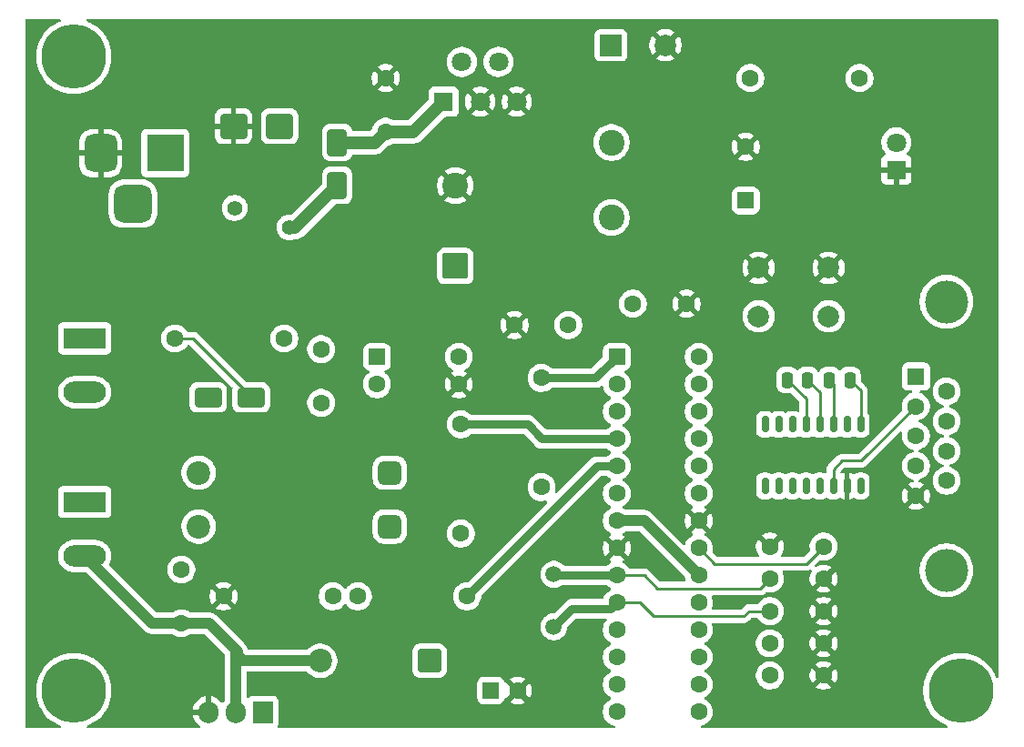
<source format=gbr>
%TF.GenerationSoftware,KiCad,Pcbnew,9.0.4*%
%TF.CreationDate,2025-09-02T22:33:31-03:00*%
%TF.ProjectId,sillion,73696c6c-696f-46e2-9e6b-696361645f70,rev?*%
%TF.SameCoordinates,Original*%
%TF.FileFunction,Copper,L1,Top*%
%TF.FilePolarity,Positive*%
%FSLAX46Y46*%
G04 Gerber Fmt 4.6, Leading zero omitted, Abs format (unit mm)*
G04 Created by KiCad (PCBNEW 9.0.4) date 2025-09-02 22:33:31*
%MOMM*%
%LPD*%
G01*
G04 APERTURE LIST*
G04 Aperture macros list*
%AMRoundRect*
0 Rectangle with rounded corners*
0 $1 Rounding radius*
0 $2 $3 $4 $5 $6 $7 $8 $9 X,Y pos of 4 corners*
0 Add a 4 corners polygon primitive as box body*
4,1,4,$2,$3,$4,$5,$6,$7,$8,$9,$2,$3,0*
0 Add four circle primitives for the rounded corners*
1,1,$1+$1,$2,$3*
1,1,$1+$1,$4,$5*
1,1,$1+$1,$6,$7*
1,1,$1+$1,$8,$9*
0 Add four rect primitives between the rounded corners*
20,1,$1+$1,$2,$3,$4,$5,0*
20,1,$1+$1,$4,$5,$6,$7,0*
20,1,$1+$1,$6,$7,$8,$9,0*
20,1,$1+$1,$8,$9,$2,$3,0*%
G04 Aperture macros list end*
%TA.AperFunction,ComponentPad*%
%ADD10C,4.000000*%
%TD*%
%TA.AperFunction,ComponentPad*%
%ADD11R,1.600000X1.600000*%
%TD*%
%TA.AperFunction,ComponentPad*%
%ADD12C,1.600000*%
%TD*%
%TA.AperFunction,ComponentPad*%
%ADD13R,1.800000X1.800000*%
%TD*%
%TA.AperFunction,ComponentPad*%
%ADD14C,1.800000*%
%TD*%
%TA.AperFunction,SMDPad,CuDef*%
%ADD15RoundRect,0.250000X0.250000X0.475000X-0.250000X0.475000X-0.250000X-0.475000X0.250000X-0.475000X0*%
%TD*%
%TA.AperFunction,SMDPad,CuDef*%
%ADD16RoundRect,0.162500X-0.162500X0.575000X-0.162500X-0.575000X0.162500X-0.575000X0.162500X0.575000X0*%
%TD*%
%TA.AperFunction,ComponentPad*%
%ADD17C,2.000000*%
%TD*%
%TA.AperFunction,ComponentPad*%
%ADD18R,2.000000X2.000000*%
%TD*%
%TA.AperFunction,ComponentPad*%
%ADD19RoundRect,0.250000X-0.550000X-0.550000X0.550000X-0.550000X0.550000X0.550000X-0.550000X0.550000X0*%
%TD*%
%TA.AperFunction,ComponentPad*%
%ADD20O,1.905000X2.000000*%
%TD*%
%TA.AperFunction,ComponentPad*%
%ADD21R,1.905000X2.000000*%
%TD*%
%TA.AperFunction,SMDPad,CuDef*%
%ADD22RoundRect,0.250000X1.000000X0.900000X-1.000000X0.900000X-1.000000X-0.900000X1.000000X-0.900000X0*%
%TD*%
%TA.AperFunction,ComponentPad*%
%ADD23C,1.500000*%
%TD*%
%TA.AperFunction,ComponentPad*%
%ADD24C,2.400000*%
%TD*%
%TA.AperFunction,ComponentPad*%
%ADD25R,3.960000X1.980000*%
%TD*%
%TA.AperFunction,ComponentPad*%
%ADD26O,3.960000X1.980000*%
%TD*%
%TA.AperFunction,ComponentPad*%
%ADD27R,3.500000X3.500000*%
%TD*%
%TA.AperFunction,ComponentPad*%
%ADD28RoundRect,0.750000X-0.750000X-1.000000X0.750000X-1.000000X0.750000X1.000000X-0.750000X1.000000X0*%
%TD*%
%TA.AperFunction,ComponentPad*%
%ADD29RoundRect,0.875000X-0.875000X-0.875000X0.875000X-0.875000X0.875000X0.875000X-0.875000X0.875000X0*%
%TD*%
%TA.AperFunction,ComponentPad*%
%ADD30RoundRect,0.550000X0.550000X0.550000X-0.550000X0.550000X-0.550000X-0.550000X0.550000X-0.550000X0*%
%TD*%
%TA.AperFunction,ComponentPad*%
%ADD31C,2.200000*%
%TD*%
%TA.AperFunction,SMDPad,CuDef*%
%ADD32RoundRect,0.250000X1.000000X0.650000X-1.000000X0.650000X-1.000000X-0.650000X1.000000X-0.650000X0*%
%TD*%
%TA.AperFunction,ComponentPad*%
%ADD33RoundRect,0.249999X0.850001X0.850001X-0.850001X0.850001X-0.850001X-0.850001X0.850001X-0.850001X0*%
%TD*%
%TA.AperFunction,SMDPad,CuDef*%
%ADD34RoundRect,0.250000X-0.650000X1.000000X-0.650000X-1.000000X0.650000X-1.000000X0.650000X1.000000X0*%
%TD*%
%TA.AperFunction,ComponentPad*%
%ADD35RoundRect,0.250000X0.550000X-0.550000X0.550000X0.550000X-0.550000X0.550000X-0.550000X-0.550000X0*%
%TD*%
%TA.AperFunction,ComponentPad*%
%ADD36RoundRect,0.250001X0.949999X-0.949999X0.949999X0.949999X-0.949999X0.949999X-0.949999X-0.949999X0*%
%TD*%
%TA.AperFunction,ComponentPad*%
%ADD37C,1.400000*%
%TD*%
%TA.AperFunction,ViaPad*%
%ADD38C,6.000000*%
%TD*%
%TA.AperFunction,ViaPad*%
%ADD39C,0.600000*%
%TD*%
%TA.AperFunction,ViaPad*%
%ADD40C,0.900000*%
%TD*%
%TA.AperFunction,Conductor*%
%ADD41C,0.250000*%
%TD*%
%TA.AperFunction,Conductor*%
%ADD42C,1.000000*%
%TD*%
%TA.AperFunction,Conductor*%
%ADD43C,0.800000*%
%TD*%
%TA.AperFunction,Conductor*%
%ADD44C,1.200000*%
%TD*%
%TA.AperFunction,Conductor*%
%ADD45C,0.200000*%
%TD*%
G04 APERTURE END LIST*
D10*
%TO.P,J2,0*%
%TO.N,N/C*%
X166676400Y-71820800D03*
X166676400Y-46820800D03*
D11*
%TO.P,J2,1,1*%
%TO.N,unconnected-(J2-Pad1)*%
X163836400Y-53780800D03*
D12*
%TO.P,J2,2,2*%
%TO.N,Net-(U3-T1OUT)*%
X163836400Y-56550800D03*
%TO.P,J2,3,3*%
%TO.N,Net-(U3-R1IN)*%
X163836400Y-59320800D03*
%TO.P,J2,4,4*%
%TO.N,unconnected-(J2-Pad4)*%
X163836400Y-62090800D03*
%TO.P,J2,5,5*%
%TO.N,Earth*%
X163836400Y-64860800D03*
%TO.P,J2,6,6*%
%TO.N,unconnected-(J2-Pad6)*%
X166676400Y-55165800D03*
%TO.P,J2,7,7*%
%TO.N,unconnected-(J2-Pad7)*%
X166676400Y-57935800D03*
%TO.P,J2,8,8*%
%TO.N,unconnected-(J2-Pad8)*%
X166676400Y-60705800D03*
%TO.P,J2,9,9*%
%TO.N,unconnected-(J2-Pad9)*%
X166676400Y-63475800D03*
%TD*%
D13*
%TO.P,D3,1,K*%
%TO.N,Earth*%
X162000000Y-34540000D03*
D14*
%TO.P,D3,2,A*%
%TO.N,Net-(D3-A)*%
X162000000Y-32000000D03*
%TD*%
D12*
%TO.P,C5,1*%
%TO.N,+5V*%
X150241200Y-81602000D03*
%TO.P,C5,2*%
%TO.N,Earth*%
X155241200Y-81602000D03*
%TD*%
%TO.P,C1,1*%
%TO.N,Net-(U1-XTAL2{slash}PB7)*%
X150241200Y-75602000D03*
%TO.P,C1,2*%
%TO.N,Earth*%
X155241200Y-75602000D03*
%TD*%
%TO.P,C4,1*%
%TO.N,+5V*%
X150241200Y-78602000D03*
%TO.P,C4,2*%
%TO.N,Earth*%
X155241200Y-78602000D03*
%TD*%
%TO.P,C2,1*%
%TO.N,Net-(U1-AREF)*%
X155241200Y-69602000D03*
%TO.P,C2,2*%
%TO.N,Earth*%
X150241200Y-69602000D03*
%TD*%
D15*
%TO.P,C11,1*%
%TO.N,Net-(U3-C1+)*%
X157691200Y-54102000D03*
%TO.P,C11,2*%
%TO.N,Net-(U3-C1-)*%
X155791200Y-54102000D03*
%TD*%
%TO.P,C10,1*%
%TO.N,Net-(U3-C2+)*%
X153741200Y-54102000D03*
%TO.P,C10,2*%
%TO.N,Net-(U3-C2-)*%
X151841200Y-54102000D03*
%TD*%
D16*
%TO.P,U3,1,C1+*%
%TO.N,Net-(U3-C1+)*%
X158686200Y-58239500D03*
%TO.P,U3,2,VS+*%
%TO.N,unconnected-(U3-VS+-Pad2)*%
X157416200Y-58239500D03*
%TO.P,U3,3,C1-*%
%TO.N,Net-(U3-C1-)*%
X156146200Y-58239500D03*
%TO.P,U3,4,C2+*%
%TO.N,Net-(U3-C2+)*%
X154876200Y-58239500D03*
%TO.P,U3,5,C2-*%
%TO.N,Net-(U3-C2-)*%
X153606200Y-58239500D03*
%TO.P,U3,6,VS-*%
%TO.N,unconnected-(U3-VS--Pad6)*%
X152336200Y-58239500D03*
%TO.P,U3,7,T2OUT*%
%TO.N,unconnected-(U3-T2OUT-Pad7)*%
X151066200Y-58239500D03*
%TO.P,U3,8,R2IN*%
%TO.N,unconnected-(U3-R2IN-Pad8)*%
X149796200Y-58239500D03*
%TO.P,U3,9,R2OUT*%
%TO.N,unconnected-(U3-R2OUT-Pad9)*%
X149796200Y-63964500D03*
%TO.P,U3,10,T2IN*%
%TO.N,unconnected-(U3-T2IN-Pad10)*%
X151066200Y-63964500D03*
%TO.P,U3,11,T1IN*%
%TO.N,Net-(U1-PD1)*%
X152336200Y-63964500D03*
%TO.P,U3,12,R1OUT*%
%TO.N,Net-(U1-PD0)*%
X153606200Y-63964500D03*
%TO.P,U3,13,R1IN*%
%TO.N,Net-(U3-R1IN)*%
X154876200Y-63964500D03*
%TO.P,U3,14,T1OUT*%
%TO.N,Net-(U3-T1OUT)*%
X156146200Y-63964500D03*
%TO.P,U3,15,GND*%
%TO.N,Earth*%
X157416200Y-63964500D03*
%TO.P,U3,16,VCC*%
%TO.N,+5V*%
X158686200Y-63964500D03*
%TD*%
D17*
%TO.P,SW1,2,2*%
%TO.N,Earth*%
X149200800Y-43673200D03*
X155700800Y-43673200D03*
%TO.P,SW1,1,1*%
%TO.N,Net-(U1-~{RESET}{slash}PC6)*%
X149200800Y-48173200D03*
X155700800Y-48173200D03*
%TD*%
D12*
%TO.P,C6,2*%
%TO.N,Earth*%
X114500000Y-26000000D03*
%TO.P,C6,1*%
%TO.N,Net-(D4-K)*%
X114500000Y-31000000D03*
%TD*%
D14*
%TO.P,U2,5,~{ON}/OFF*%
%TO.N,Earth*%
X126700000Y-28200000D03*
%TO.P,U2,4,FB*%
%TO.N,+5V*%
X125000000Y-24500000D03*
%TO.P,U2,3,GND*%
%TO.N,Earth*%
X123300000Y-28200000D03*
%TO.P,U2,2,OUT*%
%TO.N,Net-(D1-K)*%
X121600000Y-24500000D03*
D13*
%TO.P,U2,1,VIN*%
%TO.N,Net-(D4-K)*%
X119900000Y-28200000D03*
%TD*%
D17*
%TO.P,D1,2,A*%
%TO.N,Earth*%
X140540000Y-22950000D03*
D18*
%TO.P,D1,1,K*%
%TO.N,Net-(D1-K)*%
X135460000Y-22950000D03*
%TD*%
D12*
%TO.P,C14,2*%
%TO.N,Earth*%
X126794888Y-83000000D03*
D19*
%TO.P,C14,1*%
%TO.N,+5V*%
X124294888Y-83000000D03*
%TD*%
D20*
%TO.P,Q1,3,S*%
%TO.N,Earth*%
X98000000Y-85000000D03*
%TO.P,Q1,2,D*%
%TO.N,Net-(D5-A)*%
X100540000Y-85000000D03*
D21*
%TO.P,Q1,1,G*%
%TO.N,Net-(Q1-G)*%
X103080000Y-85000000D03*
%TD*%
D22*
%TO.P,D2,2,A*%
%TO.N,Earth*%
X100350000Y-30500000D03*
%TO.P,D2,1,K*%
%TO.N,Net-(D2-K)*%
X104650000Y-30500000D03*
%TD*%
D12*
%TO.P,R6,2*%
%TO.N,+5V*%
X121500000Y-68395000D03*
%TO.P,R6,1*%
%TO.N,/trig_in*%
X121500000Y-58235000D03*
%TD*%
D23*
%TO.P,Y1,1,1*%
%TO.N,Net-(U1-XTAL2{slash}PB7)*%
X130149600Y-77066800D03*
%TO.P,Y1,2,2*%
%TO.N,Net-(U1-XTAL1{slash}PB6)*%
X130149600Y-72186800D03*
%TD*%
D19*
%TO.P,U4,1*%
%TO.N,Net-(C15-Pad1)*%
X113695000Y-51960000D03*
D12*
%TO.P,U4,2*%
%TO.N,Net-(J3-Pin_1)*%
X113695000Y-54500000D03*
%TO.P,U4,3*%
%TO.N,Earth*%
X121315000Y-54500000D03*
%TO.P,U4,4*%
%TO.N,/trig_in*%
X121315000Y-51960000D03*
%TD*%
%TO.P,R8,1*%
%TO.N,Net-(Q1-G)*%
X109580000Y-74235000D03*
%TO.P,R8,2*%
%TO.N,Earth*%
X99420000Y-74235000D03*
%TD*%
%TO.P,R7,1*%
%TO.N,Net-(Q1-G)*%
X111920000Y-74235000D03*
%TO.P,R7,2*%
%TO.N,/motor_out*%
X122080000Y-74235000D03*
%TD*%
%TO.P,R5,1*%
%TO.N,Net-(D6-K)*%
X94920000Y-50235000D03*
%TO.P,R5,2*%
%TO.N,Net-(C15-Pad1)*%
X105080000Y-50235000D03*
%TD*%
%TO.P,R2,1*%
%TO.N,+5V*%
X148420000Y-26000000D03*
%TO.P,R2,2*%
%TO.N,Net-(D3-A)*%
X158580000Y-26000000D03*
%TD*%
%TO.P,R1,1*%
%TO.N,Net-(U1-~{RESET}{slash}PC6)*%
X129000000Y-53920000D03*
%TO.P,R1,2*%
%TO.N,+5V*%
X129000000Y-64080000D03*
%TD*%
D24*
%TO.P,L1,1,1*%
%TO.N,Net-(D1-K)*%
X135500000Y-32000000D03*
%TO.P,L1,2,2*%
%TO.N,+5V*%
X135500000Y-39000000D03*
%TD*%
D25*
%TO.P,J4,1,Pin_1*%
%TO.N,Net-(J4-Pin_1)*%
X86500000Y-65470000D03*
D26*
%TO.P,J4,2,Pin_2*%
%TO.N,Net-(D5-A)*%
X86500000Y-70470000D03*
%TD*%
D25*
%TO.P,J3,1,Pin_1*%
%TO.N,Net-(J3-Pin_1)*%
X86500000Y-50235000D03*
D26*
%TO.P,J3,2,Pin_2*%
%TO.N,Net-(D6-A)*%
X86500000Y-55235000D03*
%TD*%
D27*
%TO.P,J1,1*%
%TO.N,Net-(D2-K)*%
X94000000Y-33000000D03*
D28*
%TO.P,J1,2*%
%TO.N,Earth*%
X88000000Y-33000000D03*
D29*
%TO.P,J1,3*%
%TO.N,N/C*%
X91000000Y-37700000D03*
%TD*%
D30*
%TO.P,F1,1*%
%TO.N,+5V*%
X114900000Y-67735000D03*
X114900000Y-62735000D03*
D31*
%TO.P,F1,2*%
%TO.N,Net-(J4-Pin_1)*%
X97100000Y-67735000D03*
X97100000Y-62735000D03*
%TD*%
D32*
%TO.P,D6,1,K*%
%TO.N,Net-(D6-K)*%
X102000000Y-55735000D03*
%TO.P,D6,2,A*%
%TO.N,Net-(D6-A)*%
X98000000Y-55735000D03*
%TD*%
D33*
%TO.P,D5,1,K*%
%TO.N,+5V*%
X118580000Y-80235000D03*
D31*
%TO.P,D5,2,A*%
%TO.N,Net-(D5-A)*%
X108420000Y-80235000D03*
%TD*%
D34*
%TO.P,D4,1,K*%
%TO.N,Net-(D4-K)*%
X110000000Y-32000000D03*
%TO.P,D4,2,A*%
%TO.N,Net-(D4-A)*%
X110000000Y-36000000D03*
%TD*%
D12*
%TO.P,C15,1*%
%TO.N,Net-(C15-Pad1)*%
X108500000Y-51235000D03*
%TO.P,C15,2*%
%TO.N,Net-(J3-Pin_1)*%
X108500000Y-56235000D03*
%TD*%
%TO.P,C13,1*%
%TO.N,+5V*%
X95500000Y-71735000D03*
%TO.P,C13,2*%
%TO.N,Net-(D5-A)*%
X95500000Y-76735000D03*
%TD*%
%TO.P,C12,1*%
%TO.N,+5V*%
X131500000Y-49000000D03*
%TO.P,C12,2*%
%TO.N,Earth*%
X126500000Y-49000000D03*
%TD*%
%TO.P,C9,1*%
%TO.N,Net-(U1-~{RESET}{slash}PC6)*%
X137500000Y-47000000D03*
%TO.P,C9,2*%
%TO.N,Earth*%
X142500000Y-47000000D03*
%TD*%
D35*
%TO.P,C7,1*%
%TO.N,+5V*%
X148000000Y-37402651D03*
D12*
%TO.P,C7,2*%
%TO.N,Earth*%
X148000000Y-32402651D03*
%TD*%
D36*
%TO.P,C8,1*%
%TO.N,Net-(D4-K)*%
X121000000Y-43500000D03*
D24*
%TO.P,C8,2*%
%TO.N,Earth*%
X121000000Y-36000000D03*
%TD*%
D37*
%TO.P,TH1,1*%
%TO.N,Net-(D2-K)*%
X100450000Y-38100000D03*
%TO.P,TH1,2*%
%TO.N,Net-(D4-A)*%
X105550000Y-39900000D03*
%TD*%
D19*
%TO.P,U1,1,~{RESET}/PC6*%
%TO.N,Net-(U1-~{RESET}{slash}PC6)*%
X136000000Y-51960000D03*
D12*
%TO.P,U1,2,PD0*%
%TO.N,Net-(U1-PD0)*%
X136000000Y-54500000D03*
%TO.P,U1,3,PD1*%
%TO.N,Net-(U1-PD1)*%
X136000000Y-57040000D03*
%TO.P,U1,4,PD2*%
%TO.N,/trig_in*%
X136000000Y-59580000D03*
%TO.P,U1,5,PD3*%
%TO.N,/motor_out*%
X136000000Y-62120000D03*
%TO.P,U1,6,PD4*%
%TO.N,unconnected-(U1-PD4-Pad6)*%
X136000000Y-64660000D03*
%TO.P,U1,7,VCC*%
%TO.N,+5V*%
X136000000Y-67200000D03*
%TO.P,U1,8,GND*%
%TO.N,Earth*%
X136000000Y-69740000D03*
%TO.P,U1,9,XTAL1/PB6*%
%TO.N,Net-(U1-XTAL1{slash}PB6)*%
X136000000Y-72280000D03*
%TO.P,U1,10,XTAL2/PB7*%
%TO.N,Net-(U1-XTAL2{slash}PB7)*%
X136000000Y-74820000D03*
%TO.P,U1,11,PD5*%
%TO.N,unconnected-(U1-PD5-Pad11)*%
X136000000Y-77360000D03*
%TO.P,U1,12,PD6*%
%TO.N,unconnected-(U1-PD6-Pad12)*%
X136000000Y-79900000D03*
%TO.P,U1,13,PD7*%
%TO.N,unconnected-(U1-PD7-Pad13)*%
X136000000Y-82440000D03*
%TO.P,U1,14,PB0*%
%TO.N,unconnected-(U1-PB0-Pad14)*%
X136000000Y-84980000D03*
%TO.P,U1,15,PB1*%
%TO.N,unconnected-(U1-PB1-Pad15)*%
X143620000Y-84980000D03*
%TO.P,U1,16,PB2*%
%TO.N,unconnected-(U1-PB2-Pad16)*%
X143620000Y-82440000D03*
%TO.P,U1,17,PB3*%
%TO.N,unconnected-(U1-PB3-Pad17)*%
X143620000Y-79900000D03*
%TO.P,U1,18,PB4*%
%TO.N,unconnected-(U1-PB4-Pad18)*%
X143620000Y-77360000D03*
%TO.P,U1,19,PB5*%
%TO.N,unconnected-(U1-PB5-Pad19)*%
X143620000Y-74820000D03*
%TO.P,U1,20,AVCC*%
%TO.N,+5V*%
X143620000Y-72280000D03*
%TO.P,U1,21,AREF*%
%TO.N,Net-(U1-AREF)*%
X143620000Y-69740000D03*
%TO.P,U1,22,GND*%
%TO.N,Earth*%
X143620000Y-67200000D03*
%TO.P,U1,23,PC0*%
%TO.N,unconnected-(U1-PC0-Pad23)*%
X143620000Y-64660000D03*
%TO.P,U1,24,PC1*%
%TO.N,unconnected-(U1-PC1-Pad24)*%
X143620000Y-62120000D03*
%TO.P,U1,25,PC2*%
%TO.N,unconnected-(U1-PC2-Pad25)*%
X143620000Y-59580000D03*
%TO.P,U1,26,PC3*%
%TO.N,unconnected-(U1-PC3-Pad26)*%
X143620000Y-57040000D03*
%TO.P,U1,27,PC4*%
%TO.N,unconnected-(U1-PC4-Pad27)*%
X143620000Y-54500000D03*
%TO.P,U1,28,PC5*%
%TO.N,unconnected-(U1-PC5-Pad28)*%
X143620000Y-51960000D03*
%TD*%
%TO.P,C3,2*%
%TO.N,Earth*%
X155241200Y-72602000D03*
%TO.P,C3,1*%
%TO.N,Net-(U1-XTAL1{slash}PB6)*%
X150241200Y-72602000D03*
%TD*%
D38*
%TO.N,*%
X168000000Y-83000000D03*
X85500000Y-83000000D03*
X85500000Y-24000000D03*
%TO.N,Earth*%
X168000000Y-24500000D03*
D39*
%TO.N,Net-(U3-R1IN)*%
X154838400Y-64058800D03*
%TO.N,Earth*%
X157416200Y-63964500D03*
%TO.N,Net-(U1-PD1)*%
X152363200Y-64149000D03*
%TO.N,Net-(U1-PD0)*%
X153606200Y-63964500D03*
%TO.N,+5V*%
X158686200Y-63964500D03*
%TO.N,Net-(D6-A)*%
X98000000Y-55735000D03*
D40*
%TO.N,Earth*%
X100350000Y-30500000D03*
%TO.N,Net-(D2-K)*%
X104650000Y-30500000D03*
%TD*%
D41*
%TO.N,Net-(U1-AREF)*%
X145101600Y-71221600D02*
X143620000Y-69740000D01*
X153621600Y-71221600D02*
X145101600Y-71221600D01*
X155241200Y-69602000D02*
X153621600Y-71221600D01*
%TO.N,Net-(U1-XTAL1{slash}PB6)*%
X149335600Y-73507600D02*
X150241200Y-72602000D01*
X139801600Y-73507600D02*
X149335600Y-73507600D01*
X136000000Y-72280000D02*
X138574000Y-72280000D01*
X138574000Y-72280000D02*
X139801600Y-73507600D01*
%TO.N,Net-(U1-XTAL2{slash}PB7)*%
X147777200Y-76098400D02*
X148273600Y-75602000D01*
X139395200Y-76098400D02*
X147777200Y-76098400D01*
X148273600Y-75602000D02*
X150241200Y-75602000D01*
X138116800Y-74820000D02*
X139395200Y-76098400D01*
X136000000Y-74820000D02*
X138116800Y-74820000D01*
%TO.N,Net-(U3-T1OUT)*%
X156146200Y-62395400D02*
X156146200Y-63964500D01*
X156921200Y-61620400D02*
X156146200Y-62395400D01*
X158766800Y-61620400D02*
X156921200Y-61620400D01*
X163836400Y-56550800D02*
X158766800Y-61620400D01*
%TO.N,Net-(U3-C2-)*%
X153606200Y-58239500D02*
X153606200Y-55867000D01*
X153606200Y-55867000D02*
X151841200Y-54102000D01*
%TO.N,Net-(U3-C2+)*%
X154876200Y-58239500D02*
X154876200Y-55237000D01*
%TO.N,Net-(U3-C1-)*%
X156146200Y-54457000D02*
X155791200Y-54102000D01*
X156146200Y-58239500D02*
X156146200Y-54457000D01*
%TO.N,Net-(U3-C1+)*%
X158686200Y-55097000D02*
X157691200Y-54102000D01*
X158686200Y-58239500D02*
X158686200Y-55097000D01*
%TO.N,Net-(U3-C2+)*%
X154876200Y-55237000D02*
X153741200Y-54102000D01*
D42*
%TO.N,+5V*%
X138540000Y-67200000D02*
X143620000Y-72280000D01*
X136000000Y-67200000D02*
X138540000Y-67200000D01*
D43*
%TO.N,Net-(U1-XTAL2{slash}PB7)*%
X131836400Y-75380000D02*
X130149600Y-77066800D01*
X134213600Y-75380000D02*
X131836400Y-75380000D01*
X134213600Y-75380000D02*
X135440000Y-75380000D01*
%TO.N,Net-(U1-XTAL1{slash}PB6)*%
X130242800Y-72280000D02*
X130149600Y-72186800D01*
X136000000Y-72280000D02*
X130242800Y-72280000D01*
D42*
%TO.N,Net-(D5-A)*%
X101229000Y-80235000D02*
X108420000Y-80235000D01*
X100540000Y-79546000D02*
X101229000Y-80235000D01*
X100711000Y-79375000D02*
X100540000Y-79546000D01*
X100540000Y-79546000D02*
X100540000Y-85000000D01*
X98071000Y-76735000D02*
X100711000Y-79375000D01*
X95500000Y-76735000D02*
X98071000Y-76735000D01*
X92765000Y-76735000D02*
X86500000Y-70470000D01*
X95500000Y-76735000D02*
X92765000Y-76735000D01*
D43*
%TO.N,Net-(U1-XTAL2{slash}PB7)*%
X135440000Y-75380000D02*
X136000000Y-74820000D01*
%TO.N,/motor_out*%
X134195000Y-62120000D02*
X122080000Y-74235000D01*
X136000000Y-62120000D02*
X134195000Y-62120000D01*
%TO.N,Net-(U1-~{RESET}{slash}PC6)*%
X134040000Y-53920000D02*
X136000000Y-51960000D01*
X129000000Y-53920000D02*
X134040000Y-53920000D01*
%TO.N,/trig_in*%
X129049000Y-59580000D02*
X136000000Y-59580000D01*
X127704000Y-58235000D02*
X129049000Y-59580000D01*
X121500000Y-58235000D02*
X127704000Y-58235000D01*
%TO.N,Earth*%
X126500000Y-49000000D02*
X126500000Y-49315000D01*
D41*
%TO.N,Net-(D6-K)*%
X102000000Y-55645000D02*
X96590000Y-50235000D01*
X102000000Y-55735000D02*
X102000000Y-55645000D01*
X96590000Y-50235000D02*
X94920000Y-50235000D01*
D44*
%TO.N,Net-(D4-K)*%
X117100000Y-31000000D02*
X119900000Y-28200000D01*
X114500000Y-31000000D02*
X117100000Y-31000000D01*
X113500000Y-32000000D02*
X114500000Y-31000000D01*
X110000000Y-32000000D02*
X113500000Y-32000000D01*
%TO.N,Net-(D4-A)*%
X106100000Y-39900000D02*
X110000000Y-36000000D01*
X105550000Y-39900000D02*
X106100000Y-39900000D01*
D45*
%TO.N,Net-(D2-K)*%
X100450000Y-38100000D02*
X100450000Y-38050000D01*
%TO.N,Net-(D4-K)*%
X114500000Y-31000000D02*
X115000000Y-31000000D01*
%TO.N,Net-(D4-A)*%
X110000000Y-36000000D02*
X109450000Y-36000000D01*
%TD*%
%TA.AperFunction,Conductor*%
%TO.N,Earth*%
G36*
X84246149Y-20519685D02*
G01*
X84291904Y-20572489D01*
X84301848Y-20641647D01*
X84272823Y-20705203D01*
X84226563Y-20738560D01*
X84118668Y-20783252D01*
X84001535Y-20831770D01*
X84001530Y-20831772D01*
X83698224Y-20993893D01*
X83698206Y-20993904D01*
X83412248Y-21184975D01*
X83412234Y-21184985D01*
X83146367Y-21403176D01*
X82903176Y-21646367D01*
X82684985Y-21912234D01*
X82684975Y-21912248D01*
X82493904Y-22198206D01*
X82493893Y-22198224D01*
X82331772Y-22501530D01*
X82331770Y-22501535D01*
X82200150Y-22819293D01*
X82100308Y-23148427D01*
X82033210Y-23485750D01*
X82008548Y-23736163D01*
X81999500Y-23828031D01*
X81999500Y-24171969D01*
X82005503Y-24232918D01*
X82033210Y-24514249D01*
X82100308Y-24851572D01*
X82200150Y-25180706D01*
X82331770Y-25498464D01*
X82331772Y-25498469D01*
X82493893Y-25801775D01*
X82493897Y-25801782D01*
X82493900Y-25801787D01*
X82493903Y-25801792D01*
X82493904Y-25801793D01*
X82684975Y-26087751D01*
X82684985Y-26087765D01*
X82903176Y-26353632D01*
X83146367Y-26596823D01*
X83146372Y-26596827D01*
X83146373Y-26596828D01*
X83412240Y-26815019D01*
X83698213Y-27006100D01*
X83698222Y-27006105D01*
X83698224Y-27006106D01*
X84001530Y-27168227D01*
X84001532Y-27168227D01*
X84001538Y-27168231D01*
X84319295Y-27299850D01*
X84648422Y-27399690D01*
X84985750Y-27466789D01*
X85328031Y-27500500D01*
X85328034Y-27500500D01*
X85671966Y-27500500D01*
X85671969Y-27500500D01*
X86014250Y-27466789D01*
X86351578Y-27399690D01*
X86680705Y-27299850D01*
X86998462Y-27168231D01*
X87301787Y-27006100D01*
X87587760Y-26815019D01*
X87853627Y-26596828D01*
X88096828Y-26353627D01*
X88315019Y-26087760D01*
X88442025Y-25897682D01*
X113200000Y-25897682D01*
X113200000Y-26102317D01*
X113232009Y-26304417D01*
X113295244Y-26499031D01*
X113388141Y-26681350D01*
X113388147Y-26681359D01*
X113420523Y-26725921D01*
X113420524Y-26725922D01*
X114100000Y-26046446D01*
X114100000Y-26052661D01*
X114127259Y-26154394D01*
X114179920Y-26245606D01*
X114254394Y-26320080D01*
X114345606Y-26372741D01*
X114447339Y-26400000D01*
X114453553Y-26400000D01*
X113774076Y-27079474D01*
X113818650Y-27111859D01*
X114000968Y-27204755D01*
X114195582Y-27267990D01*
X114397683Y-27300000D01*
X114602317Y-27300000D01*
X114804417Y-27267990D01*
X114999031Y-27204755D01*
X115181349Y-27111859D01*
X115225921Y-27079474D01*
X114546447Y-26400000D01*
X114552661Y-26400000D01*
X114654394Y-26372741D01*
X114745606Y-26320080D01*
X114820080Y-26245606D01*
X114872741Y-26154394D01*
X114900000Y-26052661D01*
X114900000Y-26046447D01*
X115579474Y-26725921D01*
X115611859Y-26681349D01*
X115704755Y-26499031D01*
X115767990Y-26304417D01*
X115800000Y-26102317D01*
X115800000Y-25897682D01*
X115767990Y-25695582D01*
X115704755Y-25500968D01*
X115611859Y-25318650D01*
X115579474Y-25274077D01*
X115579474Y-25274076D01*
X114900000Y-25953551D01*
X114900000Y-25947339D01*
X114872741Y-25845606D01*
X114820080Y-25754394D01*
X114745606Y-25679920D01*
X114654394Y-25627259D01*
X114552661Y-25600000D01*
X114546446Y-25600000D01*
X115225922Y-24920524D01*
X115225921Y-24920523D01*
X115181359Y-24888147D01*
X115181350Y-24888141D01*
X114999031Y-24795244D01*
X114804417Y-24732009D01*
X114602317Y-24700000D01*
X114397683Y-24700000D01*
X114195582Y-24732009D01*
X114000968Y-24795244D01*
X113818644Y-24888143D01*
X113774077Y-24920523D01*
X113774077Y-24920524D01*
X114453554Y-25600000D01*
X114447339Y-25600000D01*
X114345606Y-25627259D01*
X114254394Y-25679920D01*
X114179920Y-25754394D01*
X114127259Y-25845606D01*
X114100000Y-25947339D01*
X114100000Y-25953553D01*
X113420524Y-25274077D01*
X113420523Y-25274077D01*
X113388143Y-25318644D01*
X113295244Y-25500968D01*
X113232009Y-25695582D01*
X113200000Y-25897682D01*
X88442025Y-25897682D01*
X88506100Y-25801787D01*
X88668231Y-25498462D01*
X88799850Y-25180705D01*
X88899690Y-24851578D01*
X88966789Y-24514250D01*
X88979048Y-24389778D01*
X120199500Y-24389778D01*
X120199500Y-24610222D01*
X120216742Y-24719086D01*
X120233985Y-24827952D01*
X120302103Y-25037603D01*
X120302104Y-25037606D01*
X120402187Y-25234025D01*
X120531752Y-25412358D01*
X120531756Y-25412363D01*
X120687636Y-25568243D01*
X120687641Y-25568247D01*
X120731346Y-25600000D01*
X120865978Y-25697815D01*
X120994375Y-25763237D01*
X121062393Y-25797895D01*
X121062396Y-25797896D01*
X121142507Y-25823925D01*
X121272049Y-25866015D01*
X121489778Y-25900500D01*
X121489779Y-25900500D01*
X121710221Y-25900500D01*
X121710222Y-25900500D01*
X121927951Y-25866015D01*
X122137606Y-25797895D01*
X122334022Y-25697815D01*
X122512365Y-25568242D01*
X122668242Y-25412365D01*
X122797815Y-25234022D01*
X122897895Y-25037606D01*
X122966015Y-24827951D01*
X123000500Y-24610222D01*
X123000500Y-24389778D01*
X123599500Y-24389778D01*
X123599500Y-24610222D01*
X123616742Y-24719086D01*
X123633985Y-24827952D01*
X123702103Y-25037603D01*
X123702104Y-25037606D01*
X123802187Y-25234025D01*
X123931752Y-25412358D01*
X123931756Y-25412363D01*
X124087636Y-25568243D01*
X124087641Y-25568247D01*
X124131346Y-25600000D01*
X124265978Y-25697815D01*
X124394375Y-25763237D01*
X124462393Y-25797895D01*
X124462396Y-25797896D01*
X124542507Y-25823925D01*
X124672049Y-25866015D01*
X124889778Y-25900500D01*
X124889779Y-25900500D01*
X125110221Y-25900500D01*
X125110222Y-25900500D01*
X125128229Y-25897648D01*
X147119500Y-25897648D01*
X147119500Y-26102351D01*
X147151522Y-26304534D01*
X147214781Y-26499223D01*
X147264512Y-26596823D01*
X147307585Y-26681359D01*
X147307715Y-26681613D01*
X147428028Y-26847213D01*
X147572786Y-26991971D01*
X147693226Y-27079474D01*
X147738390Y-27112287D01*
X147848178Y-27168227D01*
X147920776Y-27205218D01*
X147920778Y-27205218D01*
X147920781Y-27205220D01*
X148025137Y-27239127D01*
X148115465Y-27268477D01*
X148216557Y-27284488D01*
X148317648Y-27300500D01*
X148317649Y-27300500D01*
X148522351Y-27300500D01*
X148522352Y-27300500D01*
X148724534Y-27268477D01*
X148919219Y-27205220D01*
X149101610Y-27112287D01*
X149247757Y-27006106D01*
X149267213Y-26991971D01*
X149267215Y-26991968D01*
X149267219Y-26991966D01*
X149411966Y-26847219D01*
X149411968Y-26847215D01*
X149411971Y-26847213D01*
X149464732Y-26774590D01*
X149532287Y-26681610D01*
X149625220Y-26499219D01*
X149688477Y-26304534D01*
X149720500Y-26102352D01*
X149720500Y-25897648D01*
X157279500Y-25897648D01*
X157279500Y-26102351D01*
X157311522Y-26304534D01*
X157374781Y-26499223D01*
X157424512Y-26596823D01*
X157467585Y-26681359D01*
X157467715Y-26681613D01*
X157588028Y-26847213D01*
X157732786Y-26991971D01*
X157853226Y-27079474D01*
X157898390Y-27112287D01*
X158008178Y-27168227D01*
X158080776Y-27205218D01*
X158080778Y-27205218D01*
X158080781Y-27205220D01*
X158185137Y-27239127D01*
X158275465Y-27268477D01*
X158376557Y-27284488D01*
X158477648Y-27300500D01*
X158477649Y-27300500D01*
X158682351Y-27300500D01*
X158682352Y-27300500D01*
X158884534Y-27268477D01*
X159079219Y-27205220D01*
X159261610Y-27112287D01*
X159407757Y-27006106D01*
X159427213Y-26991971D01*
X159427215Y-26991968D01*
X159427219Y-26991966D01*
X159571966Y-26847219D01*
X159571968Y-26847215D01*
X159571971Y-26847213D01*
X159624732Y-26774590D01*
X159692287Y-26681610D01*
X159785220Y-26499219D01*
X159848477Y-26304534D01*
X159880500Y-26102352D01*
X159880500Y-25897648D01*
X159862229Y-25782291D01*
X159848477Y-25695465D01*
X159807139Y-25568242D01*
X159785220Y-25500781D01*
X159785218Y-25500778D01*
X159785218Y-25500776D01*
X159692419Y-25318650D01*
X159692287Y-25318390D01*
X159660092Y-25274077D01*
X159571971Y-25152786D01*
X159427213Y-25008028D01*
X159261613Y-24887715D01*
X159261612Y-24887714D01*
X159261610Y-24887713D01*
X159190691Y-24851578D01*
X159079223Y-24794781D01*
X158884534Y-24731522D01*
X158709995Y-24703878D01*
X158682352Y-24699500D01*
X158477648Y-24699500D01*
X158453329Y-24703351D01*
X158275465Y-24731522D01*
X158080776Y-24794781D01*
X157898386Y-24887715D01*
X157732786Y-25008028D01*
X157588028Y-25152786D01*
X157467715Y-25318386D01*
X157374781Y-25500776D01*
X157311522Y-25695465D01*
X157279500Y-25897648D01*
X149720500Y-25897648D01*
X149702229Y-25782291D01*
X149688477Y-25695465D01*
X149647139Y-25568242D01*
X149625220Y-25500781D01*
X149625218Y-25500778D01*
X149625218Y-25500776D01*
X149532419Y-25318650D01*
X149532287Y-25318390D01*
X149500092Y-25274077D01*
X149411971Y-25152786D01*
X149267213Y-25008028D01*
X149101613Y-24887715D01*
X149101612Y-24887714D01*
X149101610Y-24887713D01*
X149030691Y-24851578D01*
X148919223Y-24794781D01*
X148724534Y-24731522D01*
X148549995Y-24703878D01*
X148522352Y-24699500D01*
X148317648Y-24699500D01*
X148293329Y-24703351D01*
X148115465Y-24731522D01*
X147920776Y-24794781D01*
X147738386Y-24887715D01*
X147572786Y-25008028D01*
X147428028Y-25152786D01*
X147307715Y-25318386D01*
X147214781Y-25500776D01*
X147151522Y-25695465D01*
X147119500Y-25897648D01*
X125128229Y-25897648D01*
X125327951Y-25866015D01*
X125537606Y-25797895D01*
X125537610Y-25797893D01*
X125568229Y-25782292D01*
X125568230Y-25782291D01*
X125734022Y-25697815D01*
X125912365Y-25568242D01*
X126068242Y-25412365D01*
X126197815Y-25234022D01*
X126297895Y-25037606D01*
X126366015Y-24827951D01*
X126400500Y-24610222D01*
X126400500Y-24389778D01*
X126366015Y-24172049D01*
X126309423Y-23997873D01*
X126297896Y-23962396D01*
X126297895Y-23962393D01*
X126229434Y-23828034D01*
X126197815Y-23765978D01*
X126176153Y-23736163D01*
X126068247Y-23587641D01*
X126068243Y-23587636D01*
X125912363Y-23431756D01*
X125912358Y-23431752D01*
X125734025Y-23302187D01*
X125734024Y-23302186D01*
X125734022Y-23302185D01*
X125671096Y-23270122D01*
X125537606Y-23202104D01*
X125537603Y-23202103D01*
X125327952Y-23133985D01*
X125219086Y-23116742D01*
X125110222Y-23099500D01*
X124889778Y-23099500D01*
X124817201Y-23110995D01*
X124672047Y-23133985D01*
X124462396Y-23202103D01*
X124462393Y-23202104D01*
X124265974Y-23302187D01*
X124087641Y-23431752D01*
X124087636Y-23431756D01*
X123931756Y-23587636D01*
X123931752Y-23587641D01*
X123802187Y-23765974D01*
X123702104Y-23962393D01*
X123702103Y-23962396D01*
X123633985Y-24172047D01*
X123630772Y-24192335D01*
X123599500Y-24389778D01*
X123000500Y-24389778D01*
X122966015Y-24172049D01*
X122909423Y-23997873D01*
X122897896Y-23962396D01*
X122897895Y-23962393D01*
X122829434Y-23828034D01*
X122797815Y-23765978D01*
X122776153Y-23736163D01*
X122668247Y-23587641D01*
X122668243Y-23587636D01*
X122512363Y-23431756D01*
X122512358Y-23431752D01*
X122334025Y-23302187D01*
X122334024Y-23302186D01*
X122334022Y-23302185D01*
X122271096Y-23270122D01*
X122137606Y-23202104D01*
X122137603Y-23202103D01*
X121927952Y-23133985D01*
X121819086Y-23116742D01*
X121710222Y-23099500D01*
X121489778Y-23099500D01*
X121417201Y-23110995D01*
X121272047Y-23133985D01*
X121062396Y-23202103D01*
X121062393Y-23202104D01*
X120865974Y-23302187D01*
X120687641Y-23431752D01*
X120687636Y-23431756D01*
X120531756Y-23587636D01*
X120531752Y-23587641D01*
X120402187Y-23765974D01*
X120302104Y-23962393D01*
X120302103Y-23962396D01*
X120233985Y-24172047D01*
X120230772Y-24192335D01*
X120199500Y-24389778D01*
X88979048Y-24389778D01*
X89000500Y-24171969D01*
X89000500Y-23828031D01*
X88966789Y-23485750D01*
X88899690Y-23148422D01*
X88799850Y-22819295D01*
X88668231Y-22501538D01*
X88633992Y-22437482D01*
X88506106Y-22198224D01*
X88506105Y-22198222D01*
X88506100Y-22198213D01*
X88315019Y-21912240D01*
X88306726Y-21902135D01*
X133959500Y-21902135D01*
X133959500Y-23997870D01*
X133959501Y-23997876D01*
X133965908Y-24057483D01*
X134016202Y-24192328D01*
X134016206Y-24192335D01*
X134102452Y-24307544D01*
X134102455Y-24307547D01*
X134217664Y-24393793D01*
X134217671Y-24393797D01*
X134352517Y-24444091D01*
X134352516Y-24444091D01*
X134359444Y-24444835D01*
X134412127Y-24450500D01*
X136507872Y-24450499D01*
X136567483Y-24444091D01*
X136702331Y-24393796D01*
X136817546Y-24307546D01*
X136903796Y-24192331D01*
X136954091Y-24057483D01*
X136960500Y-23997873D01*
X136960499Y-22831947D01*
X139040000Y-22831947D01*
X139040000Y-23068052D01*
X139076934Y-23301247D01*
X139149897Y-23525802D01*
X139257087Y-23736174D01*
X139317338Y-23819104D01*
X139317340Y-23819105D01*
X140016212Y-23120233D01*
X140027482Y-23162292D01*
X140099890Y-23287708D01*
X140202292Y-23390110D01*
X140327708Y-23462518D01*
X140369765Y-23473787D01*
X139670893Y-24172658D01*
X139753828Y-24232914D01*
X139964197Y-24340102D01*
X140188752Y-24413065D01*
X140188751Y-24413065D01*
X140421948Y-24450000D01*
X140658052Y-24450000D01*
X140891247Y-24413065D01*
X141115802Y-24340102D01*
X141326163Y-24232918D01*
X141326169Y-24232914D01*
X141409104Y-24172658D01*
X141409105Y-24172658D01*
X140710233Y-23473787D01*
X140752292Y-23462518D01*
X140877708Y-23390110D01*
X140980110Y-23287708D01*
X141052518Y-23162292D01*
X141063787Y-23120234D01*
X141762658Y-23819105D01*
X141762658Y-23819104D01*
X141822914Y-23736169D01*
X141822918Y-23736163D01*
X141930102Y-23525802D01*
X142003065Y-23301247D01*
X142040000Y-23068052D01*
X142040000Y-22831947D01*
X142003065Y-22598752D01*
X141930102Y-22374197D01*
X141822914Y-22163828D01*
X141762658Y-22080894D01*
X141762658Y-22080893D01*
X141063787Y-22779765D01*
X141052518Y-22737708D01*
X140980110Y-22612292D01*
X140877708Y-22509890D01*
X140752292Y-22437482D01*
X140710234Y-22426212D01*
X141409105Y-21727340D01*
X141409104Y-21727338D01*
X141326174Y-21667087D01*
X141115802Y-21559897D01*
X140891247Y-21486934D01*
X140891248Y-21486934D01*
X140658052Y-21450000D01*
X140421948Y-21450000D01*
X140188752Y-21486934D01*
X139964197Y-21559897D01*
X139753830Y-21667084D01*
X139670894Y-21727340D01*
X140369766Y-22426212D01*
X140327708Y-22437482D01*
X140202292Y-22509890D01*
X140099890Y-22612292D01*
X140027482Y-22737708D01*
X140016212Y-22779766D01*
X139317340Y-22080894D01*
X139257084Y-22163830D01*
X139149897Y-22374197D01*
X139076934Y-22598752D01*
X139040000Y-22831947D01*
X136960499Y-22831947D01*
X136960499Y-21902128D01*
X136954091Y-21842517D01*
X136954090Y-21842514D01*
X136944922Y-21817931D01*
X136903797Y-21707671D01*
X136903793Y-21707664D01*
X136817547Y-21592455D01*
X136817544Y-21592452D01*
X136702335Y-21506206D01*
X136702328Y-21506202D01*
X136567482Y-21455908D01*
X136567483Y-21455908D01*
X136507883Y-21449501D01*
X136507881Y-21449500D01*
X136507873Y-21449500D01*
X136507864Y-21449500D01*
X134412129Y-21449500D01*
X134412123Y-21449501D01*
X134352516Y-21455908D01*
X134217671Y-21506202D01*
X134217664Y-21506206D01*
X134102455Y-21592452D01*
X134102452Y-21592455D01*
X134016206Y-21707664D01*
X134016202Y-21707671D01*
X133965908Y-21842517D01*
X133959501Y-21902116D01*
X133959501Y-21902123D01*
X133959500Y-21902135D01*
X88306726Y-21902135D01*
X88096828Y-21646373D01*
X88096827Y-21646372D01*
X88096823Y-21646367D01*
X87853632Y-21403176D01*
X87587765Y-21184985D01*
X87587764Y-21184984D01*
X87587760Y-21184981D01*
X87301787Y-20993900D01*
X87301782Y-20993897D01*
X87301775Y-20993893D01*
X86998469Y-20831772D01*
X86998464Y-20831770D01*
X86998462Y-20831769D01*
X86773436Y-20738560D01*
X86719034Y-20694720D01*
X86696969Y-20628426D01*
X86714248Y-20560727D01*
X86765385Y-20513116D01*
X86820890Y-20500000D01*
X171376000Y-20500000D01*
X171443039Y-20519685D01*
X171488794Y-20572489D01*
X171500000Y-20624000D01*
X171500000Y-81679109D01*
X171480315Y-81746148D01*
X171427511Y-81791903D01*
X171358353Y-81801847D01*
X171294797Y-81772822D01*
X171261439Y-81726562D01*
X171209844Y-81602001D01*
X171168231Y-81501538D01*
X171143782Y-81455798D01*
X171006106Y-81198224D01*
X171006105Y-81198222D01*
X171006100Y-81198213D01*
X170815019Y-80912240D01*
X170596828Y-80646373D01*
X170596827Y-80646372D01*
X170596823Y-80646367D01*
X170353632Y-80403176D01*
X170087765Y-80184985D01*
X170087764Y-80184984D01*
X170087760Y-80184981D01*
X169801787Y-79993900D01*
X169801782Y-79993897D01*
X169801775Y-79993893D01*
X169498469Y-79831772D01*
X169498464Y-79831770D01*
X169439190Y-79807218D01*
X169405394Y-79793219D01*
X169180706Y-79700150D01*
X168851572Y-79600308D01*
X168514248Y-79533210D01*
X168514249Y-79533210D01*
X168256456Y-79507821D01*
X168171969Y-79499500D01*
X167828031Y-79499500D01*
X167749966Y-79507188D01*
X167485750Y-79533210D01*
X167148427Y-79600308D01*
X166819293Y-79700150D01*
X166501535Y-79831770D01*
X166501530Y-79831772D01*
X166198224Y-79993893D01*
X166198206Y-79993904D01*
X165912248Y-80184975D01*
X165912234Y-80184985D01*
X165646367Y-80403176D01*
X165403176Y-80646367D01*
X165184985Y-80912234D01*
X165184975Y-80912248D01*
X164993904Y-81198206D01*
X164993893Y-81198224D01*
X164831772Y-81501530D01*
X164831770Y-81501535D01*
X164700150Y-81819293D01*
X164600308Y-82148427D01*
X164533210Y-82485750D01*
X164507724Y-82744534D01*
X164499500Y-82828031D01*
X164499500Y-83171969D01*
X164509751Y-83276054D01*
X164533210Y-83514249D01*
X164600308Y-83851572D01*
X164700150Y-84180706D01*
X164758216Y-84320890D01*
X164811695Y-84450000D01*
X164831770Y-84498464D01*
X164831772Y-84498469D01*
X164993893Y-84801775D01*
X164993897Y-84801782D01*
X164993900Y-84801787D01*
X165181367Y-85082352D01*
X165184975Y-85087751D01*
X165184985Y-85087765D01*
X165403176Y-85353632D01*
X165646367Y-85596823D01*
X165646372Y-85596827D01*
X165646373Y-85596828D01*
X165912240Y-85815019D01*
X166198213Y-86006100D01*
X166198222Y-86006105D01*
X166198224Y-86006106D01*
X166501530Y-86168227D01*
X166501532Y-86168227D01*
X166501538Y-86168231D01*
X166726563Y-86261439D01*
X166780966Y-86305280D01*
X166803031Y-86371574D01*
X166785752Y-86439273D01*
X166734615Y-86486884D01*
X166679110Y-86500000D01*
X143912049Y-86500000D01*
X143845010Y-86480315D01*
X143799255Y-86427511D01*
X143789311Y-86358353D01*
X143818336Y-86294797D01*
X143877114Y-86257023D01*
X143892651Y-86253527D01*
X143924534Y-86248477D01*
X143943449Y-86242331D01*
X144119219Y-86185220D01*
X144301610Y-86092287D01*
X144420229Y-86006106D01*
X144467213Y-85971971D01*
X144467215Y-85971968D01*
X144467219Y-85971966D01*
X144611966Y-85827219D01*
X144611968Y-85827215D01*
X144611971Y-85827213D01*
X144664732Y-85754590D01*
X144732287Y-85661610D01*
X144825220Y-85479219D01*
X144888477Y-85284534D01*
X144920500Y-85082352D01*
X144920500Y-84877648D01*
X144888477Y-84675466D01*
X144867938Y-84612255D01*
X144830967Y-84498469D01*
X144825220Y-84480781D01*
X144825218Y-84480778D01*
X144825218Y-84480776D01*
X144743751Y-84320890D01*
X144732287Y-84298390D01*
X144686097Y-84234814D01*
X144611971Y-84132786D01*
X144467213Y-83988028D01*
X144301614Y-83867715D01*
X144269943Y-83851578D01*
X144208917Y-83820483D01*
X144158123Y-83772511D01*
X144141328Y-83704690D01*
X144163865Y-83638555D01*
X144208917Y-83599516D01*
X144301610Y-83552287D01*
X144353965Y-83514249D01*
X144467213Y-83431971D01*
X144467215Y-83431968D01*
X144467219Y-83431966D01*
X144611966Y-83287219D01*
X144611968Y-83287215D01*
X144611971Y-83287213D01*
X144708468Y-83154394D01*
X144732287Y-83121610D01*
X144825220Y-82939219D01*
X144888477Y-82744534D01*
X144920500Y-82542352D01*
X144920500Y-82337648D01*
X144910431Y-82274076D01*
X144888477Y-82135465D01*
X144845111Y-82002000D01*
X144825220Y-81940781D01*
X144825218Y-81940778D01*
X144825218Y-81940776D01*
X144791503Y-81874607D01*
X144732287Y-81758390D01*
X144709163Y-81726562D01*
X144611971Y-81592786D01*
X144518833Y-81499648D01*
X148940700Y-81499648D01*
X148940700Y-81704351D01*
X148972722Y-81906534D01*
X149035981Y-82101223D01*
X149090871Y-82208949D01*
X149128785Y-82283359D01*
X149128915Y-82283613D01*
X149249228Y-82449213D01*
X149393986Y-82593971D01*
X149548949Y-82706556D01*
X149559590Y-82714287D01*
X149675807Y-82773503D01*
X149741976Y-82807218D01*
X149741978Y-82807218D01*
X149741981Y-82807220D01*
X149806031Y-82828031D01*
X149936665Y-82870477D01*
X150037757Y-82886488D01*
X150138848Y-82902500D01*
X150138849Y-82902500D01*
X150343551Y-82902500D01*
X150343552Y-82902500D01*
X150545734Y-82870477D01*
X150740419Y-82807220D01*
X150922810Y-82714287D01*
X151042595Y-82627259D01*
X151088413Y-82593971D01*
X151088415Y-82593968D01*
X151088419Y-82593966D01*
X151233166Y-82449219D01*
X151233168Y-82449215D01*
X151233171Y-82449213D01*
X151314226Y-82337648D01*
X151353487Y-82283610D01*
X151446420Y-82101219D01*
X151509677Y-81906534D01*
X151541700Y-81704352D01*
X151541700Y-81499682D01*
X153941200Y-81499682D01*
X153941200Y-81704317D01*
X153973209Y-81906417D01*
X154036444Y-82101031D01*
X154129341Y-82283350D01*
X154129347Y-82283359D01*
X154161723Y-82327921D01*
X154161724Y-82327922D01*
X154841200Y-81648446D01*
X154841200Y-81654661D01*
X154868459Y-81756394D01*
X154921120Y-81847606D01*
X154995594Y-81922080D01*
X155086806Y-81974741D01*
X155188539Y-82002000D01*
X155194753Y-82002000D01*
X154515276Y-82681474D01*
X154559850Y-82713859D01*
X154742168Y-82806755D01*
X154936782Y-82869990D01*
X155138883Y-82902000D01*
X155343517Y-82902000D01*
X155545617Y-82869990D01*
X155740231Y-82806755D01*
X155922549Y-82713859D01*
X155967121Y-82681474D01*
X155287647Y-82002000D01*
X155293861Y-82002000D01*
X155395594Y-81974741D01*
X155486806Y-81922080D01*
X155561280Y-81847606D01*
X155613941Y-81756394D01*
X155641200Y-81654661D01*
X155641200Y-81648447D01*
X156320674Y-82327921D01*
X156353059Y-82283349D01*
X156445955Y-82101031D01*
X156509190Y-81906417D01*
X156541200Y-81704317D01*
X156541200Y-81499682D01*
X156509190Y-81297582D01*
X156445955Y-81102968D01*
X156353059Y-80920650D01*
X156320674Y-80876077D01*
X156320674Y-80876076D01*
X155641200Y-81555551D01*
X155641200Y-81549339D01*
X155613941Y-81447606D01*
X155561280Y-81356394D01*
X155486806Y-81281920D01*
X155395594Y-81229259D01*
X155293861Y-81202000D01*
X155287646Y-81202000D01*
X155967122Y-80522524D01*
X155967121Y-80522523D01*
X155922559Y-80490147D01*
X155922550Y-80490141D01*
X155740231Y-80397244D01*
X155545617Y-80334009D01*
X155343517Y-80302000D01*
X155138883Y-80302000D01*
X154936782Y-80334009D01*
X154742168Y-80397244D01*
X154559844Y-80490143D01*
X154515277Y-80522523D01*
X154515277Y-80522524D01*
X155194754Y-81202000D01*
X155188539Y-81202000D01*
X155086806Y-81229259D01*
X154995594Y-81281920D01*
X154921120Y-81356394D01*
X154868459Y-81447606D01*
X154841200Y-81549339D01*
X154841200Y-81555553D01*
X154161724Y-80876077D01*
X154161723Y-80876077D01*
X154129343Y-80920644D01*
X154036444Y-81102968D01*
X153973209Y-81297582D01*
X153941200Y-81499682D01*
X151541700Y-81499682D01*
X151541700Y-81499648D01*
X151519502Y-81359500D01*
X151509677Y-81297465D01*
X151447212Y-81105220D01*
X151446420Y-81102781D01*
X151446418Y-81102778D01*
X151446418Y-81102776D01*
X151353619Y-80920650D01*
X151353487Y-80920390D01*
X151321292Y-80876077D01*
X151233171Y-80754786D01*
X151088413Y-80610028D01*
X150922813Y-80489715D01*
X150922812Y-80489714D01*
X150922810Y-80489713D01*
X150865853Y-80460691D01*
X150740423Y-80396781D01*
X150545734Y-80333522D01*
X150371195Y-80305878D01*
X150343552Y-80301500D01*
X150138848Y-80301500D01*
X150114529Y-80305351D01*
X149936665Y-80333522D01*
X149741976Y-80396781D01*
X149559586Y-80489715D01*
X149393986Y-80610028D01*
X149249228Y-80754786D01*
X149128915Y-80920386D01*
X149035981Y-81102776D01*
X148972722Y-81297465D01*
X148940700Y-81499648D01*
X144518833Y-81499648D01*
X144467213Y-81448028D01*
X144301614Y-81327715D01*
X144295006Y-81324348D01*
X144208917Y-81280483D01*
X144158123Y-81232511D01*
X144141328Y-81164690D01*
X144163865Y-81098555D01*
X144208917Y-81059516D01*
X144301610Y-81012287D01*
X144427747Y-80920644D01*
X144467213Y-80891971D01*
X144467215Y-80891968D01*
X144467219Y-80891966D01*
X144611966Y-80747219D01*
X144611968Y-80747215D01*
X144611971Y-80747213D01*
X144685234Y-80646373D01*
X144732287Y-80581610D01*
X144825220Y-80399219D01*
X144888477Y-80204534D01*
X144920500Y-80002352D01*
X144920500Y-79797648D01*
X144892461Y-79620621D01*
X144888477Y-79595465D01*
X144840958Y-79449217D01*
X144825220Y-79400781D01*
X144825218Y-79400778D01*
X144825218Y-79400776D01*
X144788096Y-79327921D01*
X144732287Y-79218390D01*
X144671477Y-79134691D01*
X144611971Y-79052786D01*
X144467213Y-78908028D01*
X144301614Y-78787715D01*
X144295006Y-78784348D01*
X144208917Y-78740483D01*
X144158123Y-78692511D01*
X144141328Y-78624690D01*
X144163865Y-78558555D01*
X144208917Y-78519516D01*
X144247911Y-78499648D01*
X148940700Y-78499648D01*
X148940700Y-78704351D01*
X148972722Y-78906534D01*
X149035981Y-79101223D01*
X149083618Y-79194714D01*
X149128785Y-79283359D01*
X149128915Y-79283613D01*
X149249228Y-79449213D01*
X149393986Y-79593971D01*
X149514426Y-79681474D01*
X149559590Y-79714287D01*
X149675807Y-79773503D01*
X149741976Y-79807218D01*
X149741978Y-79807218D01*
X149741981Y-79807220D01*
X149846337Y-79841127D01*
X149936665Y-79870477D01*
X150037757Y-79886488D01*
X150138848Y-79902500D01*
X150138849Y-79902500D01*
X150343551Y-79902500D01*
X150343552Y-79902500D01*
X150545734Y-79870477D01*
X150740419Y-79807220D01*
X150922810Y-79714287D01*
X151020345Y-79643424D01*
X151088413Y-79593971D01*
X151088415Y-79593968D01*
X151088419Y-79593966D01*
X151233166Y-79449219D01*
X151233168Y-79449215D01*
X151233171Y-79449213D01*
X151316154Y-79334995D01*
X151353487Y-79283610D01*
X151446420Y-79101219D01*
X151509677Y-78906534D01*
X151541700Y-78704352D01*
X151541700Y-78499682D01*
X153941200Y-78499682D01*
X153941200Y-78704317D01*
X153973209Y-78906417D01*
X154036444Y-79101031D01*
X154129341Y-79283350D01*
X154129347Y-79283359D01*
X154161723Y-79327921D01*
X154161724Y-79327922D01*
X154841200Y-78648446D01*
X154841200Y-78654661D01*
X154868459Y-78756394D01*
X154921120Y-78847606D01*
X154995594Y-78922080D01*
X155086806Y-78974741D01*
X155188539Y-79002000D01*
X155194753Y-79002000D01*
X154515276Y-79681474D01*
X154559850Y-79713859D01*
X154742168Y-79806755D01*
X154936782Y-79869990D01*
X155138883Y-79902000D01*
X155343517Y-79902000D01*
X155545617Y-79869990D01*
X155740231Y-79806755D01*
X155922549Y-79713859D01*
X155967121Y-79681474D01*
X155287647Y-79002000D01*
X155293861Y-79002000D01*
X155395594Y-78974741D01*
X155486806Y-78922080D01*
X155561280Y-78847606D01*
X155613941Y-78756394D01*
X155641200Y-78654661D01*
X155641200Y-78648447D01*
X156320674Y-79327921D01*
X156353059Y-79283349D01*
X156445955Y-79101031D01*
X156509190Y-78906417D01*
X156541200Y-78704317D01*
X156541200Y-78499682D01*
X156509190Y-78297582D01*
X156445955Y-78102968D01*
X156353059Y-77920650D01*
X156320674Y-77876077D01*
X156320674Y-77876076D01*
X155641200Y-78555551D01*
X155641200Y-78549339D01*
X155613941Y-78447606D01*
X155561280Y-78356394D01*
X155486806Y-78281920D01*
X155395594Y-78229259D01*
X155293861Y-78202000D01*
X155287646Y-78202000D01*
X155967122Y-77522524D01*
X155967121Y-77522523D01*
X155922559Y-77490147D01*
X155922550Y-77490141D01*
X155740231Y-77397244D01*
X155545617Y-77334009D01*
X155343517Y-77302000D01*
X155138883Y-77302000D01*
X154936782Y-77334009D01*
X154742168Y-77397244D01*
X154559844Y-77490143D01*
X154515277Y-77522523D01*
X154515277Y-77522524D01*
X155194754Y-78202000D01*
X155188539Y-78202000D01*
X155086806Y-78229259D01*
X154995594Y-78281920D01*
X154921120Y-78356394D01*
X154868459Y-78447606D01*
X154841200Y-78549339D01*
X154841200Y-78555553D01*
X154161724Y-77876077D01*
X154161723Y-77876077D01*
X154129343Y-77920644D01*
X154036444Y-78102968D01*
X153973209Y-78297582D01*
X153941200Y-78499682D01*
X151541700Y-78499682D01*
X151541700Y-78499648D01*
X151525039Y-78394456D01*
X151509677Y-78297465D01*
X151457318Y-78136323D01*
X151446420Y-78102781D01*
X151446418Y-78102778D01*
X151446418Y-78102776D01*
X151395822Y-78003477D01*
X151353487Y-77920390D01*
X151325194Y-77881448D01*
X151233171Y-77754786D01*
X151088413Y-77610028D01*
X150922813Y-77489715D01*
X150922812Y-77489714D01*
X150922810Y-77489713D01*
X150865853Y-77460691D01*
X150740423Y-77396781D01*
X150545734Y-77333522D01*
X150371195Y-77305878D01*
X150343552Y-77301500D01*
X150138848Y-77301500D01*
X150114529Y-77305351D01*
X149936665Y-77333522D01*
X149741976Y-77396781D01*
X149559586Y-77489715D01*
X149393986Y-77610028D01*
X149249228Y-77754786D01*
X149128915Y-77920386D01*
X149035981Y-78102776D01*
X148972722Y-78297465D01*
X148940700Y-78499648D01*
X144247911Y-78499648D01*
X144301610Y-78472287D01*
X144408735Y-78394457D01*
X144408737Y-78394456D01*
X144467212Y-78351971D01*
X144467210Y-78351971D01*
X144467219Y-78351966D01*
X144611966Y-78207219D01*
X144611968Y-78207215D01*
X144611971Y-78207213D01*
X144687844Y-78102781D01*
X144732287Y-78041610D01*
X144825220Y-77859219D01*
X144888477Y-77664534D01*
X144920500Y-77462352D01*
X144920500Y-77257648D01*
X144888477Y-77055466D01*
X144888476Y-77055462D01*
X144888476Y-77055461D01*
X144833486Y-76886218D01*
X144831491Y-76816377D01*
X144867571Y-76756544D01*
X144930272Y-76725716D01*
X144951417Y-76723900D01*
X147838807Y-76723900D01*
X147899229Y-76711881D01*
X147959652Y-76699863D01*
X147992992Y-76686052D01*
X148073486Y-76652712D01*
X148124709Y-76618484D01*
X148175933Y-76584258D01*
X148263058Y-76497133D01*
X148263058Y-76497131D01*
X148273266Y-76486924D01*
X148273266Y-76486922D01*
X148451691Y-76308499D01*
X148496373Y-76263818D01*
X148557697Y-76230334D01*
X148584054Y-76227500D01*
X149025085Y-76227500D01*
X149092124Y-76247185D01*
X149124806Y-76280571D01*
X149126049Y-76279669D01*
X149249228Y-76449213D01*
X149393986Y-76593971D01*
X149539737Y-76699863D01*
X149559590Y-76714287D01*
X149642524Y-76756544D01*
X149741976Y-76807218D01*
X149741978Y-76807218D01*
X149741981Y-76807220D01*
X149846337Y-76841127D01*
X149936665Y-76870477D01*
X150036049Y-76886218D01*
X150138848Y-76902500D01*
X150138849Y-76902500D01*
X150343551Y-76902500D01*
X150343552Y-76902500D01*
X150545734Y-76870477D01*
X150740419Y-76807220D01*
X150922810Y-76714287D01*
X151015790Y-76646732D01*
X151088413Y-76593971D01*
X151088415Y-76593968D01*
X151088419Y-76593966D01*
X151233166Y-76449219D01*
X151233168Y-76449215D01*
X151233171Y-76449213D01*
X151292154Y-76368028D01*
X151353487Y-76283610D01*
X151446420Y-76101219D01*
X151509677Y-75906534D01*
X151541700Y-75704352D01*
X151541700Y-75499682D01*
X153941200Y-75499682D01*
X153941200Y-75704317D01*
X153973209Y-75906417D01*
X154036444Y-76101031D01*
X154129341Y-76283350D01*
X154129347Y-76283359D01*
X154161723Y-76327921D01*
X154161724Y-76327922D01*
X154841200Y-75648446D01*
X154841200Y-75654661D01*
X154868459Y-75756394D01*
X154921120Y-75847606D01*
X154995594Y-75922080D01*
X155086806Y-75974741D01*
X155188539Y-76002000D01*
X155194753Y-76002000D01*
X154515276Y-76681474D01*
X154559850Y-76713859D01*
X154742168Y-76806755D01*
X154936782Y-76869990D01*
X155138883Y-76902000D01*
X155343517Y-76902000D01*
X155545617Y-76869990D01*
X155740231Y-76806755D01*
X155922549Y-76713859D01*
X155967121Y-76681474D01*
X155287647Y-76002000D01*
X155293861Y-76002000D01*
X155395594Y-75974741D01*
X155486806Y-75922080D01*
X155561280Y-75847606D01*
X155613941Y-75756394D01*
X155641200Y-75654661D01*
X155641200Y-75648447D01*
X156320674Y-76327921D01*
X156353059Y-76283349D01*
X156445955Y-76101031D01*
X156509190Y-75906417D01*
X156541200Y-75704317D01*
X156541200Y-75499682D01*
X156509190Y-75297582D01*
X156445955Y-75102968D01*
X156353059Y-74920650D01*
X156320674Y-74876077D01*
X156320674Y-74876076D01*
X155641200Y-75555551D01*
X155641200Y-75549339D01*
X155613941Y-75447606D01*
X155561280Y-75356394D01*
X155486806Y-75281920D01*
X155395594Y-75229259D01*
X155293861Y-75202000D01*
X155287646Y-75202000D01*
X155967122Y-74522524D01*
X155967121Y-74522523D01*
X155922559Y-74490147D01*
X155922550Y-74490141D01*
X155740231Y-74397244D01*
X155545617Y-74334009D01*
X155343517Y-74302000D01*
X155138883Y-74302000D01*
X154936782Y-74334009D01*
X154742168Y-74397244D01*
X154559844Y-74490143D01*
X154515277Y-74522523D01*
X154515277Y-74522524D01*
X155194754Y-75202000D01*
X155188539Y-75202000D01*
X155086806Y-75229259D01*
X154995594Y-75281920D01*
X154921120Y-75356394D01*
X154868459Y-75447606D01*
X154841200Y-75549339D01*
X154841200Y-75555553D01*
X154161724Y-74876077D01*
X154161723Y-74876077D01*
X154129343Y-74920644D01*
X154036444Y-75102968D01*
X153973209Y-75297582D01*
X153941200Y-75499682D01*
X151541700Y-75499682D01*
X151541700Y-75499648D01*
X151522816Y-75380423D01*
X151509677Y-75297465D01*
X151450761Y-75116142D01*
X151446420Y-75102781D01*
X151446418Y-75102778D01*
X151446418Y-75102776D01*
X151392291Y-74996548D01*
X151353487Y-74920390D01*
X151321292Y-74876077D01*
X151233171Y-74754786D01*
X151088413Y-74610028D01*
X150922813Y-74489715D01*
X150922812Y-74489714D01*
X150922810Y-74489713D01*
X150847801Y-74451494D01*
X150740423Y-74396781D01*
X150545734Y-74333522D01*
X150371195Y-74305878D01*
X150343552Y-74301500D01*
X150138848Y-74301500D01*
X150114529Y-74305351D01*
X149936665Y-74333522D01*
X149741976Y-74396781D01*
X149559586Y-74489715D01*
X149393986Y-74610028D01*
X149249228Y-74754786D01*
X149126049Y-74924331D01*
X149124376Y-74923115D01*
X149078992Y-74964169D01*
X149025085Y-74976500D01*
X148341341Y-74976500D01*
X148341321Y-74976499D01*
X148335207Y-74976499D01*
X148211994Y-74976499D01*
X148111197Y-74996548D01*
X148111192Y-74996548D01*
X148091149Y-75000536D01*
X148091147Y-75000536D01*
X148043997Y-75020067D01*
X147977319Y-75047685D01*
X147977317Y-75047686D01*
X147874868Y-75116140D01*
X147789009Y-75202000D01*
X147554427Y-75436582D01*
X147493106Y-75470066D01*
X147466748Y-75472900D01*
X144945957Y-75472900D01*
X144878918Y-75453215D01*
X144833163Y-75400411D01*
X144823219Y-75331253D01*
X144828024Y-75310588D01*
X144888477Y-75124534D01*
X144920500Y-74922352D01*
X144920500Y-74717648D01*
X144899013Y-74581987D01*
X144888477Y-74515465D01*
X144867691Y-74451494D01*
X144825220Y-74320781D01*
X144821456Y-74313393D01*
X144808561Y-74244724D01*
X144834838Y-74179984D01*
X144891945Y-74139728D01*
X144931942Y-74133100D01*
X149397207Y-74133100D01*
X149457629Y-74121081D01*
X149518052Y-74109063D01*
X149551392Y-74095252D01*
X149631886Y-74061912D01*
X149691636Y-74021987D01*
X149734333Y-73993458D01*
X149821458Y-73906333D01*
X149821458Y-73906331D01*
X149823571Y-73904219D01*
X149884894Y-73870733D01*
X149931613Y-73871236D01*
X149931854Y-73869715D01*
X150005920Y-73881446D01*
X150138848Y-73902500D01*
X150138849Y-73902500D01*
X150343551Y-73902500D01*
X150343552Y-73902500D01*
X150545734Y-73870477D01*
X150740419Y-73807220D01*
X150922810Y-73714287D01*
X151062894Y-73612511D01*
X151088413Y-73593971D01*
X151088415Y-73593968D01*
X151088419Y-73593966D01*
X151233166Y-73449219D01*
X151233168Y-73449215D01*
X151233171Y-73449213D01*
X151308389Y-73345682D01*
X151353487Y-73283610D01*
X151446420Y-73101219D01*
X151509677Y-72906534D01*
X151541700Y-72704352D01*
X151541700Y-72499648D01*
X151533457Y-72447606D01*
X151509677Y-72297465D01*
X151470746Y-72177648D01*
X151446420Y-72102781D01*
X151446418Y-72102778D01*
X151446418Y-72102776D01*
X151408009Y-72027395D01*
X151395113Y-71958726D01*
X151421389Y-71893985D01*
X151478496Y-71853728D01*
X151518494Y-71847100D01*
X153683207Y-71847100D01*
X153743629Y-71835081D01*
X153804052Y-71823063D01*
X153845038Y-71806086D01*
X153917886Y-71775912D01*
X153956238Y-71750284D01*
X154022912Y-71729407D01*
X154090293Y-71747890D01*
X154136984Y-71799868D01*
X154148162Y-71868838D01*
X154131518Y-71916292D01*
X154131552Y-71916310D01*
X154131423Y-71916561D01*
X154130860Y-71918169D01*
X154129344Y-71920642D01*
X154036444Y-72102968D01*
X153973209Y-72297582D01*
X153941200Y-72499682D01*
X153941200Y-72704317D01*
X153973209Y-72906417D01*
X154036444Y-73101031D01*
X154129341Y-73283350D01*
X154129347Y-73283359D01*
X154161723Y-73327921D01*
X154161724Y-73327922D01*
X154841200Y-72648446D01*
X154841200Y-72654661D01*
X154868459Y-72756394D01*
X154921120Y-72847606D01*
X154995594Y-72922080D01*
X155086806Y-72974741D01*
X155188539Y-73002000D01*
X155194753Y-73002000D01*
X154515276Y-73681474D01*
X154559850Y-73713859D01*
X154742168Y-73806755D01*
X154936782Y-73869990D01*
X155138883Y-73902000D01*
X155343517Y-73902000D01*
X155545617Y-73869990D01*
X155740231Y-73806755D01*
X155922549Y-73713859D01*
X155967121Y-73681474D01*
X155287647Y-73002000D01*
X155293861Y-73002000D01*
X155395594Y-72974741D01*
X155486806Y-72922080D01*
X155561280Y-72847606D01*
X155613941Y-72756394D01*
X155641200Y-72654661D01*
X155641200Y-72648447D01*
X156320674Y-73327921D01*
X156353059Y-73283349D01*
X156445955Y-73101031D01*
X156509190Y-72906417D01*
X156541200Y-72704317D01*
X156541200Y-72499682D01*
X156509190Y-72297582D01*
X156445955Y-72102968D01*
X156353059Y-71920650D01*
X156320674Y-71876077D01*
X156320674Y-71876076D01*
X155641200Y-72555551D01*
X155641200Y-72549339D01*
X155613941Y-72447606D01*
X155561280Y-72356394D01*
X155486806Y-72281920D01*
X155395594Y-72229259D01*
X155293861Y-72202000D01*
X155287646Y-72202000D01*
X155809279Y-71680368D01*
X164175900Y-71680368D01*
X164175900Y-71961231D01*
X164207342Y-72240294D01*
X164207345Y-72240312D01*
X164269839Y-72514117D01*
X164269843Y-72514129D01*
X164362600Y-72779211D01*
X164484453Y-73032242D01*
X164484455Y-73032245D01*
X164633877Y-73270048D01*
X164808984Y-73489625D01*
X165007575Y-73688216D01*
X165227152Y-73863323D01*
X165464955Y-74012745D01*
X165717992Y-74134601D01*
X165882949Y-74192322D01*
X165983070Y-74227356D01*
X165983082Y-74227360D01*
X166256891Y-74289855D01*
X166256897Y-74289855D01*
X166256905Y-74289857D01*
X166442947Y-74310818D01*
X166535969Y-74321299D01*
X166535972Y-74321300D01*
X166535975Y-74321300D01*
X166816828Y-74321300D01*
X166816829Y-74321299D01*
X166959455Y-74305229D01*
X167095894Y-74289857D01*
X167095899Y-74289856D01*
X167095909Y-74289855D01*
X167369718Y-74227360D01*
X167634808Y-74134601D01*
X167887845Y-74012745D01*
X168125648Y-73863323D01*
X168345225Y-73688216D01*
X168543816Y-73489625D01*
X168718923Y-73270048D01*
X168868345Y-73032245D01*
X168990201Y-72779208D01*
X169082960Y-72514118D01*
X169145455Y-72240309D01*
X169149772Y-72202000D01*
X169162573Y-72088383D01*
X169176900Y-71961225D01*
X169176900Y-71680375D01*
X169159115Y-71522524D01*
X169145457Y-71401305D01*
X169145454Y-71401287D01*
X169144531Y-71397245D01*
X169082960Y-71127482D01*
X168990201Y-70862392D01*
X168868345Y-70609355D01*
X168718923Y-70371552D01*
X168543816Y-70151975D01*
X168345225Y-69953384D01*
X168125648Y-69778277D01*
X167887845Y-69628855D01*
X167887842Y-69628853D01*
X167634811Y-69507000D01*
X167369729Y-69414243D01*
X167369717Y-69414239D01*
X167095912Y-69351745D01*
X167095894Y-69351742D01*
X166816831Y-69320300D01*
X166816825Y-69320300D01*
X166535975Y-69320300D01*
X166535968Y-69320300D01*
X166256905Y-69351742D01*
X166256887Y-69351745D01*
X165983082Y-69414239D01*
X165983070Y-69414243D01*
X165717988Y-69507000D01*
X165464957Y-69628853D01*
X165227153Y-69778276D01*
X165007575Y-69953383D01*
X164808983Y-70151975D01*
X164633876Y-70371553D01*
X164484453Y-70609357D01*
X164362600Y-70862388D01*
X164269843Y-71127470D01*
X164269839Y-71127482D01*
X164207345Y-71401287D01*
X164207342Y-71401305D01*
X164175900Y-71680368D01*
X155809279Y-71680368D01*
X155900432Y-71589215D01*
X155967122Y-71522524D01*
X155967121Y-71522523D01*
X155922559Y-71490147D01*
X155922550Y-71490141D01*
X155740231Y-71397244D01*
X155545617Y-71334009D01*
X155343517Y-71302000D01*
X155138883Y-71302000D01*
X154936782Y-71334009D01*
X154742165Y-71397245D01*
X154600504Y-71469425D01*
X154531835Y-71482321D01*
X154467095Y-71456044D01*
X154426838Y-71398937D01*
X154423846Y-71329132D01*
X154456527Y-71271261D01*
X154823573Y-70904215D01*
X154884894Y-70870732D01*
X154931610Y-70871249D01*
X154931854Y-70869715D01*
X155035301Y-70886099D01*
X155138848Y-70902500D01*
X155138849Y-70902500D01*
X155343551Y-70902500D01*
X155343552Y-70902500D01*
X155545734Y-70870477D01*
X155740419Y-70807220D01*
X155922810Y-70714287D01*
X156048852Y-70622713D01*
X156088413Y-70593971D01*
X156088415Y-70593968D01*
X156088419Y-70593966D01*
X156233166Y-70449219D01*
X156233168Y-70449215D01*
X156233171Y-70449213D01*
X156303294Y-70352695D01*
X156353487Y-70283610D01*
X156446420Y-70101219D01*
X156509677Y-69906534D01*
X156541700Y-69704352D01*
X156541700Y-69499648D01*
X156528173Y-69414243D01*
X156509677Y-69297465D01*
X156465883Y-69162682D01*
X156446420Y-69102781D01*
X156446418Y-69102778D01*
X156446418Y-69102776D01*
X156371526Y-68955794D01*
X156353487Y-68920390D01*
X156321292Y-68876077D01*
X156233171Y-68754786D01*
X156088413Y-68610028D01*
X155922813Y-68489715D01*
X155922812Y-68489714D01*
X155922810Y-68489713D01*
X155824262Y-68439500D01*
X155740423Y-68396781D01*
X155545734Y-68333522D01*
X155371195Y-68305878D01*
X155343552Y-68301500D01*
X155138848Y-68301500D01*
X155114529Y-68305351D01*
X154936665Y-68333522D01*
X154741976Y-68396781D01*
X154559586Y-68489715D01*
X154393986Y-68610028D01*
X154249228Y-68754786D01*
X154128915Y-68920386D01*
X154035981Y-69102776D01*
X153972722Y-69297465D01*
X153941532Y-69494394D01*
X153940700Y-69499648D01*
X153940700Y-69704352D01*
X153943904Y-69724580D01*
X153973485Y-69911346D01*
X153971452Y-69911667D01*
X153968365Y-69972834D01*
X153938981Y-70019627D01*
X153398829Y-70559781D01*
X153337506Y-70593266D01*
X153311148Y-70596100D01*
X151369196Y-70596100D01*
X151302157Y-70576415D01*
X151256402Y-70523611D01*
X151246458Y-70454453D01*
X151268878Y-70399214D01*
X151353059Y-70283349D01*
X151445955Y-70101031D01*
X151509190Y-69906417D01*
X151541200Y-69704317D01*
X151541200Y-69499682D01*
X151509190Y-69297582D01*
X151445955Y-69102968D01*
X151353059Y-68920650D01*
X151320674Y-68876077D01*
X151320674Y-68876076D01*
X150641200Y-69555551D01*
X150641200Y-69549339D01*
X150613941Y-69447606D01*
X150561280Y-69356394D01*
X150486806Y-69281920D01*
X150395594Y-69229259D01*
X150293861Y-69202000D01*
X150287646Y-69202000D01*
X150967122Y-68522524D01*
X150967121Y-68522523D01*
X150922559Y-68490147D01*
X150922550Y-68490141D01*
X150740231Y-68397244D01*
X150545617Y-68334009D01*
X150343517Y-68302000D01*
X150138883Y-68302000D01*
X149936782Y-68334009D01*
X149742168Y-68397244D01*
X149559844Y-68490143D01*
X149515277Y-68522523D01*
X149515277Y-68522524D01*
X150194754Y-69202000D01*
X150188539Y-69202000D01*
X150086806Y-69229259D01*
X149995594Y-69281920D01*
X149921120Y-69356394D01*
X149868459Y-69447606D01*
X149841200Y-69549339D01*
X149841200Y-69555553D01*
X149161724Y-68876077D01*
X149161723Y-68876077D01*
X149129343Y-68920644D01*
X149036444Y-69102968D01*
X148973209Y-69297582D01*
X148941200Y-69499682D01*
X148941200Y-69704317D01*
X148973209Y-69906417D01*
X149036444Y-70101031D01*
X149129340Y-70283349D01*
X149213522Y-70399214D01*
X149237002Y-70465020D01*
X149221177Y-70533074D01*
X149171071Y-70581769D01*
X149113204Y-70596100D01*
X145412052Y-70596100D01*
X145345013Y-70576415D01*
X145324371Y-70559781D01*
X144922218Y-70157628D01*
X144888733Y-70096305D01*
X144889241Y-70049588D01*
X144887715Y-70049347D01*
X144920500Y-69842351D01*
X144920500Y-69637648D01*
X144888477Y-69435465D01*
X144855996Y-69335500D01*
X144825220Y-69240781D01*
X144825218Y-69240778D01*
X144825218Y-69240776D01*
X144785428Y-69162685D01*
X144732287Y-69058390D01*
X144700092Y-69014077D01*
X144611971Y-68892786D01*
X144467217Y-68748032D01*
X144467212Y-68748028D01*
X144364548Y-68673439D01*
X144364542Y-68673435D01*
X144301610Y-68627713D01*
X144204770Y-68578370D01*
X144201260Y-68576282D01*
X144180140Y-68553542D01*
X144157574Y-68532229D01*
X144156566Y-68528159D01*
X144153712Y-68525086D01*
X144148238Y-68494528D01*
X144140779Y-68464407D01*
X144142131Y-68460438D01*
X144141392Y-68456311D01*
X144153305Y-68427648D01*
X144163317Y-68398273D01*
X144166754Y-68395294D01*
X144168210Y-68391793D01*
X144181083Y-68382878D01*
X144208371Y-68359234D01*
X144301346Y-68311861D01*
X144301347Y-68311861D01*
X144345921Y-68279474D01*
X143666447Y-67600000D01*
X143672661Y-67600000D01*
X143774394Y-67572741D01*
X143865606Y-67520080D01*
X143940080Y-67445606D01*
X143992741Y-67354394D01*
X144020000Y-67252661D01*
X144020000Y-67246448D01*
X144699474Y-67925922D01*
X144699474Y-67925921D01*
X144731859Y-67881349D01*
X144824755Y-67699031D01*
X144887990Y-67504417D01*
X144920000Y-67302317D01*
X144920000Y-67097682D01*
X144887990Y-66895582D01*
X144824755Y-66700968D01*
X144731859Y-66518650D01*
X144699474Y-66474077D01*
X144699474Y-66474076D01*
X144020000Y-67153551D01*
X144020000Y-67147339D01*
X143992741Y-67045606D01*
X143940080Y-66954394D01*
X143865606Y-66879920D01*
X143774394Y-66827259D01*
X143672661Y-66800000D01*
X143666446Y-66800000D01*
X144345922Y-66120524D01*
X144345921Y-66120523D01*
X144301359Y-66088147D01*
X144301350Y-66088141D01*
X144208369Y-66040765D01*
X144199214Y-66032118D01*
X144187549Y-66027384D01*
X144174296Y-66008584D01*
X144157573Y-65992790D01*
X144154546Y-65980568D01*
X144147292Y-65970278D01*
X144146306Y-65947295D01*
X144140778Y-65924969D01*
X144144839Y-65913051D01*
X144144300Y-65900472D01*
X144155895Y-65880608D01*
X144163315Y-65858835D01*
X144174019Y-65849559D01*
X144179523Y-65840131D01*
X144208365Y-65819797D01*
X144301610Y-65772287D01*
X144351144Y-65736298D01*
X144467213Y-65651971D01*
X144467215Y-65651968D01*
X144467219Y-65651966D01*
X144611966Y-65507219D01*
X144611968Y-65507215D01*
X144611971Y-65507213D01*
X144704032Y-65380500D01*
X144732287Y-65341610D01*
X144825220Y-65159219D01*
X144888477Y-64964534D01*
X144920500Y-64762352D01*
X144920500Y-64557648D01*
X144900620Y-64432135D01*
X144888477Y-64355465D01*
X144832229Y-64182352D01*
X144825220Y-64160781D01*
X144825218Y-64160778D01*
X144825218Y-64160776D01*
X144791503Y-64094607D01*
X144732287Y-63978390D01*
X144715870Y-63955794D01*
X144611971Y-63812786D01*
X144467213Y-63668028D01*
X144301614Y-63547715D01*
X144268365Y-63530774D01*
X144208917Y-63500483D01*
X144200275Y-63492321D01*
X144189209Y-63487976D01*
X144175343Y-63468775D01*
X144158123Y-63452511D01*
X144155264Y-63440969D01*
X144148305Y-63431331D01*
X144147021Y-63407681D01*
X144141328Y-63384690D01*
X144145163Y-63373435D01*
X144144519Y-63361564D01*
X144156224Y-63340974D01*
X144157950Y-63335911D01*
X148970700Y-63335911D01*
X148970700Y-64593098D01*
X148976768Y-64659882D01*
X148976771Y-64659893D01*
X149024667Y-64813598D01*
X149024668Y-64813600D01*
X149024669Y-64813602D01*
X149053202Y-64860801D01*
X149107966Y-64951391D01*
X149221808Y-65065233D01*
X149221810Y-65065234D01*
X149221812Y-65065236D01*
X149359598Y-65148531D01*
X149513313Y-65196430D01*
X149580109Y-65202500D01*
X150012290Y-65202499D01*
X150012298Y-65202499D01*
X150079082Y-65196431D01*
X150079085Y-65196430D01*
X150079087Y-65196430D01*
X150232802Y-65148531D01*
X150367052Y-65067373D01*
X150434604Y-65049538D01*
X150495347Y-65067373D01*
X150629598Y-65148531D01*
X150783313Y-65196430D01*
X150850109Y-65202500D01*
X151282290Y-65202499D01*
X151282298Y-65202499D01*
X151349082Y-65196431D01*
X151349085Y-65196430D01*
X151349087Y-65196430D01*
X151502802Y-65148531D01*
X151637052Y-65067373D01*
X151704604Y-65049538D01*
X151765347Y-65067373D01*
X151899598Y-65148531D01*
X152053313Y-65196430D01*
X152120109Y-65202500D01*
X152552290Y-65202499D01*
X152552298Y-65202499D01*
X152619082Y-65196431D01*
X152619085Y-65196430D01*
X152619087Y-65196430D01*
X152772802Y-65148531D01*
X152907052Y-65067373D01*
X152974604Y-65049538D01*
X153035347Y-65067373D01*
X153169598Y-65148531D01*
X153323313Y-65196430D01*
X153390109Y-65202500D01*
X153822290Y-65202499D01*
X153822298Y-65202499D01*
X153889082Y-65196431D01*
X153889085Y-65196430D01*
X153889087Y-65196430D01*
X154042802Y-65148531D01*
X154177052Y-65067373D01*
X154244604Y-65049538D01*
X154305347Y-65067373D01*
X154439598Y-65148531D01*
X154593313Y-65196430D01*
X154660109Y-65202500D01*
X155092290Y-65202499D01*
X155092298Y-65202499D01*
X155159082Y-65196431D01*
X155159085Y-65196430D01*
X155159087Y-65196430D01*
X155312802Y-65148531D01*
X155447052Y-65067373D01*
X155514604Y-65049538D01*
X155575347Y-65067373D01*
X155709598Y-65148531D01*
X155863313Y-65196430D01*
X155930109Y-65202500D01*
X156362290Y-65202499D01*
X156362298Y-65202499D01*
X156429082Y-65196431D01*
X156429085Y-65196430D01*
X156429087Y-65196430D01*
X156582802Y-65148531D01*
X156717536Y-65067080D01*
X156785087Y-65049245D01*
X156845834Y-65067082D01*
X156979804Y-65148071D01*
X156979806Y-65148072D01*
X157133397Y-65195932D01*
X157133407Y-65195935D01*
X157166199Y-65198914D01*
X157166200Y-65198914D01*
X157166200Y-62730085D01*
X157666200Y-62730085D01*
X157666200Y-65198914D01*
X157698992Y-65195935D01*
X157699002Y-65195932D01*
X157852593Y-65148072D01*
X157852594Y-65148071D01*
X157986565Y-65067082D01*
X158054120Y-65049245D01*
X158114864Y-65067081D01*
X158249598Y-65148531D01*
X158403313Y-65196430D01*
X158470109Y-65202500D01*
X158902290Y-65202499D01*
X158902298Y-65202499D01*
X158969082Y-65196431D01*
X158969085Y-65196430D01*
X158969087Y-65196430D01*
X159122802Y-65148531D01*
X159260588Y-65065236D01*
X159374436Y-64951388D01*
X159457731Y-64813602D01*
X159505630Y-64659887D01*
X159511700Y-64593091D01*
X159511699Y-63335910D01*
X159511699Y-63335909D01*
X159511699Y-63335901D01*
X159505631Y-63269117D01*
X159505628Y-63269106D01*
X159457732Y-63115401D01*
X159457731Y-63115400D01*
X159457731Y-63115398D01*
X159374436Y-62977612D01*
X159374434Y-62977610D01*
X159374433Y-62977608D01*
X159260591Y-62863766D01*
X159257049Y-62861625D01*
X159122802Y-62780469D01*
X158969087Y-62732570D01*
X158969085Y-62732569D01*
X158969083Y-62732569D01*
X158922317Y-62728319D01*
X158902291Y-62726500D01*
X158902288Y-62726500D01*
X158470101Y-62726500D01*
X158403317Y-62732568D01*
X158403306Y-62732571D01*
X158249601Y-62780467D01*
X158226907Y-62794186D01*
X158115351Y-62861625D01*
X158114866Y-62861918D01*
X158047311Y-62879754D01*
X157986566Y-62861918D01*
X157852596Y-62780929D01*
X157698994Y-62733066D01*
X157666200Y-62730085D01*
X157166200Y-62730085D01*
X157166199Y-62730085D01*
X157133404Y-62733066D01*
X156974129Y-62782697D01*
X156904269Y-62783847D01*
X156844877Y-62747046D01*
X156814809Y-62683977D01*
X156823613Y-62614664D01*
X156849554Y-62576635D01*
X157143974Y-62282216D01*
X157205295Y-62248734D01*
X157231653Y-62245900D01*
X158828407Y-62245900D01*
X158888829Y-62233881D01*
X158949252Y-62221863D01*
X158984354Y-62207323D01*
X159063086Y-62174712D01*
X159124924Y-62133392D01*
X159165533Y-62106258D01*
X159252658Y-62019133D01*
X159252660Y-62019129D01*
X162356861Y-58914927D01*
X162418182Y-58881444D01*
X162487874Y-58886428D01*
X162543807Y-58928300D01*
X162568224Y-58993764D01*
X162567013Y-59022008D01*
X162535900Y-59218448D01*
X162535900Y-59423151D01*
X162567922Y-59625334D01*
X162631181Y-59820023D01*
X162724115Y-60002413D01*
X162844428Y-60168013D01*
X162989186Y-60312771D01*
X163144149Y-60425356D01*
X163154790Y-60433087D01*
X163247843Y-60480500D01*
X163337176Y-60526018D01*
X163337178Y-60526018D01*
X163337181Y-60526020D01*
X163416356Y-60551745D01*
X163527531Y-60587869D01*
X163585206Y-60627307D01*
X163612404Y-60691666D01*
X163600489Y-60760512D01*
X163553245Y-60811988D01*
X163527531Y-60823731D01*
X163337176Y-60885581D01*
X163154786Y-60978515D01*
X162989186Y-61098828D01*
X162989182Y-61098832D01*
X162844434Y-61243581D01*
X162844428Y-61243586D01*
X162724115Y-61409186D01*
X162631181Y-61591576D01*
X162567922Y-61786265D01*
X162535900Y-61988448D01*
X162535900Y-62193151D01*
X162567922Y-62395334D01*
X162631181Y-62590023D01*
X162695091Y-62715453D01*
X162711189Y-62747046D01*
X162724115Y-62772413D01*
X162844428Y-62938013D01*
X162989186Y-63082771D01*
X163144149Y-63195356D01*
X163154790Y-63203087D01*
X163337181Y-63296020D01*
X163459947Y-63335909D01*
X163528338Y-63358131D01*
X163586014Y-63397569D01*
X163613212Y-63461927D01*
X163601297Y-63530774D01*
X163554053Y-63582249D01*
X163528339Y-63593993D01*
X163337368Y-63656044D01*
X163155044Y-63748943D01*
X163110477Y-63781323D01*
X163110477Y-63781324D01*
X163706991Y-64377837D01*
X163643407Y-64394875D01*
X163529393Y-64460701D01*
X163436301Y-64553793D01*
X163370475Y-64667807D01*
X163353437Y-64731390D01*
X162756924Y-64134877D01*
X162756923Y-64134877D01*
X162724543Y-64179444D01*
X162631646Y-64361767D01*
X162568409Y-64556382D01*
X162536400Y-64758482D01*
X162536400Y-64963117D01*
X162568409Y-65165217D01*
X162631644Y-65359831D01*
X162724541Y-65542150D01*
X162724547Y-65542159D01*
X162756923Y-65586721D01*
X162756924Y-65586722D01*
X163353437Y-64990209D01*
X163370475Y-65053793D01*
X163436301Y-65167807D01*
X163529393Y-65260899D01*
X163643407Y-65326725D01*
X163706990Y-65343762D01*
X163110476Y-65940274D01*
X163155050Y-65972659D01*
X163337368Y-66065555D01*
X163531982Y-66128790D01*
X163734083Y-66160800D01*
X163938717Y-66160800D01*
X164140817Y-66128790D01*
X164335431Y-66065555D01*
X164517749Y-65972659D01*
X164562321Y-65940274D01*
X163965809Y-65343762D01*
X164029393Y-65326725D01*
X164143407Y-65260899D01*
X164236499Y-65167807D01*
X164302325Y-65053793D01*
X164319362Y-64990209D01*
X164915874Y-65586721D01*
X164948259Y-65542149D01*
X165041155Y-65359831D01*
X165104390Y-65165217D01*
X165136400Y-64963117D01*
X165136400Y-64758482D01*
X165104390Y-64556382D01*
X165041154Y-64361767D01*
X164948259Y-64179450D01*
X164915874Y-64134877D01*
X164915874Y-64134876D01*
X164319362Y-64731389D01*
X164302325Y-64667807D01*
X164236499Y-64553793D01*
X164143407Y-64460701D01*
X164029393Y-64394875D01*
X163965808Y-64377837D01*
X164562322Y-63781324D01*
X164562321Y-63781323D01*
X164517759Y-63748947D01*
X164517750Y-63748941D01*
X164335431Y-63656044D01*
X164144460Y-63593993D01*
X164086785Y-63554555D01*
X164059587Y-63490196D01*
X164071502Y-63421350D01*
X164118747Y-63369874D01*
X164144461Y-63358131D01*
X164335619Y-63296020D01*
X164518010Y-63203087D01*
X164610990Y-63135532D01*
X164683613Y-63082771D01*
X164683615Y-63082768D01*
X164683619Y-63082766D01*
X164828366Y-62938019D01*
X164828368Y-62938015D01*
X164828371Y-62938013D01*
X164884351Y-62860961D01*
X164948687Y-62772410D01*
X165041620Y-62590019D01*
X165104877Y-62395334D01*
X165136900Y-62193152D01*
X165136900Y-61988448D01*
X165135414Y-61979066D01*
X165104877Y-61786265D01*
X165074360Y-61692344D01*
X165041620Y-61591581D01*
X165041618Y-61591578D01*
X165041618Y-61591576D01*
X165002193Y-61514201D01*
X164948687Y-61409190D01*
X164917404Y-61366132D01*
X164828371Y-61243586D01*
X164683613Y-61098828D01*
X164518013Y-60978515D01*
X164518012Y-60978514D01*
X164518010Y-60978513D01*
X164461053Y-60949491D01*
X164335623Y-60885581D01*
X164145268Y-60823731D01*
X164087593Y-60784293D01*
X164060395Y-60719934D01*
X164072310Y-60651088D01*
X164119554Y-60599612D01*
X164145268Y-60587869D01*
X164194212Y-60571966D01*
X164335619Y-60526020D01*
X164518010Y-60433087D01*
X164610990Y-60365532D01*
X164683613Y-60312771D01*
X164683615Y-60312768D01*
X164683619Y-60312766D01*
X164828366Y-60168019D01*
X164828368Y-60168015D01*
X164828371Y-60168013D01*
X164881132Y-60095390D01*
X164948687Y-60002410D01*
X165041620Y-59820019D01*
X165104877Y-59625334D01*
X165136900Y-59423152D01*
X165136900Y-59218448D01*
X165136292Y-59214612D01*
X165104877Y-59016265D01*
X165056732Y-58868091D01*
X165041620Y-58821581D01*
X165041618Y-58821578D01*
X165041618Y-58821576D01*
X164997107Y-58734219D01*
X164948687Y-58639190D01*
X164932863Y-58617410D01*
X164828371Y-58473586D01*
X164683613Y-58328828D01*
X164518013Y-58208515D01*
X164518012Y-58208514D01*
X164518010Y-58208513D01*
X164461053Y-58179491D01*
X164335623Y-58115581D01*
X164145268Y-58053731D01*
X164087593Y-58014293D01*
X164060395Y-57949934D01*
X164072310Y-57881088D01*
X164119554Y-57829612D01*
X164145268Y-57817869D01*
X164200829Y-57799816D01*
X164335619Y-57756020D01*
X164518010Y-57663087D01*
X164610990Y-57595532D01*
X164683613Y-57542771D01*
X164683615Y-57542768D01*
X164683619Y-57542766D01*
X164828366Y-57398019D01*
X164828368Y-57398015D01*
X164828371Y-57398013D01*
X164900902Y-57298181D01*
X164948687Y-57232410D01*
X165041620Y-57050019D01*
X165104877Y-56855334D01*
X165136900Y-56653152D01*
X165136900Y-56448448D01*
X165134770Y-56435001D01*
X165104877Y-56246265D01*
X165065829Y-56126090D01*
X165041620Y-56051581D01*
X165041618Y-56051578D01*
X165041618Y-56051576D01*
X165007903Y-55985407D01*
X164948687Y-55869190D01*
X164923687Y-55834780D01*
X164828371Y-55703586D01*
X164683613Y-55558828D01*
X164518013Y-55438515D01*
X164518012Y-55438514D01*
X164518010Y-55438513D01*
X164442399Y-55399987D01*
X164335623Y-55345581D01*
X164279971Y-55327499D01*
X164266831Y-55323229D01*
X164209157Y-55283792D01*
X164181959Y-55219433D01*
X164193874Y-55150587D01*
X164241118Y-55099111D01*
X164305150Y-55081299D01*
X164684272Y-55081299D01*
X164743883Y-55074891D01*
X164774563Y-55063448D01*
X165375900Y-55063448D01*
X165375900Y-55268151D01*
X165407922Y-55470334D01*
X165471181Y-55665023D01*
X165527377Y-55775311D01*
X165561074Y-55841446D01*
X165564115Y-55847413D01*
X165684428Y-56013013D01*
X165829186Y-56157771D01*
X165984149Y-56270356D01*
X165994790Y-56278087D01*
X166111007Y-56337303D01*
X166177176Y-56371018D01*
X166177178Y-56371018D01*
X166177181Y-56371020D01*
X166256356Y-56396745D01*
X166367531Y-56432869D01*
X166425206Y-56472307D01*
X166452404Y-56536666D01*
X166440489Y-56605512D01*
X166393245Y-56656988D01*
X166367531Y-56668731D01*
X166177176Y-56730581D01*
X165994786Y-56823515D01*
X165829186Y-56943828D01*
X165684428Y-57088586D01*
X165564115Y-57254186D01*
X165471181Y-57436576D01*
X165407922Y-57631265D01*
X165375900Y-57833448D01*
X165375900Y-58038151D01*
X165407922Y-58240334D01*
X165471181Y-58435023D01*
X165564115Y-58617413D01*
X165684428Y-58783013D01*
X165829186Y-58927771D01*
X165958895Y-59022008D01*
X165994790Y-59048087D01*
X166111007Y-59107303D01*
X166177176Y-59141018D01*
X166177178Y-59141018D01*
X166177181Y-59141020D01*
X166256356Y-59166745D01*
X166367531Y-59202869D01*
X166425206Y-59242307D01*
X166452404Y-59306666D01*
X166440489Y-59375512D01*
X166393245Y-59426988D01*
X166367531Y-59438731D01*
X166177176Y-59500581D01*
X165994786Y-59593515D01*
X165829186Y-59713828D01*
X165684428Y-59858586D01*
X165564115Y-60024186D01*
X165471181Y-60206576D01*
X165407922Y-60401265D01*
X165375900Y-60603448D01*
X165375900Y-60808151D01*
X165407922Y-61010334D01*
X165471181Y-61205023D01*
X165530776Y-61321983D01*
X165553271Y-61366132D01*
X165564115Y-61387413D01*
X165684428Y-61553013D01*
X165829186Y-61697771D01*
X165984149Y-61810356D01*
X165994790Y-61818087D01*
X166111007Y-61877303D01*
X166177176Y-61911018D01*
X166177178Y-61911018D01*
X166177181Y-61911020D01*
X166256356Y-61936745D01*
X166367531Y-61972869D01*
X166425206Y-62012307D01*
X166452404Y-62076666D01*
X166440489Y-62145512D01*
X166393245Y-62196988D01*
X166367531Y-62208731D01*
X166177176Y-62270581D01*
X165994786Y-62363515D01*
X165829186Y-62483828D01*
X165684428Y-62628586D01*
X165564115Y-62794186D01*
X165471181Y-62976576D01*
X165407922Y-63171265D01*
X165377782Y-63361564D01*
X165375900Y-63373448D01*
X165375900Y-63578152D01*
X165376549Y-63582249D01*
X165407922Y-63780334D01*
X165471181Y-63975023D01*
X165502354Y-64036202D01*
X165552631Y-64134876D01*
X165564115Y-64157413D01*
X165684428Y-64323013D01*
X165829186Y-64467771D01*
X165947588Y-64553793D01*
X165994790Y-64588087D01*
X166111007Y-64647303D01*
X166177176Y-64681018D01*
X166177178Y-64681018D01*
X166177181Y-64681020D01*
X166281537Y-64714927D01*
X166371865Y-64744277D01*
X166461551Y-64758482D01*
X166574048Y-64776300D01*
X166574049Y-64776300D01*
X166778751Y-64776300D01*
X166778752Y-64776300D01*
X166980934Y-64744277D01*
X167175619Y-64681020D01*
X167358010Y-64588087D01*
X167469279Y-64507246D01*
X167523613Y-64467771D01*
X167523615Y-64467768D01*
X167523619Y-64467766D01*
X167668366Y-64323019D01*
X167668368Y-64323015D01*
X167668371Y-64323013D01*
X167730376Y-64237669D01*
X167788687Y-64157410D01*
X167881620Y-63975019D01*
X167944877Y-63780334D01*
X167976900Y-63578152D01*
X167976900Y-63373448D01*
X167975018Y-63361564D01*
X167944877Y-63171265D01*
X167881955Y-62977612D01*
X167881620Y-62976581D01*
X167881618Y-62976578D01*
X167881618Y-62976576D01*
X167829750Y-62874781D01*
X167788687Y-62794190D01*
X167754435Y-62747046D01*
X167668371Y-62628586D01*
X167523613Y-62483828D01*
X167358013Y-62363515D01*
X167358012Y-62363514D01*
X167358010Y-62363513D01*
X167299673Y-62333789D01*
X167175623Y-62270581D01*
X166985268Y-62208731D01*
X166927593Y-62169293D01*
X166900395Y-62104934D01*
X166912310Y-62036088D01*
X166959554Y-61984612D01*
X166985268Y-61972869D01*
X167027908Y-61959013D01*
X167175619Y-61911020D01*
X167358010Y-61818087D01*
X167450990Y-61750532D01*
X167523613Y-61697771D01*
X167523615Y-61697768D01*
X167523619Y-61697766D01*
X167668366Y-61553019D01*
X167668368Y-61553015D01*
X167668371Y-61553013D01*
X167721132Y-61480390D01*
X167788687Y-61387410D01*
X167881620Y-61205019D01*
X167944877Y-61010334D01*
X167976900Y-60808152D01*
X167976900Y-60603448D01*
X167976292Y-60599612D01*
X167944877Y-60401265D01*
X167881618Y-60206576D01*
X167847903Y-60140407D01*
X167788687Y-60024190D01*
X167772863Y-60002410D01*
X167668371Y-59858586D01*
X167523613Y-59713828D01*
X167358013Y-59593515D01*
X167358012Y-59593514D01*
X167358010Y-59593513D01*
X167301053Y-59564491D01*
X167175623Y-59500581D01*
X166985268Y-59438731D01*
X166927593Y-59399293D01*
X166900395Y-59334934D01*
X166912310Y-59266088D01*
X166959554Y-59214612D01*
X166985268Y-59202869D01*
X167080829Y-59171819D01*
X167175619Y-59141020D01*
X167358010Y-59048087D01*
X167450990Y-58980532D01*
X167523613Y-58927771D01*
X167523615Y-58927768D01*
X167523619Y-58927766D01*
X167668366Y-58783019D01*
X167668368Y-58783015D01*
X167668371Y-58783013D01*
X167769963Y-58643181D01*
X167788687Y-58617410D01*
X167881620Y-58435019D01*
X167944877Y-58240334D01*
X167976900Y-58038152D01*
X167976900Y-57833448D01*
X167976292Y-57829612D01*
X167944877Y-57631265D01*
X167892755Y-57470851D01*
X167881620Y-57436581D01*
X167881618Y-57436578D01*
X167881618Y-57436576D01*
X167836121Y-57347284D01*
X167788687Y-57254190D01*
X167772863Y-57232410D01*
X167668371Y-57088586D01*
X167523613Y-56943828D01*
X167358013Y-56823515D01*
X167358012Y-56823514D01*
X167358010Y-56823513D01*
X167301053Y-56794491D01*
X167175623Y-56730581D01*
X166985268Y-56668731D01*
X166927593Y-56629293D01*
X166900395Y-56564934D01*
X166912310Y-56496088D01*
X166959554Y-56444612D01*
X166985268Y-56432869D01*
X167027908Y-56419013D01*
X167175619Y-56371020D01*
X167358010Y-56278087D01*
X167475425Y-56192781D01*
X167523613Y-56157771D01*
X167523615Y-56157768D01*
X167523619Y-56157766D01*
X167668366Y-56013019D01*
X167668368Y-56013015D01*
X167668371Y-56013013D01*
X167728344Y-55930466D01*
X167788687Y-55847410D01*
X167881620Y-55665019D01*
X167944877Y-55470334D01*
X167976900Y-55268152D01*
X167976900Y-55063448D01*
X167957086Y-54938347D01*
X167944877Y-54861265D01*
X167909827Y-54753392D01*
X167881620Y-54666581D01*
X167881618Y-54666578D01*
X167881618Y-54666576D01*
X167847903Y-54600407D01*
X167788687Y-54484190D01*
X167780956Y-54473549D01*
X167668371Y-54318586D01*
X167523613Y-54173828D01*
X167358013Y-54053515D01*
X167358012Y-54053514D01*
X167358010Y-54053513D01*
X167296851Y-54022351D01*
X167175623Y-53960581D01*
X166980934Y-53897322D01*
X166806395Y-53869678D01*
X166778752Y-53865300D01*
X166574048Y-53865300D01*
X166549729Y-53869151D01*
X166371865Y-53897322D01*
X166177176Y-53960581D01*
X165994786Y-54053515D01*
X165829186Y-54173828D01*
X165684428Y-54318586D01*
X165564115Y-54484186D01*
X165471181Y-54666576D01*
X165407922Y-54861265D01*
X165375900Y-55063448D01*
X164774563Y-55063448D01*
X164878731Y-55024596D01*
X164993946Y-54938346D01*
X165080196Y-54823131D01*
X165130491Y-54688283D01*
X165136900Y-54628673D01*
X165136899Y-52932928D01*
X165130491Y-52873317D01*
X165114086Y-52829334D01*
X165080197Y-52738471D01*
X165080193Y-52738464D01*
X164993947Y-52623255D01*
X164993944Y-52623252D01*
X164878735Y-52537006D01*
X164878728Y-52537002D01*
X164743882Y-52486708D01*
X164743883Y-52486708D01*
X164684283Y-52480301D01*
X164684281Y-52480300D01*
X164684273Y-52480300D01*
X164684264Y-52480300D01*
X162988529Y-52480300D01*
X162988523Y-52480301D01*
X162928916Y-52486708D01*
X162794071Y-52537002D01*
X162794064Y-52537006D01*
X162678855Y-52623252D01*
X162678852Y-52623255D01*
X162592606Y-52738464D01*
X162592602Y-52738471D01*
X162542308Y-52873317D01*
X162536426Y-52928034D01*
X162535901Y-52932923D01*
X162535900Y-52932935D01*
X162535900Y-54628670D01*
X162535901Y-54628676D01*
X162542308Y-54688283D01*
X162592602Y-54823128D01*
X162592606Y-54823135D01*
X162678852Y-54938344D01*
X162678855Y-54938347D01*
X162794064Y-55024593D01*
X162794071Y-55024597D01*
X162928917Y-55074891D01*
X162928916Y-55074891D01*
X162935844Y-55075635D01*
X162988527Y-55081300D01*
X163367648Y-55081299D01*
X163434685Y-55100983D01*
X163480440Y-55153787D01*
X163490384Y-55222946D01*
X163461359Y-55286501D01*
X163405966Y-55323229D01*
X163337180Y-55345579D01*
X163154786Y-55438515D01*
X162989186Y-55558828D01*
X162844428Y-55703586D01*
X162724115Y-55869186D01*
X162631181Y-56051576D01*
X162567922Y-56246265D01*
X162535900Y-56448448D01*
X162535900Y-56653151D01*
X162568685Y-56860146D01*
X162566652Y-56860467D01*
X162563565Y-56921634D01*
X162534181Y-56968427D01*
X158544029Y-60958581D01*
X158482706Y-60992066D01*
X158456348Y-60994900D01*
X156988941Y-60994900D01*
X156988921Y-60994899D01*
X156982807Y-60994899D01*
X156859594Y-60994899D01*
X156758797Y-61014948D01*
X156758792Y-61014948D01*
X156738749Y-61018936D01*
X156738747Y-61018936D01*
X156691597Y-61038467D01*
X156624919Y-61066085D01*
X156624917Y-61066086D01*
X156522466Y-61134541D01*
X156522463Y-61134544D01*
X155875966Y-61781043D01*
X155747469Y-61909540D01*
X155747467Y-61909542D01*
X155703903Y-61953105D01*
X155660340Y-61996668D01*
X155639048Y-62028534D01*
X155639038Y-62028549D01*
X155637195Y-62031309D01*
X155591888Y-62099114D01*
X155582980Y-62120621D01*
X155579593Y-62128795D01*
X155579592Y-62128799D01*
X155544738Y-62212944D01*
X155544735Y-62212956D01*
X155520700Y-62333789D01*
X155520700Y-62686290D01*
X155501015Y-62753329D01*
X155448211Y-62799084D01*
X155379053Y-62809028D01*
X155332552Y-62792408D01*
X155318390Y-62783847D01*
X155312802Y-62780469D01*
X155159087Y-62732570D01*
X155159085Y-62732569D01*
X155159083Y-62732569D01*
X155112317Y-62728319D01*
X155092291Y-62726500D01*
X155092288Y-62726500D01*
X154660101Y-62726500D01*
X154593317Y-62732568D01*
X154593306Y-62732571D01*
X154439600Y-62780467D01*
X154305350Y-62861625D01*
X154237795Y-62879461D01*
X154177050Y-62861625D01*
X154042802Y-62780469D01*
X154016939Y-62772410D01*
X153889087Y-62732570D01*
X153889085Y-62732569D01*
X153889083Y-62732569D01*
X153842317Y-62728319D01*
X153822291Y-62726500D01*
X153822288Y-62726500D01*
X153390101Y-62726500D01*
X153323317Y-62732568D01*
X153323306Y-62732571D01*
X153169600Y-62780467D01*
X153035350Y-62861625D01*
X152967795Y-62879461D01*
X152907050Y-62861625D01*
X152772802Y-62780469D01*
X152746939Y-62772410D01*
X152619087Y-62732570D01*
X152619085Y-62732569D01*
X152619083Y-62732569D01*
X152572317Y-62728319D01*
X152552291Y-62726500D01*
X152552288Y-62726500D01*
X152120101Y-62726500D01*
X152053317Y-62732568D01*
X152053306Y-62732571D01*
X151899600Y-62780467D01*
X151765350Y-62861625D01*
X151697795Y-62879461D01*
X151637050Y-62861625D01*
X151502802Y-62780469D01*
X151476939Y-62772410D01*
X151349087Y-62732570D01*
X151349085Y-62732569D01*
X151349083Y-62732569D01*
X151302317Y-62728319D01*
X151282291Y-62726500D01*
X151282288Y-62726500D01*
X150850101Y-62726500D01*
X150783317Y-62732568D01*
X150783306Y-62732571D01*
X150629600Y-62780467D01*
X150495350Y-62861625D01*
X150427795Y-62879461D01*
X150367050Y-62861625D01*
X150232802Y-62780469D01*
X150206939Y-62772410D01*
X150079087Y-62732570D01*
X150079085Y-62732569D01*
X150079083Y-62732569D01*
X150032317Y-62728319D01*
X150012291Y-62726500D01*
X150012288Y-62726500D01*
X149580101Y-62726500D01*
X149513317Y-62732568D01*
X149513306Y-62732571D01*
X149359601Y-62780467D01*
X149221808Y-62863766D01*
X149107966Y-62977608D01*
X149024669Y-63115397D01*
X148976769Y-63269116D01*
X148970700Y-63335911D01*
X144157950Y-63335911D01*
X144163865Y-63318555D01*
X144174044Y-63309632D01*
X144179052Y-63300825D01*
X144206156Y-63281485D01*
X144207666Y-63280163D01*
X144208294Y-63279833D01*
X144301610Y-63232287D01*
X144385600Y-63171265D01*
X144467213Y-63111971D01*
X144467215Y-63111968D01*
X144467219Y-63111966D01*
X144611966Y-62967219D01*
X144611968Y-62967215D01*
X144611971Y-62967213D01*
X144664732Y-62894590D01*
X144732287Y-62801610D01*
X144825220Y-62619219D01*
X144888477Y-62424534D01*
X144920500Y-62222352D01*
X144920500Y-62017648D01*
X144901257Y-61896155D01*
X144888477Y-61815465D01*
X144859127Y-61725137D01*
X144825220Y-61620781D01*
X144825218Y-61620778D01*
X144825218Y-61620776D01*
X144790690Y-61553013D01*
X144732287Y-61438390D01*
X144711069Y-61409186D01*
X144611971Y-61272786D01*
X144467213Y-61128028D01*
X144301614Y-61007715D01*
X144270901Y-60992066D01*
X144208917Y-60960483D01*
X144158123Y-60912511D01*
X144141328Y-60844690D01*
X144163865Y-60778555D01*
X144208917Y-60739516D01*
X144301610Y-60692287D01*
X144399316Y-60621300D01*
X144467213Y-60571971D01*
X144467215Y-60571968D01*
X144467219Y-60571966D01*
X144611966Y-60427219D01*
X144611968Y-60427215D01*
X144611971Y-60427213D01*
X144664732Y-60354590D01*
X144732287Y-60261610D01*
X144825220Y-60079219D01*
X144888477Y-59884534D01*
X144920500Y-59682352D01*
X144920500Y-59477648D01*
X144888477Y-59275466D01*
X144872718Y-59226966D01*
X144825218Y-59080776D01*
X144791503Y-59014607D01*
X144732287Y-58898390D01*
X144710273Y-58868090D01*
X144611971Y-58732786D01*
X144467213Y-58588028D01*
X144301614Y-58467715D01*
X144237452Y-58435023D01*
X144208917Y-58420483D01*
X144158123Y-58372511D01*
X144141328Y-58304690D01*
X144163865Y-58238555D01*
X144208917Y-58199516D01*
X144301610Y-58152287D01*
X144352133Y-58115580D01*
X144467213Y-58031971D01*
X144467215Y-58031968D01*
X144467219Y-58031966D01*
X144611966Y-57887219D01*
X144611968Y-57887215D01*
X144611971Y-57887213D01*
X144675467Y-57799816D01*
X144732287Y-57721610D01*
X144788691Y-57610911D01*
X148970700Y-57610911D01*
X148970700Y-58868098D01*
X148976768Y-58934882D01*
X148976771Y-58934893D01*
X149024667Y-59088598D01*
X149024668Y-59088600D01*
X149024669Y-59088602D01*
X149100845Y-59214612D01*
X149107966Y-59226391D01*
X149221808Y-59340233D01*
X149221810Y-59340234D01*
X149221812Y-59340236D01*
X149359598Y-59423531D01*
X149513313Y-59471430D01*
X149580109Y-59477500D01*
X150012290Y-59477499D01*
X150012298Y-59477499D01*
X150079082Y-59471431D01*
X150079085Y-59471430D01*
X150079087Y-59471430D01*
X150232802Y-59423531D01*
X150367052Y-59342373D01*
X150434604Y-59324538D01*
X150495347Y-59342373D01*
X150629598Y-59423531D01*
X150783313Y-59471430D01*
X150850109Y-59477500D01*
X151282290Y-59477499D01*
X151282298Y-59477499D01*
X151349082Y-59471431D01*
X151349085Y-59471430D01*
X151349087Y-59471430D01*
X151502802Y-59423531D01*
X151637052Y-59342373D01*
X151704604Y-59324538D01*
X151765347Y-59342373D01*
X151899598Y-59423531D01*
X152053313Y-59471430D01*
X152120109Y-59477500D01*
X152552290Y-59477499D01*
X152552298Y-59477499D01*
X152619082Y-59471431D01*
X152619085Y-59471430D01*
X152619087Y-59471430D01*
X152772802Y-59423531D01*
X152907052Y-59342373D01*
X152974604Y-59324538D01*
X153035347Y-59342373D01*
X153169598Y-59423531D01*
X153323313Y-59471430D01*
X153390109Y-59477500D01*
X153822290Y-59477499D01*
X153822298Y-59477499D01*
X153889082Y-59471431D01*
X153889085Y-59471430D01*
X153889087Y-59471430D01*
X154042802Y-59423531D01*
X154177052Y-59342373D01*
X154244604Y-59324538D01*
X154305347Y-59342373D01*
X154439598Y-59423531D01*
X154593313Y-59471430D01*
X154660109Y-59477500D01*
X155092290Y-59477499D01*
X155092298Y-59477499D01*
X155159082Y-59471431D01*
X155159085Y-59471430D01*
X155159087Y-59471430D01*
X155312802Y-59423531D01*
X155447052Y-59342373D01*
X155514604Y-59324538D01*
X155575347Y-59342373D01*
X155709598Y-59423531D01*
X155863313Y-59471430D01*
X155930109Y-59477500D01*
X156362290Y-59477499D01*
X156362298Y-59477499D01*
X156429082Y-59471431D01*
X156429085Y-59471430D01*
X156429087Y-59471430D01*
X156582802Y-59423531D01*
X156717052Y-59342373D01*
X156784604Y-59324538D01*
X156845347Y-59342373D01*
X156979598Y-59423531D01*
X157133313Y-59471430D01*
X157200109Y-59477500D01*
X157632290Y-59477499D01*
X157632298Y-59477499D01*
X157699082Y-59471431D01*
X157699085Y-59471430D01*
X157699087Y-59471430D01*
X157852802Y-59423531D01*
X157987052Y-59342373D01*
X158054604Y-59324538D01*
X158115347Y-59342373D01*
X158249598Y-59423531D01*
X158403313Y-59471430D01*
X158470109Y-59477500D01*
X158902290Y-59477499D01*
X158902298Y-59477499D01*
X158969082Y-59471431D01*
X158969085Y-59471430D01*
X158969087Y-59471430D01*
X159122802Y-59423531D01*
X159260588Y-59340236D01*
X159374436Y-59226388D01*
X159457731Y-59088602D01*
X159505630Y-58934887D01*
X159511700Y-58868091D01*
X159511699Y-57610910D01*
X159511699Y-57610909D01*
X159511699Y-57610901D01*
X159505631Y-57544117D01*
X159505628Y-57544106D01*
X159457732Y-57390401D01*
X159457731Y-57390400D01*
X159457731Y-57390398D01*
X159374436Y-57252612D01*
X159374434Y-57252610D01*
X159374433Y-57252608D01*
X159348019Y-57226194D01*
X159314534Y-57164871D01*
X159311700Y-57138513D01*
X159311700Y-55035396D01*
X159311620Y-55034992D01*
X159310583Y-55029780D01*
X159287663Y-54914548D01*
X159240511Y-54800714D01*
X159230610Y-54785896D01*
X159219166Y-54768768D01*
X159219162Y-54768763D01*
X159215088Y-54762666D01*
X159172058Y-54698267D01*
X159084933Y-54611142D01*
X159084932Y-54611141D01*
X158893010Y-54419219D01*
X158728018Y-54254227D01*
X158694533Y-54192904D01*
X158691699Y-54166546D01*
X158691699Y-53576998D01*
X158691698Y-53576981D01*
X158681199Y-53474203D01*
X158681198Y-53474200D01*
X158669858Y-53439978D01*
X158626014Y-53307666D01*
X158533912Y-53158344D01*
X158409856Y-53034288D01*
X158260534Y-52942186D01*
X158093997Y-52887001D01*
X158093995Y-52887000D01*
X157991210Y-52876500D01*
X157391198Y-52876500D01*
X157391180Y-52876501D01*
X157288403Y-52887000D01*
X157288400Y-52887001D01*
X157121868Y-52942185D01*
X157121863Y-52942187D01*
X156972542Y-53034289D01*
X156848485Y-53158346D01*
X156846737Y-53161182D01*
X156845029Y-53162717D01*
X156844007Y-53164011D01*
X156843785Y-53163836D01*
X156794789Y-53207905D01*
X156725826Y-53219126D01*
X156661744Y-53191282D01*
X156635663Y-53161182D01*
X156633914Y-53158346D01*
X156509857Y-53034289D01*
X156509856Y-53034288D01*
X156360534Y-52942186D01*
X156193997Y-52887001D01*
X156193995Y-52887000D01*
X156091210Y-52876500D01*
X155491198Y-52876500D01*
X155491180Y-52876501D01*
X155388403Y-52887000D01*
X155388400Y-52887001D01*
X155221868Y-52942185D01*
X155221863Y-52942187D01*
X155072542Y-53034289D01*
X154948489Y-53158342D01*
X154944247Y-53165220D01*
X154904291Y-53230000D01*
X154871739Y-53282775D01*
X154819791Y-53329499D01*
X154750828Y-53340722D01*
X154686746Y-53312878D01*
X154660661Y-53282775D01*
X154583912Y-53158344D01*
X154459856Y-53034288D01*
X154310534Y-52942186D01*
X154143997Y-52887001D01*
X154143995Y-52887000D01*
X154041210Y-52876500D01*
X153441198Y-52876500D01*
X153441180Y-52876501D01*
X153338403Y-52887000D01*
X153338400Y-52887001D01*
X153171868Y-52942185D01*
X153171863Y-52942187D01*
X153022542Y-53034289D01*
X152898485Y-53158346D01*
X152896737Y-53161182D01*
X152895029Y-53162717D01*
X152894007Y-53164011D01*
X152893785Y-53163836D01*
X152844789Y-53207905D01*
X152775826Y-53219126D01*
X152711744Y-53191282D01*
X152685663Y-53161182D01*
X152683914Y-53158346D01*
X152559857Y-53034289D01*
X152559856Y-53034288D01*
X152410534Y-52942186D01*
X152243997Y-52887001D01*
X152243995Y-52887000D01*
X152141210Y-52876500D01*
X151541198Y-52876500D01*
X151541180Y-52876501D01*
X151438403Y-52887000D01*
X151438400Y-52887001D01*
X151271868Y-52942185D01*
X151271863Y-52942187D01*
X151122542Y-53034289D01*
X150998489Y-53158342D01*
X150906387Y-53307663D01*
X150906385Y-53307668D01*
X150879717Y-53388147D01*
X150851201Y-53474203D01*
X150851201Y-53474204D01*
X150851200Y-53474204D01*
X150840700Y-53576983D01*
X150840700Y-54627001D01*
X150840701Y-54627019D01*
X150851200Y-54729796D01*
X150851201Y-54729799D01*
X150906385Y-54896331D01*
X150906387Y-54896336D01*
X150917620Y-54914547D01*
X150998488Y-55045656D01*
X151122544Y-55169712D01*
X151271866Y-55261814D01*
X151438403Y-55316999D01*
X151541191Y-55327500D01*
X152130747Y-55327499D01*
X152197786Y-55347183D01*
X152218428Y-55363818D01*
X152944381Y-56089771D01*
X152977866Y-56151094D01*
X152980700Y-56177452D01*
X152980700Y-56961290D01*
X152961015Y-57028329D01*
X152908211Y-57074084D01*
X152839053Y-57084028D01*
X152792552Y-57067408D01*
X152783181Y-57061743D01*
X152772802Y-57055469D01*
X152619087Y-57007570D01*
X152619085Y-57007569D01*
X152619083Y-57007569D01*
X152572317Y-57003319D01*
X152552291Y-57001500D01*
X152552288Y-57001500D01*
X152120101Y-57001500D01*
X152053317Y-57007568D01*
X152053306Y-57007571D01*
X151899600Y-57055467D01*
X151765350Y-57136625D01*
X151697795Y-57154461D01*
X151637050Y-57136625D01*
X151502802Y-57055469D01*
X151420362Y-57029780D01*
X151349087Y-57007570D01*
X151349085Y-57007569D01*
X151349083Y-57007569D01*
X151302317Y-57003319D01*
X151282291Y-57001500D01*
X151282288Y-57001500D01*
X150850101Y-57001500D01*
X150783317Y-57007568D01*
X150783306Y-57007571D01*
X150629600Y-57055467D01*
X150495350Y-57136625D01*
X150427795Y-57154461D01*
X150367050Y-57136625D01*
X150232802Y-57055469D01*
X150150362Y-57029780D01*
X150079087Y-57007570D01*
X150079085Y-57007569D01*
X150079083Y-57007569D01*
X150032317Y-57003319D01*
X150012291Y-57001500D01*
X150012288Y-57001500D01*
X149580101Y-57001500D01*
X149513317Y-57007568D01*
X149513306Y-57007571D01*
X149359601Y-57055467D01*
X149221808Y-57138766D01*
X149107966Y-57252608D01*
X149024669Y-57390397D01*
X148976769Y-57544116D01*
X148970700Y-57610911D01*
X144788691Y-57610911D01*
X144818809Y-57551802D01*
X144825217Y-57539226D01*
X144825217Y-57539222D01*
X144825220Y-57539219D01*
X144888477Y-57344534D01*
X144920500Y-57142352D01*
X144920500Y-56937648D01*
X144902423Y-56823515D01*
X144888477Y-56735465D01*
X144846252Y-56605512D01*
X144825220Y-56540781D01*
X144825218Y-56540778D01*
X144825218Y-56540776D01*
X144770236Y-56432869D01*
X144732287Y-56358390D01*
X144717001Y-56337351D01*
X144611971Y-56192786D01*
X144467213Y-56048028D01*
X144301614Y-55927715D01*
X144295006Y-55924348D01*
X144208917Y-55880483D01*
X144158123Y-55832511D01*
X144141328Y-55764690D01*
X144163865Y-55698555D01*
X144208917Y-55659516D01*
X144301610Y-55612287D01*
X144346774Y-55579474D01*
X144467213Y-55491971D01*
X144467215Y-55491968D01*
X144467219Y-55491966D01*
X144611966Y-55347219D01*
X144611968Y-55347215D01*
X144611971Y-55347213D01*
X144687660Y-55243034D01*
X144732287Y-55181610D01*
X144825220Y-54999219D01*
X144888477Y-54804534D01*
X144920500Y-54602352D01*
X144920500Y-54397648D01*
X144899793Y-54266910D01*
X144888477Y-54195465D01*
X144842354Y-54053515D01*
X144825220Y-54000781D01*
X144825218Y-54000778D01*
X144825218Y-54000776D01*
X144772505Y-53897322D01*
X144732287Y-53818390D01*
X144700092Y-53774077D01*
X144611971Y-53652786D01*
X144467213Y-53508028D01*
X144301614Y-53387715D01*
X144295006Y-53384348D01*
X144208917Y-53340483D01*
X144158123Y-53292511D01*
X144141328Y-53224690D01*
X144163865Y-53158555D01*
X144208917Y-53119516D01*
X144301610Y-53072287D01*
X144374266Y-53019500D01*
X144467213Y-52951971D01*
X144467215Y-52951968D01*
X144467219Y-52951966D01*
X144611966Y-52807219D01*
X144611968Y-52807215D01*
X144611971Y-52807213D01*
X144664732Y-52734590D01*
X144732287Y-52641610D01*
X144825220Y-52459219D01*
X144888477Y-52264534D01*
X144920500Y-52062352D01*
X144920500Y-51857648D01*
X144900951Y-51734223D01*
X144888477Y-51655465D01*
X144839093Y-51503477D01*
X144825220Y-51460781D01*
X144825218Y-51460778D01*
X144825218Y-51460776D01*
X144773865Y-51359991D01*
X144732287Y-51278390D01*
X144716892Y-51257200D01*
X144611971Y-51112786D01*
X144467213Y-50968028D01*
X144301613Y-50847715D01*
X144301612Y-50847714D01*
X144301610Y-50847713D01*
X144241898Y-50817288D01*
X144119223Y-50754781D01*
X143924534Y-50691522D01*
X143749995Y-50663878D01*
X143722352Y-50659500D01*
X143517648Y-50659500D01*
X143493329Y-50663351D01*
X143315465Y-50691522D01*
X143120776Y-50754781D01*
X142938386Y-50847715D01*
X142772786Y-50968028D01*
X142628028Y-51112786D01*
X142507715Y-51278386D01*
X142414781Y-51460776D01*
X142351522Y-51655465D01*
X142319500Y-51857648D01*
X142319500Y-52062351D01*
X142351522Y-52264534D01*
X142414781Y-52459223D01*
X142466135Y-52560009D01*
X142496447Y-52619500D01*
X142507715Y-52641613D01*
X142628028Y-52807213D01*
X142772786Y-52951971D01*
X142927749Y-53064556D01*
X142938390Y-53072287D01*
X143029840Y-53118883D01*
X143031080Y-53119515D01*
X143081876Y-53167490D01*
X143098671Y-53235311D01*
X143076134Y-53301446D01*
X143031080Y-53340485D01*
X142938386Y-53387715D01*
X142772786Y-53508028D01*
X142628028Y-53652786D01*
X142507715Y-53818386D01*
X142414781Y-54000776D01*
X142351522Y-54195465D01*
X142319500Y-54397648D01*
X142319500Y-54602351D01*
X142351522Y-54804534D01*
X142414781Y-54999223D01*
X142466631Y-55100983D01*
X142507585Y-55181359D01*
X142507715Y-55181613D01*
X142628028Y-55347213D01*
X142772786Y-55491971D01*
X142899493Y-55584027D01*
X142938390Y-55612287D01*
X143029840Y-55658883D01*
X143031080Y-55659515D01*
X143081876Y-55707490D01*
X143098671Y-55775311D01*
X143076134Y-55841446D01*
X143031080Y-55880485D01*
X142938386Y-55927715D01*
X142772786Y-56048028D01*
X142628028Y-56192786D01*
X142507715Y-56358386D01*
X142414781Y-56540776D01*
X142351522Y-56735465D01*
X142319500Y-56937648D01*
X142319500Y-57142351D01*
X142351522Y-57344534D01*
X142414781Y-57539223D01*
X142507715Y-57721613D01*
X142628028Y-57887213D01*
X142772786Y-58031971D01*
X142887868Y-58115581D01*
X142938390Y-58152287D01*
X143029840Y-58198883D01*
X143031080Y-58199515D01*
X143081876Y-58247490D01*
X143098671Y-58315311D01*
X143076134Y-58381446D01*
X143031080Y-58420485D01*
X142938386Y-58467715D01*
X142772786Y-58588028D01*
X142628028Y-58732786D01*
X142507715Y-58898386D01*
X142414781Y-59080776D01*
X142351522Y-59275465D01*
X142319500Y-59477648D01*
X142319500Y-59682351D01*
X142351522Y-59884534D01*
X142414781Y-60079223D01*
X142507715Y-60261613D01*
X142628028Y-60427213D01*
X142772786Y-60571971D01*
X142927749Y-60684556D01*
X142938390Y-60692287D01*
X143029840Y-60738883D01*
X143031080Y-60739515D01*
X143081876Y-60787490D01*
X143098671Y-60855311D01*
X143076134Y-60921446D01*
X143031080Y-60960485D01*
X142938386Y-61007715D01*
X142772786Y-61128028D01*
X142628028Y-61272786D01*
X142507715Y-61438386D01*
X142414781Y-61620776D01*
X142351522Y-61815465D01*
X142319500Y-62017648D01*
X142319500Y-62222351D01*
X142351522Y-62424534D01*
X142414781Y-62619223D01*
X142448954Y-62686290D01*
X142503932Y-62794190D01*
X142507715Y-62801613D01*
X142628028Y-62967213D01*
X142772786Y-63111971D01*
X142898195Y-63203084D01*
X142938390Y-63232287D01*
X143010665Y-63269113D01*
X143031080Y-63279515D01*
X143081876Y-63327490D01*
X143098671Y-63395311D01*
X143076134Y-63461446D01*
X143031080Y-63500485D01*
X142938386Y-63547715D01*
X142772786Y-63668028D01*
X142628028Y-63812786D01*
X142507715Y-63978386D01*
X142414781Y-64160776D01*
X142351522Y-64355465D01*
X142319500Y-64557648D01*
X142319500Y-64762351D01*
X142351522Y-64964534D01*
X142414781Y-65159223D01*
X142507715Y-65341613D01*
X142628028Y-65507213D01*
X142772786Y-65651971D01*
X142938385Y-65772284D01*
X142938387Y-65772285D01*
X142938390Y-65772287D01*
X143031080Y-65819515D01*
X143031630Y-65819795D01*
X143082426Y-65867770D01*
X143099221Y-65935591D01*
X143076684Y-66001725D01*
X143031630Y-66040765D01*
X142938644Y-66088143D01*
X142894077Y-66120523D01*
X142894077Y-66120524D01*
X143573554Y-66800000D01*
X143567339Y-66800000D01*
X143465606Y-66827259D01*
X143374394Y-66879920D01*
X143299920Y-66954394D01*
X143247259Y-67045606D01*
X143220000Y-67147339D01*
X143220000Y-67153553D01*
X142540524Y-66474077D01*
X142540523Y-66474077D01*
X142508143Y-66518644D01*
X142415244Y-66700968D01*
X142352009Y-66895582D01*
X142320000Y-67097682D01*
X142320000Y-67302317D01*
X142352009Y-67504417D01*
X142415244Y-67699031D01*
X142508141Y-67881350D01*
X142508147Y-67881359D01*
X142540523Y-67925921D01*
X142540524Y-67925922D01*
X143220000Y-67246446D01*
X143220000Y-67252661D01*
X143247259Y-67354394D01*
X143299920Y-67445606D01*
X143374394Y-67520080D01*
X143465606Y-67572741D01*
X143567339Y-67600000D01*
X143573553Y-67600000D01*
X142894076Y-68279474D01*
X142938652Y-68311861D01*
X143031628Y-68359234D01*
X143082425Y-68407208D01*
X143099220Y-68475029D01*
X143076683Y-68541164D01*
X143031630Y-68580203D01*
X142938388Y-68627713D01*
X142772786Y-68748028D01*
X142628028Y-68892786D01*
X142507715Y-69058386D01*
X142414781Y-69240776D01*
X142374535Y-69364641D01*
X142335097Y-69422316D01*
X142270738Y-69449514D01*
X142201892Y-69437599D01*
X142168923Y-69414003D01*
X139321479Y-66566559D01*
X139321459Y-66566537D01*
X139177785Y-66422863D01*
X139177781Y-66422860D01*
X139013920Y-66313371D01*
X139013907Y-66313364D01*
X138873799Y-66255330D01*
X138873794Y-66255328D01*
X138865176Y-66251759D01*
X138831836Y-66237949D01*
X138690161Y-66209768D01*
X138681414Y-66208028D01*
X138638542Y-66199500D01*
X138638541Y-66199500D01*
X136875762Y-66199500D01*
X136808723Y-66179815D01*
X136802877Y-66175818D01*
X136782206Y-66160800D01*
X136726770Y-66120523D01*
X136681613Y-66087715D01*
X136681612Y-66087714D01*
X136681610Y-66087713D01*
X136588917Y-66040483D01*
X136538123Y-65992511D01*
X136521328Y-65924690D01*
X136543865Y-65858555D01*
X136588917Y-65819516D01*
X136681610Y-65772287D01*
X136702770Y-65756913D01*
X136847213Y-65651971D01*
X136847215Y-65651968D01*
X136847219Y-65651966D01*
X136991966Y-65507219D01*
X136991968Y-65507215D01*
X136991971Y-65507213D01*
X137084032Y-65380500D01*
X137112287Y-65341610D01*
X137205220Y-65159219D01*
X137268477Y-64964534D01*
X137300500Y-64762352D01*
X137300500Y-64557648D01*
X137280620Y-64432135D01*
X137268477Y-64355465D01*
X137212229Y-64182352D01*
X137205220Y-64160781D01*
X137205218Y-64160778D01*
X137205218Y-64160776D01*
X137171503Y-64094607D01*
X137112287Y-63978390D01*
X137095870Y-63955794D01*
X136991971Y-63812786D01*
X136847213Y-63668028D01*
X136681614Y-63547715D01*
X136648365Y-63530774D01*
X136588917Y-63500483D01*
X136538123Y-63452511D01*
X136521328Y-63384690D01*
X136543865Y-63318555D01*
X136588917Y-63279516D01*
X136681610Y-63232287D01*
X136765599Y-63171266D01*
X136847213Y-63111971D01*
X136847215Y-63111968D01*
X136847219Y-63111966D01*
X136991966Y-62967219D01*
X136991968Y-62967215D01*
X136991971Y-62967213D01*
X137044732Y-62894590D01*
X137112287Y-62801610D01*
X137205220Y-62619219D01*
X137268477Y-62424534D01*
X137300500Y-62222352D01*
X137300500Y-62017648D01*
X137281257Y-61896155D01*
X137268477Y-61815465D01*
X137239127Y-61725137D01*
X137205220Y-61620781D01*
X137205218Y-61620778D01*
X137205218Y-61620776D01*
X137170690Y-61553013D01*
X137112287Y-61438390D01*
X137091069Y-61409186D01*
X136991971Y-61272786D01*
X136847213Y-61128028D01*
X136681614Y-61007715D01*
X136650901Y-60992066D01*
X136588917Y-60960483D01*
X136538123Y-60912511D01*
X136521328Y-60844690D01*
X136543865Y-60778555D01*
X136588917Y-60739516D01*
X136681610Y-60692287D01*
X136779316Y-60621300D01*
X136847213Y-60571971D01*
X136847215Y-60571968D01*
X136847219Y-60571966D01*
X136991966Y-60427219D01*
X136991968Y-60427215D01*
X136991971Y-60427213D01*
X137044732Y-60354590D01*
X137112287Y-60261610D01*
X137205220Y-60079219D01*
X137268477Y-59884534D01*
X137300500Y-59682352D01*
X137300500Y-59477648D01*
X137268477Y-59275466D01*
X137252718Y-59226966D01*
X137205218Y-59080776D01*
X137171503Y-59014607D01*
X137112287Y-58898390D01*
X137090273Y-58868090D01*
X136991971Y-58732786D01*
X136847213Y-58588028D01*
X136681614Y-58467715D01*
X136617452Y-58435023D01*
X136588917Y-58420483D01*
X136538123Y-58372511D01*
X136521328Y-58304690D01*
X136543865Y-58238555D01*
X136588917Y-58199516D01*
X136681610Y-58152287D01*
X136732133Y-58115580D01*
X136847213Y-58031971D01*
X136847215Y-58031968D01*
X136847219Y-58031966D01*
X136991966Y-57887219D01*
X136991968Y-57887215D01*
X136991971Y-57887213D01*
X137055467Y-57799816D01*
X137112287Y-57721610D01*
X137205220Y-57539219D01*
X137268477Y-57344534D01*
X137300500Y-57142352D01*
X137300500Y-56937648D01*
X137282423Y-56823515D01*
X137268477Y-56735465D01*
X137226252Y-56605512D01*
X137205220Y-56540781D01*
X137205218Y-56540778D01*
X137205218Y-56540776D01*
X137150236Y-56432869D01*
X137112287Y-56358390D01*
X137097001Y-56337351D01*
X136991971Y-56192786D01*
X136847213Y-56048028D01*
X136681614Y-55927715D01*
X136675006Y-55924348D01*
X136588917Y-55880483D01*
X136538123Y-55832511D01*
X136521328Y-55764690D01*
X136543865Y-55698555D01*
X136588917Y-55659516D01*
X136681610Y-55612287D01*
X136726774Y-55579474D01*
X136847213Y-55491971D01*
X136847215Y-55491968D01*
X136847219Y-55491966D01*
X136991966Y-55347219D01*
X136991968Y-55347215D01*
X136991971Y-55347213D01*
X137067660Y-55243034D01*
X137112287Y-55181610D01*
X137205220Y-54999219D01*
X137268477Y-54804534D01*
X137300500Y-54602352D01*
X137300500Y-54397648D01*
X137279793Y-54266910D01*
X137268477Y-54195465D01*
X137222354Y-54053515D01*
X137205220Y-54000781D01*
X137205218Y-54000778D01*
X137205218Y-54000776D01*
X137152505Y-53897322D01*
X137112287Y-53818390D01*
X137080092Y-53774077D01*
X136991971Y-53652786D01*
X136847219Y-53508034D01*
X136847211Y-53508028D01*
X136753547Y-53439978D01*
X136710882Y-53384649D01*
X136704903Y-53315036D01*
X136737508Y-53253240D01*
X136787426Y-53221955D01*
X136869334Y-53194814D01*
X137018656Y-53102712D01*
X137142712Y-52978656D01*
X137234814Y-52829334D01*
X137289999Y-52662797D01*
X137300500Y-52560009D01*
X137300499Y-51359992D01*
X137289999Y-51257203D01*
X137234814Y-51090666D01*
X137142712Y-50941344D01*
X137018656Y-50817288D01*
X136917314Y-50754780D01*
X136869336Y-50725187D01*
X136869331Y-50725185D01*
X136867862Y-50724698D01*
X136702797Y-50670001D01*
X136702795Y-50670000D01*
X136600010Y-50659500D01*
X135399998Y-50659500D01*
X135399981Y-50659501D01*
X135297203Y-50670000D01*
X135297200Y-50670001D01*
X135130668Y-50725185D01*
X135130663Y-50725187D01*
X134981342Y-50817289D01*
X134857289Y-50941342D01*
X134765187Y-51090663D01*
X134765185Y-51090668D01*
X134737349Y-51174670D01*
X134710001Y-51257203D01*
X134710001Y-51257204D01*
X134710000Y-51257204D01*
X134699500Y-51359983D01*
X134699500Y-51935638D01*
X134679815Y-52002677D01*
X134663181Y-52023319D01*
X133703319Y-52983181D01*
X133641996Y-53016666D01*
X133615638Y-53019500D01*
X129990047Y-53019500D01*
X129923008Y-52999815D01*
X129902366Y-52983181D01*
X129847213Y-52928028D01*
X129681613Y-52807715D01*
X129681612Y-52807714D01*
X129681610Y-52807713D01*
X129624653Y-52778691D01*
X129499223Y-52714781D01*
X129304534Y-52651522D01*
X129126041Y-52623252D01*
X129102352Y-52619500D01*
X128897648Y-52619500D01*
X128873959Y-52623252D01*
X128695465Y-52651522D01*
X128500776Y-52714781D01*
X128318386Y-52807715D01*
X128152786Y-52928028D01*
X128008028Y-53072786D01*
X127887715Y-53238386D01*
X127794781Y-53420776D01*
X127731522Y-53615465D01*
X127699500Y-53817648D01*
X127699500Y-54022351D01*
X127731522Y-54224534D01*
X127794781Y-54419223D01*
X127887715Y-54601613D01*
X128008028Y-54767213D01*
X128152786Y-54911971D01*
X128272875Y-54999219D01*
X128318390Y-55032287D01*
X128434607Y-55091503D01*
X128500776Y-55125218D01*
X128500778Y-55125218D01*
X128500781Y-55125220D01*
X128559479Y-55144292D01*
X128695465Y-55188477D01*
X128768161Y-55199991D01*
X128897648Y-55220500D01*
X128897649Y-55220500D01*
X129102351Y-55220500D01*
X129102352Y-55220500D01*
X129304534Y-55188477D01*
X129499219Y-55125220D01*
X129681610Y-55032287D01*
X129782055Y-54959310D01*
X129847213Y-54911971D01*
X129847215Y-54911968D01*
X129847219Y-54911966D01*
X129902366Y-54856819D01*
X129963689Y-54823334D01*
X129990047Y-54820500D01*
X134128693Y-54820500D01*
X134128694Y-54820499D01*
X134302666Y-54785895D01*
X134386566Y-54751142D01*
X134466547Y-54718013D01*
X134537963Y-54670293D01*
X134543544Y-54667337D01*
X134571830Y-54661554D01*
X134599387Y-54652926D01*
X134605642Y-54654642D01*
X134611998Y-54653343D01*
X134638920Y-54663771D01*
X134666767Y-54671410D01*
X134671102Y-54676236D01*
X134677151Y-54678579D01*
X134694161Y-54701906D01*
X134713457Y-54723388D01*
X134716160Y-54732076D01*
X134718317Y-54735034D01*
X134718605Y-54739934D01*
X134724074Y-54757507D01*
X134731523Y-54804535D01*
X134794781Y-54999223D01*
X134846631Y-55100983D01*
X134887585Y-55181359D01*
X134887715Y-55181613D01*
X135008028Y-55347213D01*
X135152786Y-55491971D01*
X135279493Y-55584027D01*
X135318390Y-55612287D01*
X135409840Y-55658883D01*
X135411080Y-55659515D01*
X135461876Y-55707490D01*
X135478671Y-55775311D01*
X135456134Y-55841446D01*
X135411080Y-55880485D01*
X135318386Y-55927715D01*
X135152786Y-56048028D01*
X135008028Y-56192786D01*
X134887715Y-56358386D01*
X134794781Y-56540776D01*
X134731522Y-56735465D01*
X134699500Y-56937648D01*
X134699500Y-57142351D01*
X134731522Y-57344534D01*
X134794781Y-57539223D01*
X134887715Y-57721613D01*
X135008028Y-57887213D01*
X135152786Y-58031971D01*
X135267868Y-58115581D01*
X135318390Y-58152287D01*
X135409840Y-58198883D01*
X135411080Y-58199515D01*
X135461876Y-58247490D01*
X135478671Y-58315311D01*
X135456134Y-58381446D01*
X135411080Y-58420485D01*
X135318386Y-58467715D01*
X135152786Y-58588028D01*
X135152782Y-58588032D01*
X135097634Y-58643181D01*
X135036311Y-58676666D01*
X135009953Y-58679500D01*
X129473361Y-58679500D01*
X129406322Y-58659815D01*
X129385680Y-58643181D01*
X128278039Y-57535538D01*
X128278038Y-57535537D01*
X128181227Y-57470851D01*
X128181228Y-57470851D01*
X128174786Y-57466547D01*
X128130547Y-57436987D01*
X128036469Y-57398019D01*
X128032376Y-57396323D01*
X128032369Y-57396320D01*
X127966666Y-57369105D01*
X127966658Y-57369103D01*
X127792696Y-57334500D01*
X127792692Y-57334500D01*
X127792691Y-57334500D01*
X122490047Y-57334500D01*
X122423008Y-57314815D01*
X122402366Y-57298181D01*
X122347213Y-57243028D01*
X122181613Y-57122715D01*
X122181612Y-57122714D01*
X122181610Y-57122713D01*
X122105687Y-57084028D01*
X121999223Y-57029781D01*
X121804534Y-56966522D01*
X121622227Y-56937648D01*
X121602352Y-56934500D01*
X121397648Y-56934500D01*
X121377773Y-56937648D01*
X121195465Y-56966522D01*
X121000776Y-57029781D01*
X120818386Y-57122715D01*
X120652786Y-57243028D01*
X120508028Y-57387786D01*
X120387715Y-57553386D01*
X120294781Y-57735776D01*
X120231522Y-57930465D01*
X120199500Y-58132648D01*
X120199500Y-58337351D01*
X120231522Y-58539534D01*
X120294781Y-58734223D01*
X120339293Y-58821581D01*
X120386856Y-58914929D01*
X120387715Y-58916613D01*
X120508028Y-59082213D01*
X120652786Y-59226971D01*
X120787078Y-59324538D01*
X120818390Y-59347287D01*
X120932247Y-59405300D01*
X121000776Y-59440218D01*
X121000778Y-59440218D01*
X121000781Y-59440220D01*
X121096839Y-59471431D01*
X121195465Y-59503477D01*
X121296557Y-59519488D01*
X121397648Y-59535500D01*
X121397649Y-59535500D01*
X121602351Y-59535500D01*
X121602352Y-59535500D01*
X121804534Y-59503477D01*
X121999219Y-59440220D01*
X122181610Y-59347287D01*
X122334372Y-59236300D01*
X122347213Y-59226971D01*
X122347215Y-59226968D01*
X122347219Y-59226966D01*
X122402366Y-59171819D01*
X122463689Y-59138334D01*
X122490047Y-59135500D01*
X127279638Y-59135500D01*
X127346677Y-59155185D01*
X127367319Y-59171819D01*
X128349536Y-60154035D01*
X128457111Y-60261610D01*
X128474966Y-60279465D01*
X128524812Y-60312771D01*
X128622453Y-60378013D01*
X128704393Y-60411953D01*
X128786334Y-60445895D01*
X128960303Y-60480499D01*
X128960307Y-60480500D01*
X128960308Y-60480500D01*
X128960309Y-60480500D01*
X135009953Y-60480500D01*
X135076992Y-60500185D01*
X135097634Y-60516819D01*
X135152786Y-60571971D01*
X135307749Y-60684556D01*
X135318390Y-60692287D01*
X135409840Y-60738883D01*
X135411080Y-60739515D01*
X135461876Y-60787490D01*
X135478671Y-60855311D01*
X135456134Y-60921446D01*
X135411080Y-60960485D01*
X135318386Y-61007715D01*
X135152786Y-61128028D01*
X135152782Y-61128032D01*
X135097634Y-61183181D01*
X135036311Y-61216666D01*
X135009953Y-61219500D01*
X134106306Y-61219500D01*
X134025600Y-61235554D01*
X133985246Y-61243581D01*
X133944133Y-61251759D01*
X133932333Y-61254106D01*
X133932332Y-61254106D01*
X133768459Y-61321983D01*
X133768446Y-61321990D01*
X133620966Y-61420534D01*
X133620964Y-61420537D01*
X130446713Y-64594787D01*
X130385390Y-64628272D01*
X130315698Y-64623288D01*
X130259765Y-64581416D01*
X130235348Y-64515952D01*
X130241100Y-64468789D01*
X130268477Y-64384534D01*
X130300500Y-64182352D01*
X130300500Y-63977648D01*
X130268477Y-63775466D01*
X130259860Y-63748947D01*
X130205218Y-63580776D01*
X130160147Y-63492321D01*
X130112287Y-63398390D01*
X130083870Y-63359277D01*
X129991971Y-63232786D01*
X129847213Y-63088028D01*
X129681613Y-62967715D01*
X129681612Y-62967714D01*
X129681610Y-62967713D01*
X129623321Y-62938013D01*
X129499223Y-62874781D01*
X129304534Y-62811522D01*
X129129797Y-62783847D01*
X129102352Y-62779500D01*
X128897648Y-62779500D01*
X128888626Y-62780929D01*
X128695465Y-62811522D01*
X128500776Y-62874781D01*
X128318386Y-62967715D01*
X128152786Y-63088028D01*
X128152782Y-63088032D01*
X128008034Y-63232781D01*
X128008028Y-63232786D01*
X127887715Y-63398386D01*
X127794781Y-63580776D01*
X127731522Y-63775465D01*
X127699500Y-63977648D01*
X127699500Y-64182351D01*
X127731522Y-64384534D01*
X127794781Y-64579223D01*
X127839918Y-64667807D01*
X127886119Y-64758482D01*
X127887715Y-64761613D01*
X128008028Y-64927213D01*
X128152786Y-65071971D01*
X128272875Y-65159219D01*
X128318390Y-65192287D01*
X128434607Y-65251503D01*
X128500776Y-65285218D01*
X128500778Y-65285218D01*
X128500781Y-65285220D01*
X128605071Y-65319106D01*
X128695465Y-65348477D01*
X128737824Y-65355186D01*
X128897648Y-65380500D01*
X128897649Y-65380500D01*
X129102351Y-65380500D01*
X129102352Y-65380500D01*
X129304534Y-65348477D01*
X129388788Y-65321100D01*
X129458628Y-65319106D01*
X129518461Y-65355186D01*
X129549290Y-65417886D01*
X129541326Y-65487300D01*
X129514787Y-65526713D01*
X122143319Y-72898181D01*
X122081996Y-72931666D01*
X122055638Y-72934500D01*
X121977648Y-72934500D01*
X121953329Y-72938351D01*
X121775465Y-72966522D01*
X121580776Y-73029781D01*
X121398386Y-73122715D01*
X121232786Y-73243028D01*
X121088028Y-73387786D01*
X120967715Y-73553386D01*
X120874781Y-73735776D01*
X120811522Y-73930465D01*
X120779500Y-74132648D01*
X120779500Y-74337351D01*
X120811522Y-74539534D01*
X120874781Y-74734223D01*
X120885259Y-74754786D01*
X120967585Y-74916359D01*
X120967715Y-74916613D01*
X121088028Y-75082213D01*
X121232786Y-75226971D01*
X121329976Y-75297582D01*
X121398390Y-75347287D01*
X121502652Y-75400411D01*
X121580776Y-75440218D01*
X121580778Y-75440218D01*
X121580781Y-75440220D01*
X121672638Y-75470066D01*
X121775465Y-75503477D01*
X121876557Y-75519488D01*
X121977648Y-75535500D01*
X121977649Y-75535500D01*
X122182351Y-75535500D01*
X122182352Y-75535500D01*
X122384534Y-75503477D01*
X122579219Y-75440220D01*
X122761610Y-75347287D01*
X122854590Y-75279732D01*
X122927213Y-75226971D01*
X122927215Y-75226968D01*
X122927219Y-75226966D01*
X123071966Y-75082219D01*
X123071968Y-75082215D01*
X123071971Y-75082213D01*
X123134209Y-74996548D01*
X123192287Y-74916610D01*
X123285220Y-74734219D01*
X123348477Y-74539534D01*
X123380500Y-74337352D01*
X123380500Y-74259361D01*
X123400185Y-74192322D01*
X123416819Y-74171680D01*
X134531680Y-63056819D01*
X134593003Y-63023334D01*
X134619361Y-63020500D01*
X135009953Y-63020500D01*
X135076992Y-63040185D01*
X135097634Y-63056819D01*
X135152786Y-63111971D01*
X135278195Y-63203084D01*
X135318390Y-63232287D01*
X135390665Y-63269113D01*
X135411080Y-63279515D01*
X135461876Y-63327490D01*
X135478671Y-63395311D01*
X135456134Y-63461446D01*
X135411080Y-63500485D01*
X135318386Y-63547715D01*
X135152786Y-63668028D01*
X135008028Y-63812786D01*
X134887715Y-63978386D01*
X134794781Y-64160776D01*
X134731522Y-64355465D01*
X134699500Y-64557648D01*
X134699500Y-64762351D01*
X134731522Y-64964534D01*
X134794781Y-65159223D01*
X134887715Y-65341613D01*
X135008028Y-65507213D01*
X135152786Y-65651971D01*
X135307749Y-65764556D01*
X135318390Y-65772287D01*
X135409840Y-65818883D01*
X135411080Y-65819515D01*
X135461876Y-65867490D01*
X135478671Y-65935311D01*
X135456134Y-66001446D01*
X135411080Y-66040485D01*
X135318386Y-66087715D01*
X135152786Y-66208028D01*
X135008028Y-66352786D01*
X134887715Y-66518386D01*
X134794781Y-66700776D01*
X134731522Y-66895465D01*
X134699500Y-67097648D01*
X134699500Y-67302351D01*
X134731522Y-67504534D01*
X134794781Y-67699223D01*
X134801998Y-67713386D01*
X134887585Y-67881359D01*
X134887715Y-67881613D01*
X135008028Y-68047213D01*
X135152786Y-68191971D01*
X135318385Y-68312284D01*
X135318387Y-68312285D01*
X135318390Y-68312287D01*
X135391195Y-68349383D01*
X135411630Y-68359795D01*
X135462426Y-68407770D01*
X135479221Y-68475591D01*
X135456684Y-68541725D01*
X135411630Y-68580765D01*
X135318644Y-68628143D01*
X135274077Y-68660523D01*
X135274077Y-68660524D01*
X135953554Y-69340000D01*
X135947339Y-69340000D01*
X135845606Y-69367259D01*
X135754394Y-69419920D01*
X135679920Y-69494394D01*
X135627259Y-69585606D01*
X135600000Y-69687339D01*
X135600000Y-69693553D01*
X134920524Y-69014077D01*
X134920523Y-69014077D01*
X134888143Y-69058644D01*
X134795244Y-69240968D01*
X134732009Y-69435582D01*
X134700000Y-69637682D01*
X134700000Y-69842317D01*
X134732009Y-70044417D01*
X134795244Y-70239031D01*
X134888141Y-70421350D01*
X134888147Y-70421359D01*
X134920523Y-70465921D01*
X134920524Y-70465922D01*
X135600000Y-69786446D01*
X135600000Y-69792661D01*
X135627259Y-69894394D01*
X135679920Y-69985606D01*
X135754394Y-70060080D01*
X135845606Y-70112741D01*
X135947339Y-70140000D01*
X135953553Y-70140000D01*
X135274076Y-70819474D01*
X135318652Y-70851861D01*
X135411628Y-70899234D01*
X135462425Y-70947208D01*
X135479220Y-71015029D01*
X135456683Y-71081164D01*
X135411630Y-71120203D01*
X135318388Y-71167713D01*
X135152786Y-71288028D01*
X135152782Y-71288032D01*
X135097634Y-71343181D01*
X135036311Y-71376666D01*
X135009953Y-71379500D01*
X131162137Y-71379500D01*
X131095098Y-71359815D01*
X131074456Y-71343182D01*
X131022243Y-71290969D01*
X130964246Y-71232972D01*
X130805005Y-71117276D01*
X130629629Y-71027917D01*
X130442426Y-70967090D01*
X130248022Y-70936300D01*
X130248017Y-70936300D01*
X130051183Y-70936300D01*
X130051178Y-70936300D01*
X129856773Y-70967090D01*
X129669570Y-71027917D01*
X129494194Y-71117276D01*
X129424775Y-71167713D01*
X129334954Y-71232972D01*
X129334952Y-71232974D01*
X129334951Y-71232974D01*
X129195774Y-71372151D01*
X129195774Y-71372152D01*
X129195772Y-71372154D01*
X129153406Y-71430465D01*
X129080076Y-71531394D01*
X128990717Y-71706770D01*
X128929890Y-71893973D01*
X128899100Y-72088377D01*
X128899100Y-72285222D01*
X128929890Y-72479626D01*
X128990717Y-72666829D01*
X129080076Y-72842205D01*
X129195772Y-73001446D01*
X129334954Y-73140628D01*
X129494195Y-73256324D01*
X129547235Y-73283349D01*
X129669570Y-73345682D01*
X129669572Y-73345682D01*
X129669575Y-73345684D01*
X129769917Y-73378287D01*
X129856773Y-73406509D01*
X130051178Y-73437300D01*
X130051183Y-73437300D01*
X130248022Y-73437300D01*
X130442426Y-73406509D01*
X130629625Y-73345684D01*
X130805005Y-73256324D01*
X130876772Y-73204182D01*
X130942579Y-73180702D01*
X130949658Y-73180500D01*
X135009953Y-73180500D01*
X135076992Y-73200185D01*
X135097634Y-73216819D01*
X135152786Y-73271971D01*
X135307749Y-73384556D01*
X135318390Y-73392287D01*
X135406733Y-73437300D01*
X135411080Y-73439515D01*
X135461876Y-73487490D01*
X135478671Y-73555311D01*
X135456134Y-73621446D01*
X135411080Y-73660485D01*
X135318386Y-73707715D01*
X135152786Y-73828028D01*
X135008028Y-73972786D01*
X134887715Y-74138386D01*
X134794781Y-74320778D01*
X134771049Y-74393818D01*
X134731611Y-74451494D01*
X134667253Y-74478692D01*
X134653118Y-74479500D01*
X131747706Y-74479500D01*
X131573741Y-74514103D01*
X131573732Y-74514106D01*
X131409859Y-74581983D01*
X131409846Y-74581990D01*
X131262366Y-74680534D01*
X131262364Y-74680537D01*
X130162919Y-75779981D01*
X130101596Y-75813466D01*
X130075238Y-75816300D01*
X130051178Y-75816300D01*
X129856773Y-75847090D01*
X129669570Y-75907917D01*
X129494194Y-75997276D01*
X129403341Y-76063285D01*
X129334954Y-76112972D01*
X129334952Y-76112974D01*
X129334951Y-76112974D01*
X129195774Y-76252151D01*
X129195774Y-76252152D01*
X129195772Y-76252154D01*
X129173107Y-76283350D01*
X129080076Y-76411394D01*
X128990717Y-76586770D01*
X128929890Y-76773973D01*
X128899100Y-76968377D01*
X128899100Y-77165222D01*
X128929890Y-77359626D01*
X128990717Y-77546829D01*
X129028833Y-77621635D01*
X129080076Y-77722205D01*
X129195772Y-77881446D01*
X129334954Y-78020628D01*
X129494195Y-78136324D01*
X129577055Y-78178543D01*
X129669570Y-78225682D01*
X129669572Y-78225682D01*
X129669575Y-78225684D01*
X129739629Y-78248446D01*
X129856773Y-78286509D01*
X130051178Y-78317300D01*
X130051183Y-78317300D01*
X130248022Y-78317300D01*
X130442426Y-78286509D01*
X130456549Y-78281920D01*
X130629625Y-78225684D01*
X130805005Y-78136324D01*
X130964246Y-78020628D01*
X131103428Y-77881446D01*
X131219124Y-77722205D01*
X131308484Y-77546825D01*
X131369309Y-77359626D01*
X131373443Y-77333523D01*
X131400100Y-77165222D01*
X131400100Y-77141161D01*
X131419785Y-77074122D01*
X131436419Y-77053480D01*
X132173080Y-76316819D01*
X132234403Y-76283334D01*
X132260761Y-76280500D01*
X134124909Y-76280500D01*
X134940953Y-76280500D01*
X135007992Y-76300185D01*
X135053747Y-76352989D01*
X135063691Y-76422147D01*
X135034666Y-76485703D01*
X135028634Y-76492181D01*
X135008032Y-76512782D01*
X135008028Y-76512786D01*
X134887715Y-76678386D01*
X134794781Y-76860776D01*
X134731522Y-77055465D01*
X134699500Y-77257648D01*
X134699500Y-77462351D01*
X134731522Y-77664534D01*
X134794781Y-77859223D01*
X134887715Y-78041613D01*
X135008028Y-78207213D01*
X135152786Y-78351971D01*
X135284419Y-78447606D01*
X135318390Y-78472287D01*
X135372156Y-78499682D01*
X135411080Y-78519515D01*
X135461876Y-78567490D01*
X135478671Y-78635311D01*
X135456134Y-78701446D01*
X135411080Y-78740485D01*
X135318386Y-78787715D01*
X135152786Y-78908028D01*
X135008028Y-79052786D01*
X134887715Y-79218386D01*
X134794781Y-79400776D01*
X134731522Y-79595465D01*
X134699500Y-79797648D01*
X134699500Y-80002351D01*
X134731522Y-80204534D01*
X134794781Y-80399223D01*
X134887715Y-80581613D01*
X135008028Y-80747213D01*
X135152786Y-80891971D01*
X135307749Y-81004556D01*
X135318390Y-81012287D01*
X135409840Y-81058883D01*
X135411080Y-81059515D01*
X135461876Y-81107490D01*
X135478671Y-81175311D01*
X135456134Y-81241446D01*
X135411080Y-81280485D01*
X135318386Y-81327715D01*
X135152786Y-81448028D01*
X135008028Y-81592786D01*
X134887715Y-81758386D01*
X134794781Y-81940776D01*
X134731522Y-82135465D01*
X134708059Y-82283610D01*
X134699500Y-82337648D01*
X134699500Y-82542352D01*
X134703878Y-82569995D01*
X134731522Y-82744534D01*
X134794781Y-82939223D01*
X134887715Y-83121613D01*
X135008028Y-83287213D01*
X135152786Y-83431971D01*
X135266036Y-83514250D01*
X135318390Y-83552287D01*
X135409840Y-83598883D01*
X135411080Y-83599515D01*
X135461876Y-83647490D01*
X135478671Y-83715311D01*
X135456134Y-83781446D01*
X135411080Y-83820485D01*
X135318386Y-83867715D01*
X135152786Y-83988028D01*
X135008028Y-84132786D01*
X134887715Y-84298386D01*
X134794781Y-84480776D01*
X134731522Y-84675465D01*
X134699500Y-84877648D01*
X134699500Y-85082351D01*
X134731522Y-85284534D01*
X134794781Y-85479223D01*
X134887715Y-85661613D01*
X135008028Y-85827213D01*
X135152786Y-85971971D01*
X135307749Y-86084556D01*
X135318390Y-86092287D01*
X135434607Y-86151503D01*
X135500776Y-86185218D01*
X135500778Y-86185218D01*
X135500781Y-86185220D01*
X135605137Y-86219127D01*
X135695465Y-86248477D01*
X135727349Y-86253527D01*
X135790484Y-86283456D01*
X135827415Y-86342768D01*
X135826417Y-86412630D01*
X135787807Y-86470863D01*
X135723843Y-86498977D01*
X135707951Y-86500000D01*
X104531127Y-86500000D01*
X104464088Y-86480315D01*
X104418333Y-86427511D01*
X104408389Y-86358353D01*
X104431861Y-86301688D01*
X104437020Y-86294797D01*
X104476296Y-86242331D01*
X104526591Y-86107483D01*
X104533000Y-86047873D01*
X104532999Y-83952128D01*
X104526591Y-83892517D01*
X104518809Y-83871653D01*
X104476297Y-83757671D01*
X104476293Y-83757664D01*
X104390047Y-83642455D01*
X104390044Y-83642452D01*
X104274835Y-83556206D01*
X104274828Y-83556202D01*
X104139982Y-83505908D01*
X104139983Y-83505908D01*
X104080383Y-83499501D01*
X104080381Y-83499500D01*
X104080373Y-83499500D01*
X104080364Y-83499500D01*
X102079629Y-83499500D01*
X102079623Y-83499501D01*
X102020016Y-83505908D01*
X101885171Y-83556202D01*
X101885164Y-83556206D01*
X101769955Y-83642452D01*
X101769953Y-83642454D01*
X101763765Y-83650721D01*
X101707830Y-83692591D01*
X101638139Y-83697573D01*
X101576816Y-83664087D01*
X101543333Y-83602763D01*
X101540500Y-83576408D01*
X101540500Y-82399983D01*
X122994388Y-82399983D01*
X122994388Y-83600001D01*
X122994389Y-83600018D01*
X123004888Y-83702796D01*
X123004889Y-83702799D01*
X123060073Y-83869331D01*
X123060075Y-83869336D01*
X123087516Y-83913825D01*
X123152176Y-84018656D01*
X123276232Y-84142712D01*
X123425554Y-84234814D01*
X123592091Y-84289999D01*
X123694879Y-84300500D01*
X124894896Y-84300499D01*
X124997685Y-84289999D01*
X125164222Y-84234814D01*
X125313544Y-84142712D01*
X125437600Y-84018656D01*
X125529702Y-83869334D01*
X125552990Y-83799054D01*
X125556998Y-83791050D01*
X125574948Y-83771772D01*
X125589943Y-83750116D01*
X125598383Y-83746606D01*
X125604613Y-83739917D01*
X125630137Y-83733404D01*
X125654459Y-83723292D01*
X125670722Y-83723048D01*
X125672313Y-83722643D01*
X125673411Y-83723008D01*
X125677607Y-83722946D01*
X125715413Y-83725921D01*
X126394888Y-83046446D01*
X126394888Y-83052661D01*
X126422147Y-83154394D01*
X126474808Y-83245606D01*
X126549282Y-83320080D01*
X126640494Y-83372741D01*
X126742227Y-83400000D01*
X126748441Y-83400000D01*
X126068964Y-84079474D01*
X126113538Y-84111859D01*
X126295856Y-84204755D01*
X126490470Y-84267990D01*
X126692571Y-84300000D01*
X126897205Y-84300000D01*
X127099305Y-84267990D01*
X127293919Y-84204755D01*
X127476237Y-84111859D01*
X127520809Y-84079474D01*
X126841335Y-83400000D01*
X126847549Y-83400000D01*
X126949282Y-83372741D01*
X127040494Y-83320080D01*
X127114968Y-83245606D01*
X127167629Y-83154394D01*
X127194888Y-83052661D01*
X127194888Y-83046447D01*
X127874362Y-83725921D01*
X127906747Y-83681349D01*
X127999643Y-83499031D01*
X128062878Y-83304417D01*
X128094888Y-83102317D01*
X128094888Y-82897682D01*
X128062878Y-82695582D01*
X127999643Y-82500968D01*
X127906747Y-82318650D01*
X127874362Y-82274077D01*
X127874362Y-82274076D01*
X127194888Y-82953551D01*
X127194888Y-82947339D01*
X127167629Y-82845606D01*
X127114968Y-82754394D01*
X127040494Y-82679920D01*
X126949282Y-82627259D01*
X126847549Y-82600000D01*
X126841334Y-82600000D01*
X127520810Y-81920524D01*
X127520809Y-81920523D01*
X127476247Y-81888147D01*
X127476238Y-81888141D01*
X127293919Y-81795244D01*
X127099305Y-81732009D01*
X126897205Y-81700000D01*
X126692571Y-81700000D01*
X126490470Y-81732009D01*
X126295856Y-81795244D01*
X126113532Y-81888143D01*
X126068965Y-81920523D01*
X126068965Y-81920524D01*
X126748442Y-82600000D01*
X126742227Y-82600000D01*
X126640494Y-82627259D01*
X126549282Y-82679920D01*
X126474808Y-82754394D01*
X126422147Y-82845606D01*
X126394888Y-82947339D01*
X126394888Y-82953553D01*
X125715412Y-82274077D01*
X125677607Y-82277053D01*
X125609229Y-82262689D01*
X125559472Y-82213638D01*
X125556998Y-82208949D01*
X125552989Y-82200942D01*
X125529702Y-82130666D01*
X125437600Y-81981344D01*
X125313544Y-81857288D01*
X125176602Y-81772822D01*
X125164224Y-81765187D01*
X125164219Y-81765185D01*
X125143701Y-81758386D01*
X124997685Y-81710001D01*
X124997683Y-81710000D01*
X124894898Y-81699500D01*
X123694886Y-81699500D01*
X123694869Y-81699501D01*
X123592091Y-81710000D01*
X123592088Y-81710001D01*
X123425556Y-81765185D01*
X123425551Y-81765187D01*
X123276230Y-81857289D01*
X123152177Y-81981342D01*
X123060075Y-82130663D01*
X123060073Y-82130668D01*
X123034134Y-82208949D01*
X123004889Y-82297203D01*
X123004889Y-82297204D01*
X123004888Y-82297204D01*
X122994388Y-82399983D01*
X101540500Y-82399983D01*
X101540500Y-81359500D01*
X101560185Y-81292461D01*
X101612989Y-81246706D01*
X101664500Y-81235500D01*
X107106038Y-81235500D01*
X107173077Y-81255185D01*
X107195349Y-81274623D01*
X107195762Y-81274211D01*
X107377345Y-81455794D01*
X107377350Y-81455798D01*
X107555117Y-81584952D01*
X107581155Y-81603870D01*
X107724184Y-81676747D01*
X107805616Y-81718239D01*
X107805618Y-81718239D01*
X107805621Y-81718241D01*
X108045215Y-81796090D01*
X108294038Y-81835500D01*
X108294039Y-81835500D01*
X108545961Y-81835500D01*
X108545962Y-81835500D01*
X108794785Y-81796090D01*
X109034379Y-81718241D01*
X109258845Y-81603870D01*
X109462656Y-81455793D01*
X109640793Y-81277656D01*
X109788870Y-81073845D01*
X109903241Y-80849379D01*
X109981090Y-80609785D01*
X110020500Y-80360962D01*
X110020500Y-80109038D01*
X109981090Y-79860215D01*
X109903241Y-79620621D01*
X109903239Y-79620618D01*
X109903239Y-79620616D01*
X109791227Y-79400781D01*
X109788870Y-79396155D01*
X109788868Y-79396153D01*
X109788866Y-79396148D01*
X109744426Y-79334982D01*
X116979500Y-79334982D01*
X116979500Y-81135017D01*
X116990000Y-81237796D01*
X117029300Y-81356394D01*
X117045186Y-81404335D01*
X117137288Y-81553656D01*
X117261344Y-81677712D01*
X117410665Y-81769814D01*
X117577202Y-81824999D01*
X117679990Y-81835500D01*
X117679995Y-81835500D01*
X119480005Y-81835500D01*
X119480010Y-81835500D01*
X119582798Y-81824999D01*
X119749335Y-81769814D01*
X119898656Y-81677712D01*
X120022712Y-81553656D01*
X120114814Y-81404335D01*
X120169999Y-81237798D01*
X120180500Y-81135010D01*
X120180500Y-79334990D01*
X120169999Y-79232202D01*
X120114814Y-79065665D01*
X120022712Y-78916344D01*
X119898656Y-78792288D01*
X119756088Y-78704351D01*
X119749337Y-78700187D01*
X119749332Y-78700185D01*
X119726173Y-78692511D01*
X119582798Y-78645001D01*
X119582796Y-78645000D01*
X119480017Y-78634500D01*
X119480010Y-78634500D01*
X117679990Y-78634500D01*
X117679982Y-78634500D01*
X117577203Y-78645000D01*
X117577202Y-78645001D01*
X117494669Y-78672349D01*
X117410667Y-78700185D01*
X117410662Y-78700187D01*
X117261342Y-78792289D01*
X117137289Y-78916342D01*
X117045187Y-79065662D01*
X117045185Y-79065667D01*
X117033403Y-79101223D01*
X116990001Y-79232202D01*
X116990001Y-79232203D01*
X116990000Y-79232203D01*
X116979500Y-79334982D01*
X109744426Y-79334982D01*
X109640798Y-79192350D01*
X109640794Y-79192345D01*
X109462654Y-79014205D01*
X109462649Y-79014201D01*
X109258848Y-78866132D01*
X109258847Y-78866131D01*
X109258845Y-78866130D01*
X109188747Y-78830413D01*
X109034383Y-78751760D01*
X108794785Y-78673910D01*
X108545962Y-78634500D01*
X108294038Y-78634500D01*
X108227738Y-78645001D01*
X108045214Y-78673910D01*
X107805616Y-78751760D01*
X107581151Y-78866132D01*
X107377350Y-79014201D01*
X107377345Y-79014205D01*
X107195762Y-79195789D01*
X107194687Y-79194714D01*
X107141820Y-79229225D01*
X107106038Y-79234500D01*
X101804919Y-79234500D01*
X101737880Y-79214815D01*
X101692125Y-79162011D01*
X101683302Y-79134691D01*
X101673053Y-79083171D01*
X101673052Y-79083164D01*
X101614717Y-78942333D01*
X101597633Y-78901087D01*
X101597628Y-78901078D01*
X101488141Y-78737219D01*
X101424832Y-78673910D01*
X101348782Y-78597860D01*
X101348778Y-78597857D01*
X101345160Y-78594239D01*
X101345160Y-78594238D01*
X101345146Y-78594226D01*
X98852479Y-76101559D01*
X98852459Y-76101537D01*
X98708785Y-75957863D01*
X98708781Y-75957860D01*
X98544920Y-75848371D01*
X98544907Y-75848364D01*
X98398769Y-75787832D01*
X98398762Y-75787830D01*
X98390604Y-75784451D01*
X98362836Y-75772949D01*
X98266188Y-75753724D01*
X98262884Y-75753066D01*
X98262881Y-75753066D01*
X98169544Y-75734500D01*
X98169541Y-75734500D01*
X96375762Y-75734500D01*
X96308723Y-75714815D01*
X96302877Y-75710818D01*
X96181613Y-75622715D01*
X96181612Y-75622714D01*
X96181610Y-75622713D01*
X96124653Y-75593691D01*
X95999223Y-75529781D01*
X95804534Y-75466522D01*
X95629995Y-75438878D01*
X95602352Y-75434500D01*
X95397648Y-75434500D01*
X95373329Y-75438351D01*
X95195465Y-75466522D01*
X95000776Y-75529781D01*
X94818386Y-75622715D01*
X94697123Y-75710818D01*
X94631317Y-75734298D01*
X94624238Y-75734500D01*
X93230782Y-75734500D01*
X93163743Y-75714815D01*
X93143101Y-75698181D01*
X91577602Y-74132682D01*
X98120000Y-74132682D01*
X98120000Y-74337317D01*
X98152009Y-74539417D01*
X98215244Y-74734031D01*
X98308141Y-74916350D01*
X98308147Y-74916359D01*
X98340523Y-74960921D01*
X98340524Y-74960922D01*
X99020000Y-74281446D01*
X99020000Y-74287661D01*
X99047259Y-74389394D01*
X99099920Y-74480606D01*
X99174394Y-74555080D01*
X99265606Y-74607741D01*
X99367339Y-74635000D01*
X99373553Y-74635000D01*
X98694076Y-75314474D01*
X98738650Y-75346859D01*
X98920968Y-75439755D01*
X99115582Y-75502990D01*
X99317683Y-75535000D01*
X99522317Y-75535000D01*
X99724417Y-75502990D01*
X99919031Y-75439755D01*
X100101349Y-75346859D01*
X100145921Y-75314474D01*
X99466447Y-74635000D01*
X99472661Y-74635000D01*
X99574394Y-74607741D01*
X99665606Y-74555080D01*
X99740080Y-74480606D01*
X99792741Y-74389394D01*
X99820000Y-74287661D01*
X99820000Y-74281448D01*
X100499474Y-74960922D01*
X100499474Y-74960921D01*
X100531859Y-74916349D01*
X100624755Y-74734031D01*
X100687990Y-74539417D01*
X100720000Y-74337317D01*
X100720000Y-74132682D01*
X100719995Y-74132648D01*
X108279500Y-74132648D01*
X108279500Y-74337351D01*
X108311522Y-74539534D01*
X108374781Y-74734223D01*
X108385259Y-74754786D01*
X108467585Y-74916359D01*
X108467715Y-74916613D01*
X108588028Y-75082213D01*
X108732786Y-75226971D01*
X108829976Y-75297582D01*
X108898390Y-75347287D01*
X109002652Y-75400411D01*
X109080776Y-75440218D01*
X109080778Y-75440218D01*
X109080781Y-75440220D01*
X109172638Y-75470066D01*
X109275465Y-75503477D01*
X109376557Y-75519488D01*
X109477648Y-75535500D01*
X109477649Y-75535500D01*
X109682351Y-75535500D01*
X109682352Y-75535500D01*
X109884534Y-75503477D01*
X110079219Y-75440220D01*
X110261610Y-75347287D01*
X110354590Y-75279732D01*
X110427213Y-75226971D01*
X110427215Y-75226968D01*
X110427219Y-75226966D01*
X110571966Y-75082219D01*
X110649682Y-74975251D01*
X110705011Y-74932586D01*
X110774624Y-74926607D01*
X110836420Y-74959212D01*
X110850316Y-74975248D01*
X110902944Y-75047685D01*
X110928034Y-75082219D01*
X111072786Y-75226971D01*
X111169976Y-75297582D01*
X111238390Y-75347287D01*
X111342652Y-75400411D01*
X111420776Y-75440218D01*
X111420778Y-75440218D01*
X111420781Y-75440220D01*
X111512638Y-75470066D01*
X111615465Y-75503477D01*
X111716557Y-75519488D01*
X111817648Y-75535500D01*
X111817649Y-75535500D01*
X112022351Y-75535500D01*
X112022352Y-75535500D01*
X112224534Y-75503477D01*
X112419219Y-75440220D01*
X112601610Y-75347287D01*
X112694590Y-75279732D01*
X112767213Y-75226971D01*
X112767215Y-75226968D01*
X112767219Y-75226966D01*
X112911966Y-75082219D01*
X112911968Y-75082215D01*
X112911971Y-75082213D01*
X112974209Y-74996548D01*
X113032287Y-74916610D01*
X113125220Y-74734219D01*
X113188477Y-74539534D01*
X113220500Y-74337352D01*
X113220500Y-74132648D01*
X113212257Y-74080606D01*
X113188477Y-73930465D01*
X113148281Y-73806755D01*
X113125220Y-73735781D01*
X113125218Y-73735778D01*
X113125218Y-73735776D01*
X113091503Y-73669607D01*
X113032287Y-73553390D01*
X113020679Y-73537413D01*
X112911971Y-73387786D01*
X112767213Y-73243028D01*
X112601613Y-73122715D01*
X112601612Y-73122714D01*
X112601610Y-73122713D01*
X112544653Y-73093691D01*
X112419223Y-73029781D01*
X112224534Y-72966522D01*
X112049995Y-72938878D01*
X112022352Y-72934500D01*
X111817648Y-72934500D01*
X111793329Y-72938351D01*
X111615465Y-72966522D01*
X111420776Y-73029781D01*
X111238386Y-73122715D01*
X111072786Y-73243028D01*
X110928032Y-73387782D01*
X110928028Y-73387787D01*
X110850318Y-73494747D01*
X110794988Y-73537413D01*
X110725375Y-73543392D01*
X110663580Y-73510787D01*
X110649682Y-73494747D01*
X110571971Y-73387787D01*
X110571967Y-73387782D01*
X110427213Y-73243028D01*
X110261613Y-73122715D01*
X110261612Y-73122714D01*
X110261610Y-73122713D01*
X110204653Y-73093691D01*
X110079223Y-73029781D01*
X109884534Y-72966522D01*
X109709995Y-72938878D01*
X109682352Y-72934500D01*
X109477648Y-72934500D01*
X109453329Y-72938351D01*
X109275465Y-72966522D01*
X109080776Y-73029781D01*
X108898386Y-73122715D01*
X108732786Y-73243028D01*
X108588028Y-73387786D01*
X108467715Y-73553386D01*
X108374781Y-73735776D01*
X108311522Y-73930465D01*
X108279500Y-74132648D01*
X100719995Y-74132648D01*
X100687990Y-73930582D01*
X100624755Y-73735968D01*
X100531859Y-73553650D01*
X100499474Y-73509077D01*
X100499474Y-73509076D01*
X99820000Y-74188551D01*
X99820000Y-74182339D01*
X99792741Y-74080606D01*
X99740080Y-73989394D01*
X99665606Y-73914920D01*
X99574394Y-73862259D01*
X99472661Y-73835000D01*
X99466446Y-73835000D01*
X100145922Y-73155524D01*
X100145921Y-73155523D01*
X100101359Y-73123147D01*
X100101350Y-73123141D01*
X99919031Y-73030244D01*
X99724417Y-72967009D01*
X99522317Y-72935000D01*
X99317683Y-72935000D01*
X99115582Y-72967009D01*
X98920968Y-73030244D01*
X98738644Y-73123143D01*
X98694077Y-73155523D01*
X98694077Y-73155524D01*
X99373554Y-73835000D01*
X99367339Y-73835000D01*
X99265606Y-73862259D01*
X99174394Y-73914920D01*
X99099920Y-73989394D01*
X99047259Y-74080606D01*
X99020000Y-74182339D01*
X99020000Y-74188553D01*
X98340524Y-73509077D01*
X98340523Y-73509077D01*
X98308143Y-73553644D01*
X98215244Y-73735968D01*
X98152009Y-73930582D01*
X98120000Y-74132682D01*
X91577602Y-74132682D01*
X89077568Y-71632648D01*
X94199500Y-71632648D01*
X94199500Y-71837352D01*
X94202094Y-71853728D01*
X94231522Y-72039534D01*
X94294781Y-72234223D01*
X94387715Y-72416613D01*
X94508028Y-72582213D01*
X94652786Y-72726971D01*
X94766533Y-72809611D01*
X94818390Y-72847287D01*
X94918275Y-72898181D01*
X95000776Y-72940218D01*
X95000778Y-72940218D01*
X95000781Y-72940220D01*
X95083229Y-72967009D01*
X95195465Y-73003477D01*
X95296557Y-73019488D01*
X95397648Y-73035500D01*
X95397649Y-73035500D01*
X95602351Y-73035500D01*
X95602352Y-73035500D01*
X95804534Y-73003477D01*
X95999219Y-72940220D01*
X96181610Y-72847287D01*
X96328656Y-72740453D01*
X96347213Y-72726971D01*
X96347215Y-72726968D01*
X96347219Y-72726966D01*
X96491966Y-72582219D01*
X96491968Y-72582215D01*
X96491971Y-72582213D01*
X96551957Y-72499648D01*
X96612287Y-72416610D01*
X96705220Y-72234219D01*
X96768477Y-72039534D01*
X96800500Y-71837352D01*
X96800500Y-71632648D01*
X96770145Y-71440996D01*
X96768477Y-71430465D01*
X96726736Y-71302000D01*
X96705220Y-71235781D01*
X96705218Y-71235778D01*
X96705218Y-71235776D01*
X96670538Y-71167713D01*
X96612287Y-71053390D01*
X96593779Y-71027916D01*
X96491971Y-70887786D01*
X96347213Y-70743028D01*
X96181613Y-70622715D01*
X96181612Y-70622714D01*
X96181610Y-70622713D01*
X96101253Y-70581769D01*
X95999223Y-70529781D01*
X95804534Y-70466522D01*
X95629995Y-70438878D01*
X95602352Y-70434500D01*
X95397648Y-70434500D01*
X95373329Y-70438351D01*
X95195465Y-70466522D01*
X95000776Y-70529781D01*
X94818386Y-70622715D01*
X94652786Y-70743028D01*
X94508028Y-70887786D01*
X94387715Y-71053386D01*
X94294781Y-71235776D01*
X94231522Y-71430465D01*
X94199500Y-71632648D01*
X89077568Y-71632648D01*
X88805312Y-71360392D01*
X88771827Y-71299069D01*
X88776811Y-71229377D01*
X88782503Y-71216426D01*
X88871301Y-71042153D01*
X88943799Y-70819026D01*
X88980500Y-70587305D01*
X88980500Y-70352695D01*
X88943799Y-70120974D01*
X88905142Y-70002000D01*
X88871302Y-69897849D01*
X88843007Y-69842317D01*
X88764790Y-69688808D01*
X88701721Y-69602000D01*
X88626895Y-69499010D01*
X88626891Y-69499005D01*
X88460994Y-69333108D01*
X88460989Y-69333104D01*
X88271195Y-69195212D01*
X88271194Y-69195211D01*
X88271192Y-69195210D01*
X88091922Y-69103867D01*
X88062150Y-69088697D01*
X87839027Y-69016201D01*
X87723165Y-68997850D01*
X87607305Y-68979500D01*
X85392695Y-68979500D01*
X85315454Y-68991733D01*
X85160972Y-69016201D01*
X84937849Y-69088697D01*
X84728804Y-69195212D01*
X84539010Y-69333104D01*
X84539005Y-69333108D01*
X84373108Y-69499005D01*
X84373104Y-69499010D01*
X84235212Y-69688804D01*
X84128697Y-69897849D01*
X84056201Y-70120972D01*
X84019500Y-70352695D01*
X84019500Y-70587305D01*
X84037850Y-70703165D01*
X84056201Y-70819027D01*
X84128697Y-71042150D01*
X84172170Y-71127470D01*
X84227355Y-71235776D01*
X84235212Y-71251195D01*
X84373104Y-71440989D01*
X84373108Y-71440994D01*
X84539005Y-71606891D01*
X84539010Y-71606895D01*
X84677425Y-71707458D01*
X84728808Y-71744790D01*
X84928456Y-71846516D01*
X84937849Y-71851302D01*
X85014097Y-71876076D01*
X85160974Y-71923799D01*
X85392695Y-71960500D01*
X86524218Y-71960500D01*
X86591257Y-71980185D01*
X86611899Y-71996819D01*
X91984735Y-77369655D01*
X91984764Y-77369686D01*
X92127214Y-77512136D01*
X92127218Y-77512139D01*
X92291079Y-77621628D01*
X92291092Y-77621635D01*
X92419833Y-77674961D01*
X92473159Y-77697049D01*
X92473164Y-77697051D01*
X92495531Y-77701500D01*
X92538263Y-77710000D01*
X92666456Y-77735500D01*
X92666459Y-77735500D01*
X92666460Y-77735500D01*
X92863540Y-77735500D01*
X94624238Y-77735500D01*
X94691277Y-77755185D01*
X94697119Y-77759179D01*
X94818390Y-77847287D01*
X94885433Y-77881447D01*
X95000776Y-77940218D01*
X95000778Y-77940218D01*
X95000781Y-77940220D01*
X95105137Y-77974127D01*
X95195465Y-78003477D01*
X95296557Y-78019488D01*
X95397648Y-78035500D01*
X95397649Y-78035500D01*
X95602351Y-78035500D01*
X95602352Y-78035500D01*
X95804534Y-78003477D01*
X95999219Y-77940220D01*
X96181610Y-77847287D01*
X96302877Y-77759181D01*
X96368683Y-77735702D01*
X96375762Y-77735500D01*
X97605218Y-77735500D01*
X97672257Y-77755185D01*
X97692899Y-77771819D01*
X99503181Y-79582101D01*
X99536666Y-79643424D01*
X99539500Y-79669782D01*
X99539500Y-83846786D01*
X99532198Y-83871653D01*
X99528728Y-83897337D01*
X99521625Y-83907660D01*
X99519815Y-83913825D01*
X99509900Y-83927189D01*
X99506688Y-83930959D01*
X99431714Y-84005934D01*
X99367200Y-84094729D01*
X99364090Y-84098381D01*
X99338704Y-84115002D01*
X99314677Y-84133530D01*
X99309761Y-84133952D01*
X99305635Y-84136654D01*
X99275294Y-84136911D01*
X99245063Y-84139508D01*
X99240700Y-84137206D01*
X99235768Y-84137248D01*
X99210104Y-84121061D01*
X99183269Y-84106901D01*
X99177984Y-84100802D01*
X99176671Y-84099974D01*
X99175974Y-84098482D01*
X99169372Y-84090863D01*
X99107907Y-84006263D01*
X99107902Y-84006257D01*
X98946242Y-83844597D01*
X98761276Y-83710211D01*
X98557568Y-83606417D01*
X98340124Y-83535765D01*
X98250000Y-83521490D01*
X98250000Y-84509252D01*
X98212292Y-84487482D01*
X98072409Y-84450000D01*
X97927591Y-84450000D01*
X97787708Y-84487482D01*
X97750000Y-84509252D01*
X97750000Y-83521490D01*
X97749999Y-83521490D01*
X97659875Y-83535765D01*
X97442431Y-83606417D01*
X97238723Y-83710211D01*
X97053757Y-83844597D01*
X96892097Y-84006257D01*
X96757711Y-84191223D01*
X96653917Y-84394929D01*
X96583265Y-84612371D01*
X96561468Y-84750000D01*
X97509252Y-84750000D01*
X97487482Y-84787708D01*
X97450000Y-84927591D01*
X97450000Y-85072409D01*
X97487482Y-85212292D01*
X97509252Y-85250000D01*
X96561468Y-85250000D01*
X96583265Y-85387628D01*
X96653917Y-85605070D01*
X96757711Y-85808776D01*
X96892097Y-85993742D01*
X97053757Y-86155402D01*
X97219307Y-86275682D01*
X97261972Y-86331012D01*
X97267951Y-86400626D01*
X97235345Y-86462421D01*
X97174506Y-86496778D01*
X97146421Y-86500000D01*
X86820890Y-86500000D01*
X86753851Y-86480315D01*
X86708096Y-86427511D01*
X86698152Y-86358353D01*
X86727177Y-86294797D01*
X86773436Y-86261439D01*
X86998462Y-86168231D01*
X87301787Y-86006100D01*
X87587760Y-85815019D01*
X87853627Y-85596828D01*
X88096828Y-85353627D01*
X88315019Y-85087760D01*
X88506100Y-84801787D01*
X88668231Y-84498462D01*
X88799850Y-84180705D01*
X88899690Y-83851578D01*
X88966789Y-83514250D01*
X89000500Y-83171969D01*
X89000500Y-82828031D01*
X88966789Y-82485750D01*
X88899690Y-82148422D01*
X88799850Y-81819295D01*
X88668231Y-81501538D01*
X88643782Y-81455798D01*
X88506106Y-81198224D01*
X88506105Y-81198222D01*
X88506100Y-81198213D01*
X88315019Y-80912240D01*
X88096828Y-80646373D01*
X88096827Y-80646372D01*
X88096823Y-80646367D01*
X87853632Y-80403176D01*
X87587765Y-80184985D01*
X87587764Y-80184984D01*
X87587760Y-80184981D01*
X87301787Y-79993900D01*
X87301782Y-79993897D01*
X87301775Y-79993893D01*
X86998469Y-79831772D01*
X86998464Y-79831770D01*
X86939190Y-79807218D01*
X86905394Y-79793219D01*
X86680706Y-79700150D01*
X86351572Y-79600308D01*
X86014248Y-79533210D01*
X86014249Y-79533210D01*
X85756456Y-79507821D01*
X85671969Y-79499500D01*
X85328031Y-79499500D01*
X85249966Y-79507188D01*
X84985750Y-79533210D01*
X84648427Y-79600308D01*
X84319293Y-79700150D01*
X84001535Y-79831770D01*
X84001530Y-79831772D01*
X83698224Y-79993893D01*
X83698206Y-79993904D01*
X83412248Y-80184975D01*
X83412234Y-80184985D01*
X83146367Y-80403176D01*
X82903176Y-80646367D01*
X82684985Y-80912234D01*
X82684975Y-80912248D01*
X82493904Y-81198206D01*
X82493893Y-81198224D01*
X82331772Y-81501530D01*
X82331770Y-81501535D01*
X82200150Y-81819293D01*
X82100308Y-82148427D01*
X82033210Y-82485750D01*
X82007724Y-82744534D01*
X81999500Y-82828031D01*
X81999500Y-83171969D01*
X82009751Y-83276054D01*
X82033210Y-83514249D01*
X82100308Y-83851572D01*
X82200150Y-84180706D01*
X82258216Y-84320890D01*
X82311695Y-84450000D01*
X82331770Y-84498464D01*
X82331772Y-84498469D01*
X82493893Y-84801775D01*
X82493897Y-84801782D01*
X82493900Y-84801787D01*
X82681367Y-85082352D01*
X82684975Y-85087751D01*
X82684985Y-85087765D01*
X82903176Y-85353632D01*
X83146367Y-85596823D01*
X83146372Y-85596827D01*
X83146373Y-85596828D01*
X83412240Y-85815019D01*
X83698213Y-86006100D01*
X83698222Y-86006105D01*
X83698224Y-86006106D01*
X84001530Y-86168227D01*
X84001532Y-86168227D01*
X84001538Y-86168231D01*
X84226563Y-86261439D01*
X84280966Y-86305280D01*
X84303031Y-86371574D01*
X84285752Y-86439273D01*
X84234615Y-86486884D01*
X84179110Y-86500000D01*
X81124000Y-86500000D01*
X81056961Y-86480315D01*
X81011206Y-86427511D01*
X81000000Y-86376000D01*
X81000000Y-67609038D01*
X95499500Y-67609038D01*
X95499500Y-67860962D01*
X95529000Y-68047219D01*
X95538910Y-68109785D01*
X95616760Y-68349383D01*
X95675655Y-68464969D01*
X95711225Y-68534780D01*
X95731132Y-68573848D01*
X95879201Y-68777649D01*
X95879205Y-68777654D01*
X96057345Y-68955794D01*
X96057350Y-68955798D01*
X96198915Y-69058650D01*
X96261155Y-69103870D01*
X96376586Y-69162685D01*
X96485616Y-69218239D01*
X96485618Y-69218239D01*
X96485621Y-69218241D01*
X96725215Y-69296090D01*
X96974038Y-69335500D01*
X96974039Y-69335500D01*
X97225961Y-69335500D01*
X97225962Y-69335500D01*
X97474785Y-69296090D01*
X97714379Y-69218241D01*
X97938845Y-69103870D01*
X98142656Y-68955793D01*
X98320793Y-68777656D01*
X98468870Y-68573845D01*
X98583241Y-68349379D01*
X98661090Y-68109785D01*
X98700500Y-67860962D01*
X98700500Y-67609038D01*
X98661090Y-67360215D01*
X98661089Y-67360211D01*
X98661089Y-67360210D01*
X98598852Y-67168666D01*
X98591922Y-67147339D01*
X98587390Y-67133392D01*
X113299500Y-67133392D01*
X113299500Y-68336608D01*
X113301784Y-68359795D01*
X113314699Y-68490932D01*
X113327397Y-68532790D01*
X113374768Y-68688954D01*
X113472315Y-68871450D01*
X113489821Y-68892781D01*
X113603589Y-69031410D01*
X113658670Y-69076613D01*
X113763550Y-69162685D01*
X113946046Y-69260232D01*
X114144066Y-69320300D01*
X114298392Y-69335500D01*
X114298395Y-69335500D01*
X115501605Y-69335500D01*
X115501608Y-69335500D01*
X115655934Y-69320300D01*
X115853954Y-69260232D01*
X116036450Y-69162685D01*
X116196410Y-69031410D01*
X116327685Y-68871450D01*
X116425232Y-68688954D01*
X116485300Y-68490934D01*
X116500500Y-68336608D01*
X116500500Y-68292648D01*
X120199500Y-68292648D01*
X120199500Y-68497351D01*
X120231522Y-68699534D01*
X120294781Y-68894223D01*
X120326154Y-68955794D01*
X120378429Y-69058390D01*
X120387715Y-69076613D01*
X120508028Y-69242213D01*
X120652786Y-69386971D01*
X120800644Y-69494394D01*
X120818390Y-69507287D01*
X120900922Y-69549339D01*
X121000776Y-69600218D01*
X121000778Y-69600218D01*
X121000781Y-69600220D01*
X121105137Y-69634127D01*
X121195465Y-69663477D01*
X121296557Y-69679488D01*
X121397648Y-69695500D01*
X121397649Y-69695500D01*
X121602351Y-69695500D01*
X121602352Y-69695500D01*
X121804534Y-69663477D01*
X121999219Y-69600220D01*
X122181610Y-69507287D01*
X122298564Y-69422316D01*
X122347213Y-69386971D01*
X122347215Y-69386968D01*
X122347219Y-69386966D01*
X122491966Y-69242219D01*
X122491968Y-69242215D01*
X122491971Y-69242213D01*
X122549750Y-69162685D01*
X122612287Y-69076610D01*
X122705220Y-68894219D01*
X122768477Y-68699534D01*
X122800500Y-68497352D01*
X122800500Y-68292648D01*
X122768477Y-68090466D01*
X122705220Y-67895781D01*
X122705218Y-67895778D01*
X122705218Y-67895776D01*
X122671503Y-67829607D01*
X122612287Y-67713390D01*
X122601855Y-67699031D01*
X122491971Y-67547786D01*
X122347213Y-67403028D01*
X122181613Y-67282715D01*
X122181612Y-67282714D01*
X122181610Y-67282713D01*
X122122630Y-67252661D01*
X121999223Y-67189781D01*
X121804534Y-67126522D01*
X121622227Y-67097648D01*
X121602352Y-67094500D01*
X121397648Y-67094500D01*
X121377773Y-67097648D01*
X121195465Y-67126522D01*
X121000776Y-67189781D01*
X120818386Y-67282715D01*
X120652786Y-67403028D01*
X120508028Y-67547786D01*
X120387715Y-67713386D01*
X120294781Y-67895776D01*
X120231522Y-68090465D01*
X120199500Y-68292648D01*
X116500500Y-68292648D01*
X116500500Y-67133392D01*
X116485300Y-66979066D01*
X116425232Y-66781046D01*
X116327685Y-66598550D01*
X116261900Y-66518390D01*
X116196410Y-66438589D01*
X116043829Y-66313371D01*
X116036450Y-66307315D01*
X115853954Y-66209768D01*
X115655934Y-66149700D01*
X115655932Y-66149699D01*
X115655934Y-66149699D01*
X115536805Y-66137966D01*
X115501608Y-66134500D01*
X114298392Y-66134500D01*
X114260298Y-66138251D01*
X114144067Y-66149699D01*
X113979895Y-66199500D01*
X113951763Y-66208034D01*
X113946043Y-66209769D01*
X113867487Y-66251759D01*
X113763550Y-66307315D01*
X113763548Y-66307316D01*
X113763547Y-66307317D01*
X113603589Y-66438589D01*
X113472317Y-66598547D01*
X113374769Y-66781043D01*
X113314699Y-66979067D01*
X113308146Y-67045606D01*
X113299500Y-67133392D01*
X98587390Y-67133392D01*
X98583241Y-67120621D01*
X98583239Y-67120618D01*
X98583239Y-67120616D01*
X98541747Y-67039184D01*
X98468870Y-66896155D01*
X98411758Y-66817547D01*
X98320798Y-66692350D01*
X98320794Y-66692345D01*
X98142654Y-66514205D01*
X98142649Y-66514201D01*
X97938848Y-66366132D01*
X97938847Y-66366131D01*
X97938845Y-66366130D01*
X97823418Y-66307317D01*
X97714383Y-66251760D01*
X97474785Y-66173910D01*
X97321930Y-66149700D01*
X97225962Y-66134500D01*
X96974038Y-66134500D01*
X96878076Y-66149699D01*
X96725214Y-66173910D01*
X96485616Y-66251760D01*
X96261151Y-66366132D01*
X96057350Y-66514201D01*
X96057345Y-66514205D01*
X95879205Y-66692345D01*
X95879201Y-66692350D01*
X95731132Y-66896151D01*
X95616760Y-67120616D01*
X95538910Y-67360214D01*
X95538910Y-67360215D01*
X95499500Y-67609038D01*
X81000000Y-67609038D01*
X81000000Y-64432135D01*
X84019500Y-64432135D01*
X84019500Y-66507870D01*
X84019501Y-66507876D01*
X84025908Y-66567483D01*
X84076202Y-66702328D01*
X84076206Y-66702335D01*
X84162452Y-66817544D01*
X84162455Y-66817547D01*
X84277664Y-66903793D01*
X84277671Y-66903797D01*
X84412517Y-66954091D01*
X84412516Y-66954091D01*
X84415335Y-66954394D01*
X84472127Y-66960500D01*
X88527872Y-66960499D01*
X88587483Y-66954091D01*
X88722331Y-66903796D01*
X88837546Y-66817546D01*
X88923796Y-66702331D01*
X88974091Y-66567483D01*
X88980500Y-66507873D01*
X88980499Y-64432128D01*
X88974091Y-64372517D01*
X88967731Y-64355466D01*
X88923797Y-64237671D01*
X88923793Y-64237664D01*
X88837547Y-64122455D01*
X88837544Y-64122452D01*
X88722335Y-64036206D01*
X88722328Y-64036202D01*
X88587482Y-63985908D01*
X88587483Y-63985908D01*
X88527883Y-63979501D01*
X88527881Y-63979500D01*
X88527873Y-63979500D01*
X88527864Y-63979500D01*
X84472129Y-63979500D01*
X84472123Y-63979501D01*
X84412516Y-63985908D01*
X84277671Y-64036202D01*
X84277664Y-64036206D01*
X84162455Y-64122452D01*
X84162452Y-64122455D01*
X84076206Y-64237664D01*
X84076202Y-64237671D01*
X84025908Y-64372517D01*
X84019501Y-64432116D01*
X84019501Y-64432123D01*
X84019500Y-64432135D01*
X81000000Y-64432135D01*
X81000000Y-62609038D01*
X95499500Y-62609038D01*
X95499500Y-62860962D01*
X95508039Y-62914876D01*
X95538910Y-63109785D01*
X95616760Y-63349383D01*
X95663426Y-63440969D01*
X95721301Y-63554555D01*
X95731132Y-63573848D01*
X95879201Y-63777649D01*
X95879205Y-63777654D01*
X96057345Y-63955794D01*
X96057350Y-63955798D01*
X96168023Y-64036206D01*
X96261155Y-64103870D01*
X96376586Y-64162685D01*
X96485616Y-64218239D01*
X96485618Y-64218239D01*
X96485621Y-64218241D01*
X96725215Y-64296090D01*
X96974038Y-64335500D01*
X96974039Y-64335500D01*
X97225961Y-64335500D01*
X97225962Y-64335500D01*
X97474785Y-64296090D01*
X97714379Y-64218241D01*
X97938845Y-64103870D01*
X98142656Y-63955793D01*
X98320793Y-63777656D01*
X98468870Y-63573845D01*
X98583241Y-63349379D01*
X98661090Y-63109785D01*
X98700500Y-62860962D01*
X98700500Y-62609038D01*
X98661090Y-62360215D01*
X98661089Y-62360211D01*
X98661089Y-62360210D01*
X98598852Y-62168666D01*
X98588941Y-62138164D01*
X98587391Y-62133392D01*
X113299500Y-62133392D01*
X113299500Y-63336608D01*
X113304236Y-63384690D01*
X113314699Y-63490932D01*
X113331924Y-63547715D01*
X113374768Y-63688954D01*
X113472315Y-63871450D01*
X113472317Y-63871452D01*
X113603589Y-64031410D01*
X113691880Y-64103867D01*
X113763550Y-64162685D01*
X113946046Y-64260232D01*
X114144066Y-64320300D01*
X114144065Y-64320300D01*
X114171611Y-64323013D01*
X114298392Y-64335500D01*
X114298395Y-64335500D01*
X115501605Y-64335500D01*
X115501608Y-64335500D01*
X115655934Y-64320300D01*
X115853954Y-64260232D01*
X116036450Y-64162685D01*
X116196410Y-64031410D01*
X116327685Y-63871450D01*
X116425232Y-63688954D01*
X116485300Y-63490934D01*
X116500500Y-63336608D01*
X116500500Y-62133392D01*
X116497827Y-62106258D01*
X116487034Y-61996668D01*
X116485300Y-61979066D01*
X116425232Y-61781046D01*
X116327685Y-61598550D01*
X116258462Y-61514201D01*
X116196410Y-61438589D01*
X116078677Y-61341969D01*
X116036450Y-61307315D01*
X115853954Y-61209768D01*
X115655934Y-61149700D01*
X115655932Y-61149699D01*
X115655934Y-61149699D01*
X115536805Y-61137966D01*
X115501608Y-61134500D01*
X114298392Y-61134500D01*
X114260298Y-61138251D01*
X114144067Y-61149699D01*
X113946043Y-61209769D01*
X113867487Y-61251759D01*
X113763550Y-61307315D01*
X113763548Y-61307316D01*
X113763547Y-61307317D01*
X113603589Y-61438589D01*
X113472317Y-61598547D01*
X113374769Y-61781043D01*
X113314699Y-61979067D01*
X113300758Y-62120616D01*
X113299500Y-62133392D01*
X98587391Y-62133392D01*
X98583241Y-62120621D01*
X98583239Y-62120618D01*
X98583239Y-62120616D01*
X98526629Y-62009514D01*
X98468870Y-61896155D01*
X98449952Y-61870117D01*
X98320798Y-61692350D01*
X98320794Y-61692345D01*
X98142654Y-61514205D01*
X98142649Y-61514201D01*
X97938848Y-61366132D01*
X97938847Y-61366131D01*
X97938845Y-61366130D01*
X97852215Y-61321990D01*
X97714383Y-61251760D01*
X97474785Y-61173910D01*
X97321930Y-61149700D01*
X97225962Y-61134500D01*
X96974038Y-61134500D01*
X96878076Y-61149699D01*
X96725214Y-61173910D01*
X96485616Y-61251760D01*
X96261151Y-61366132D01*
X96057350Y-61514201D01*
X96057345Y-61514205D01*
X95879205Y-61692345D01*
X95879201Y-61692350D01*
X95731132Y-61896151D01*
X95616760Y-62120616D01*
X95538910Y-62360214D01*
X95504633Y-62576629D01*
X95499500Y-62609038D01*
X81000000Y-62609038D01*
X81000000Y-55117695D01*
X84019500Y-55117695D01*
X84019500Y-55352305D01*
X84024067Y-55381139D01*
X84056201Y-55584027D01*
X84128697Y-55807150D01*
X84181954Y-55911672D01*
X84233593Y-56013019D01*
X84235212Y-56016195D01*
X84373104Y-56205989D01*
X84373108Y-56205994D01*
X84539005Y-56371891D01*
X84539010Y-56371895D01*
X84668949Y-56466300D01*
X84728808Y-56509790D01*
X84937847Y-56616301D01*
X84937849Y-56616302D01*
X84977832Y-56629293D01*
X85160974Y-56688799D01*
X85392695Y-56725500D01*
X85392696Y-56725500D01*
X87607304Y-56725500D01*
X87607305Y-56725500D01*
X87839026Y-56688799D01*
X88062153Y-56616301D01*
X88271192Y-56509790D01*
X88460996Y-56371890D01*
X88626890Y-56205996D01*
X88764790Y-56016192D01*
X88871301Y-55807153D01*
X88943799Y-55584026D01*
X88980500Y-55352305D01*
X88980500Y-55117695D01*
X88967400Y-55034983D01*
X96249500Y-55034983D01*
X96249500Y-56435001D01*
X96249501Y-56435018D01*
X96260000Y-56537796D01*
X96260001Y-56537799D01*
X96315185Y-56704331D01*
X96315187Y-56704336D01*
X96334388Y-56735465D01*
X96407288Y-56853656D01*
X96531344Y-56977712D01*
X96680666Y-57069814D01*
X96847203Y-57124999D01*
X96949991Y-57135500D01*
X99050008Y-57135499D01*
X99152797Y-57124999D01*
X99319334Y-57069814D01*
X99468656Y-56977712D01*
X99592712Y-56853656D01*
X99684814Y-56704334D01*
X99739999Y-56537797D01*
X99750500Y-56435009D01*
X99750499Y-55034992D01*
X99739999Y-54932203D01*
X99684814Y-54765666D01*
X99592712Y-54616344D01*
X99468656Y-54492288D01*
X99319334Y-54400186D01*
X99152797Y-54345001D01*
X99152795Y-54345000D01*
X99050010Y-54334500D01*
X96949998Y-54334500D01*
X96949981Y-54334501D01*
X96847203Y-54345000D01*
X96847200Y-54345001D01*
X96680668Y-54400185D01*
X96680663Y-54400187D01*
X96531342Y-54492289D01*
X96407289Y-54616342D01*
X96315187Y-54765663D01*
X96315186Y-54765666D01*
X96260001Y-54932203D01*
X96260001Y-54932204D01*
X96260000Y-54932204D01*
X96249500Y-55034983D01*
X88967400Y-55034983D01*
X88943799Y-54885974D01*
X88890972Y-54723388D01*
X88871302Y-54662849D01*
X88859380Y-54639451D01*
X88764790Y-54453808D01*
X88686177Y-54345606D01*
X88626895Y-54264010D01*
X88626891Y-54264005D01*
X88460994Y-54098108D01*
X88460989Y-54098104D01*
X88271195Y-53960212D01*
X88271194Y-53960211D01*
X88271192Y-53960210D01*
X88147768Y-53897322D01*
X88062150Y-53853697D01*
X87839027Y-53781201D01*
X87723165Y-53762850D01*
X87607305Y-53744500D01*
X85392695Y-53744500D01*
X85315454Y-53756733D01*
X85160972Y-53781201D01*
X84937849Y-53853697D01*
X84728804Y-53960212D01*
X84539010Y-54098104D01*
X84539005Y-54098108D01*
X84373108Y-54264005D01*
X84373104Y-54264010D01*
X84235212Y-54453804D01*
X84128697Y-54662849D01*
X84056201Y-54885972D01*
X84032600Y-55034983D01*
X84019500Y-55117695D01*
X81000000Y-55117695D01*
X81000000Y-49197135D01*
X84019500Y-49197135D01*
X84019500Y-51272870D01*
X84019501Y-51272876D01*
X84025908Y-51332483D01*
X84076202Y-51467328D01*
X84076206Y-51467335D01*
X84162452Y-51582544D01*
X84162455Y-51582547D01*
X84277664Y-51668793D01*
X84277671Y-51668797D01*
X84412517Y-51719091D01*
X84412516Y-51719091D01*
X84419444Y-51719835D01*
X84472127Y-51725500D01*
X88527872Y-51725499D01*
X88587483Y-51719091D01*
X88722331Y-51668796D01*
X88837546Y-51582546D01*
X88923796Y-51467331D01*
X88974091Y-51332483D01*
X88980500Y-51272873D01*
X88980499Y-50132648D01*
X93619500Y-50132648D01*
X93619500Y-50337351D01*
X93651522Y-50539534D01*
X93714781Y-50734223D01*
X93757106Y-50817289D01*
X93807712Y-50916609D01*
X93807715Y-50916613D01*
X93928028Y-51082213D01*
X94072786Y-51226971D01*
X94224831Y-51337436D01*
X94238390Y-51347287D01*
X94354607Y-51406503D01*
X94420776Y-51440218D01*
X94420778Y-51440218D01*
X94420781Y-51440220D01*
X94525137Y-51474127D01*
X94615465Y-51503477D01*
X94716557Y-51519488D01*
X94817648Y-51535500D01*
X94817649Y-51535500D01*
X95022351Y-51535500D01*
X95022352Y-51535500D01*
X95224534Y-51503477D01*
X95419219Y-51440220D01*
X95601610Y-51347287D01*
X95725601Y-51257203D01*
X95767213Y-51226971D01*
X95767215Y-51226968D01*
X95767219Y-51226966D01*
X95911966Y-51082219D01*
X95911968Y-51082215D01*
X95911971Y-51082213D01*
X96035151Y-50912669D01*
X96036823Y-50913884D01*
X96038090Y-50912738D01*
X96042402Y-50903297D01*
X96063558Y-50889700D01*
X96082208Y-50872831D01*
X96094008Y-50870131D01*
X96101180Y-50865523D01*
X96136115Y-50860500D01*
X96279548Y-50860500D01*
X96346587Y-50880185D01*
X96367229Y-50896819D01*
X100241412Y-54771003D01*
X100274897Y-54832326D01*
X100271438Y-54897686D01*
X100260001Y-54932202D01*
X100249500Y-55034983D01*
X100249500Y-56435001D01*
X100249501Y-56435018D01*
X100260000Y-56537796D01*
X100260001Y-56537799D01*
X100315185Y-56704331D01*
X100315187Y-56704336D01*
X100334388Y-56735465D01*
X100407288Y-56853656D01*
X100531344Y-56977712D01*
X100680666Y-57069814D01*
X100847203Y-57124999D01*
X100949991Y-57135500D01*
X103050008Y-57135499D01*
X103152797Y-57124999D01*
X103319334Y-57069814D01*
X103468656Y-56977712D01*
X103592712Y-56853656D01*
X103684814Y-56704334D01*
X103739999Y-56537797D01*
X103750500Y-56435009D01*
X103750500Y-56132648D01*
X107199500Y-56132648D01*
X107199500Y-56337351D01*
X107231522Y-56539534D01*
X107294781Y-56734223D01*
X107387715Y-56916613D01*
X107508028Y-57082213D01*
X107652786Y-57226971D01*
X107800790Y-57334500D01*
X107818390Y-57347287D01*
X107903000Y-57390398D01*
X108000776Y-57440218D01*
X108000778Y-57440218D01*
X108000781Y-57440220D01*
X108081807Y-57466547D01*
X108195465Y-57503477D01*
X108296557Y-57519488D01*
X108397648Y-57535500D01*
X108397649Y-57535500D01*
X108602351Y-57535500D01*
X108602352Y-57535500D01*
X108804534Y-57503477D01*
X108999219Y-57440220D01*
X109181610Y-57347287D01*
X109311926Y-57252608D01*
X109347213Y-57226971D01*
X109347215Y-57226968D01*
X109347219Y-57226966D01*
X109491966Y-57082219D01*
X109491968Y-57082215D01*
X109491971Y-57082213D01*
X109544732Y-57009590D01*
X109612287Y-56916610D01*
X109705220Y-56734219D01*
X109768477Y-56539534D01*
X109800500Y-56337352D01*
X109800500Y-56132648D01*
X109768477Y-55930466D01*
X109767582Y-55927713D01*
X109716338Y-55770000D01*
X109705220Y-55735781D01*
X109705218Y-55735778D01*
X109705218Y-55735776D01*
X109666360Y-55659515D01*
X109612287Y-55553390D01*
X109578402Y-55506751D01*
X109491971Y-55387786D01*
X109347213Y-55243028D01*
X109181613Y-55122715D01*
X109181612Y-55122714D01*
X109181610Y-55122713D01*
X109100329Y-55081298D01*
X108999223Y-55029781D01*
X108804534Y-54966522D01*
X108629995Y-54938878D01*
X108602352Y-54934500D01*
X108397648Y-54934500D01*
X108373385Y-54938343D01*
X108195465Y-54966522D01*
X108000776Y-55029781D01*
X107818386Y-55122715D01*
X107652786Y-55243028D01*
X107508028Y-55387786D01*
X107387715Y-55553386D01*
X107294781Y-55735776D01*
X107231522Y-55930465D01*
X107199500Y-56132648D01*
X103750500Y-56132648D01*
X103750499Y-55707490D01*
X103750499Y-55034998D01*
X103750498Y-55034981D01*
X103739999Y-54932203D01*
X103739998Y-54932200D01*
X103724680Y-54885974D01*
X103684814Y-54765666D01*
X103592712Y-54616344D01*
X103468656Y-54492288D01*
X103319334Y-54400186D01*
X103152797Y-54345001D01*
X103152795Y-54345000D01*
X103050016Y-54334500D01*
X103050009Y-54334500D01*
X101625453Y-54334500D01*
X101558414Y-54314815D01*
X101537772Y-54298181D01*
X99504125Y-52264534D01*
X97372238Y-50132648D01*
X103779500Y-50132648D01*
X103779500Y-50337351D01*
X103811522Y-50539534D01*
X103874781Y-50734223D01*
X103917106Y-50817289D01*
X103967712Y-50916609D01*
X103967715Y-50916613D01*
X104088028Y-51082213D01*
X104232786Y-51226971D01*
X104384831Y-51337436D01*
X104398390Y-51347287D01*
X104514607Y-51406503D01*
X104580776Y-51440218D01*
X104580778Y-51440218D01*
X104580781Y-51440220D01*
X104685137Y-51474127D01*
X104775465Y-51503477D01*
X104876557Y-51519488D01*
X104977648Y-51535500D01*
X104977649Y-51535500D01*
X105182351Y-51535500D01*
X105182352Y-51535500D01*
X105384534Y-51503477D01*
X105579219Y-51440220D01*
X105761610Y-51347287D01*
X105885601Y-51257203D01*
X105927213Y-51226971D01*
X105927215Y-51226968D01*
X105927219Y-51226966D01*
X106021537Y-51132648D01*
X107199500Y-51132648D01*
X107199500Y-51337351D01*
X107231522Y-51539534D01*
X107294781Y-51734223D01*
X107387715Y-51916613D01*
X107508028Y-52082213D01*
X107652786Y-52226971D01*
X107807749Y-52339556D01*
X107818390Y-52347287D01*
X107934607Y-52406503D01*
X108000776Y-52440218D01*
X108000778Y-52440218D01*
X108000781Y-52440220D01*
X108105137Y-52474127D01*
X108195465Y-52503477D01*
X108296557Y-52519488D01*
X108397648Y-52535500D01*
X108397649Y-52535500D01*
X108602351Y-52535500D01*
X108602352Y-52535500D01*
X108804534Y-52503477D01*
X108999219Y-52440220D01*
X109181610Y-52347287D01*
X109295511Y-52264534D01*
X109347213Y-52226971D01*
X109347215Y-52226968D01*
X109347219Y-52226966D01*
X109491966Y-52082219D01*
X109491968Y-52082215D01*
X109491971Y-52082213D01*
X109598462Y-51935638D01*
X109612287Y-51916610D01*
X109705220Y-51734219D01*
X109768477Y-51539534D01*
X109779913Y-51467331D01*
X109796916Y-51359983D01*
X112394500Y-51359983D01*
X112394500Y-52560001D01*
X112394501Y-52560018D01*
X112405000Y-52662796D01*
X112405001Y-52662799D01*
X112430076Y-52738469D01*
X112460186Y-52829334D01*
X112552288Y-52978656D01*
X112676344Y-53102712D01*
X112825666Y-53194814D01*
X112907570Y-53221954D01*
X112965015Y-53261727D01*
X112991838Y-53326243D01*
X112979523Y-53395018D01*
X112941451Y-53439978D01*
X112847787Y-53508028D01*
X112847782Y-53508032D01*
X112703028Y-53652786D01*
X112582715Y-53818386D01*
X112489781Y-54000776D01*
X112426522Y-54195465D01*
X112394500Y-54397648D01*
X112394500Y-54602351D01*
X112426522Y-54804534D01*
X112489781Y-54999223D01*
X112541631Y-55100983D01*
X112582585Y-55181359D01*
X112582715Y-55181613D01*
X112703028Y-55347213D01*
X112847786Y-55491971D01*
X112974493Y-55584027D01*
X113013390Y-55612287D01*
X113106080Y-55659515D01*
X113195776Y-55705218D01*
X113195778Y-55705218D01*
X113195781Y-55705220D01*
X113289823Y-55735776D01*
X113390465Y-55768477D01*
X113409697Y-55771523D01*
X113592648Y-55800500D01*
X113592649Y-55800500D01*
X113797351Y-55800500D01*
X113797352Y-55800500D01*
X113999534Y-55768477D01*
X114194219Y-55705220D01*
X114376610Y-55612287D01*
X114469590Y-55544732D01*
X114542213Y-55491971D01*
X114542215Y-55491968D01*
X114542219Y-55491966D01*
X114686966Y-55347219D01*
X114686968Y-55347215D01*
X114686971Y-55347213D01*
X114762660Y-55243034D01*
X114807287Y-55181610D01*
X114900220Y-54999219D01*
X114963477Y-54804534D01*
X114995500Y-54602352D01*
X114995500Y-54397648D01*
X114974793Y-54266910D01*
X114963477Y-54195465D01*
X114917354Y-54053515D01*
X114900220Y-54000781D01*
X114900218Y-54000778D01*
X114900218Y-54000776D01*
X114847505Y-53897322D01*
X114807287Y-53818390D01*
X114775092Y-53774077D01*
X114686971Y-53652786D01*
X114542219Y-53508034D01*
X114542211Y-53508028D01*
X114448547Y-53439978D01*
X114405882Y-53384649D01*
X114399903Y-53315036D01*
X114432508Y-53253240D01*
X114482426Y-53221955D01*
X114564334Y-53194814D01*
X114713656Y-53102712D01*
X114837712Y-52978656D01*
X114929814Y-52829334D01*
X114984999Y-52662797D01*
X114995500Y-52560009D01*
X114995499Y-51857648D01*
X120014500Y-51857648D01*
X120014500Y-52062351D01*
X120046522Y-52264534D01*
X120109781Y-52459223D01*
X120161135Y-52560009D01*
X120191447Y-52619500D01*
X120202715Y-52641613D01*
X120323028Y-52807213D01*
X120467786Y-52951971D01*
X120633385Y-53072284D01*
X120633387Y-53072285D01*
X120633390Y-53072287D01*
X120726080Y-53119515D01*
X120726630Y-53119795D01*
X120777426Y-53167770D01*
X120794221Y-53235591D01*
X120771684Y-53301725D01*
X120726630Y-53340765D01*
X120633644Y-53388143D01*
X120589077Y-53420523D01*
X120589077Y-53420524D01*
X121268554Y-54100000D01*
X121262339Y-54100000D01*
X121160606Y-54127259D01*
X121069394Y-54179920D01*
X120994920Y-54254394D01*
X120942259Y-54345606D01*
X120915000Y-54447339D01*
X120915000Y-54453553D01*
X120235524Y-53774077D01*
X120235523Y-53774077D01*
X120203143Y-53818644D01*
X120110244Y-54000968D01*
X120047009Y-54195582D01*
X120015000Y-54397682D01*
X120015000Y-54602317D01*
X120047009Y-54804417D01*
X120110244Y-54999031D01*
X120203141Y-55181350D01*
X120203147Y-55181359D01*
X120235523Y-55225921D01*
X120235524Y-55225922D01*
X120915000Y-54546446D01*
X120915000Y-54552661D01*
X120942259Y-54654394D01*
X120994920Y-54745606D01*
X121069394Y-54820080D01*
X121160606Y-54872741D01*
X121262339Y-54900000D01*
X121268553Y-54900000D01*
X120589076Y-55579474D01*
X120633650Y-55611859D01*
X120815968Y-55704755D01*
X121010582Y-55767990D01*
X121212683Y-55800000D01*
X121417317Y-55800000D01*
X121619417Y-55767990D01*
X121814031Y-55704755D01*
X121996349Y-55611859D01*
X122040921Y-55579474D01*
X121361447Y-54900000D01*
X121367661Y-54900000D01*
X121469394Y-54872741D01*
X121560606Y-54820080D01*
X121635080Y-54745606D01*
X121687741Y-54654394D01*
X121715000Y-54552661D01*
X121715000Y-54546447D01*
X122394474Y-55225921D01*
X122426859Y-55181349D01*
X122519755Y-54999031D01*
X122582990Y-54804417D01*
X122615000Y-54602317D01*
X122615000Y-54397682D01*
X122582990Y-54195582D01*
X122519755Y-54000968D01*
X122426859Y-53818650D01*
X122394474Y-53774077D01*
X122394474Y-53774076D01*
X121715000Y-54453551D01*
X121715000Y-54447339D01*
X121687741Y-54345606D01*
X121635080Y-54254394D01*
X121560606Y-54179920D01*
X121469394Y-54127259D01*
X121367661Y-54100000D01*
X121361446Y-54100000D01*
X122040922Y-53420524D01*
X122040921Y-53420523D01*
X121996359Y-53388147D01*
X121996350Y-53388141D01*
X121903369Y-53340765D01*
X121852573Y-53292790D01*
X121835778Y-53224969D01*
X121858315Y-53158835D01*
X121903370Y-53119795D01*
X121903920Y-53119515D01*
X121996610Y-53072287D01*
X122069266Y-53019500D01*
X122162213Y-52951971D01*
X122162215Y-52951968D01*
X122162219Y-52951966D01*
X122306966Y-52807219D01*
X122306968Y-52807215D01*
X122306971Y-52807213D01*
X122359732Y-52734590D01*
X122427287Y-52641610D01*
X122520220Y-52459219D01*
X122583477Y-52264534D01*
X122615500Y-52062352D01*
X122615500Y-51857648D01*
X122595951Y-51734223D01*
X122583477Y-51655465D01*
X122534093Y-51503477D01*
X122520220Y-51460781D01*
X122520218Y-51460778D01*
X122520218Y-51460776D01*
X122468865Y-51359991D01*
X122427287Y-51278390D01*
X122411892Y-51257200D01*
X122306971Y-51112786D01*
X122162213Y-50968028D01*
X121996613Y-50847715D01*
X121996612Y-50847714D01*
X121996610Y-50847713D01*
X121936898Y-50817288D01*
X121814223Y-50754781D01*
X121619534Y-50691522D01*
X121444995Y-50663878D01*
X121417352Y-50659500D01*
X121212648Y-50659500D01*
X121188329Y-50663351D01*
X121010465Y-50691522D01*
X120815776Y-50754781D01*
X120633386Y-50847715D01*
X120467786Y-50968028D01*
X120323028Y-51112786D01*
X120202715Y-51278386D01*
X120109781Y-51460776D01*
X120046522Y-51655465D01*
X120014500Y-51857648D01*
X114995499Y-51857648D01*
X114995499Y-51359992D01*
X114984999Y-51257203D01*
X114929814Y-51090666D01*
X114837712Y-50941344D01*
X114713656Y-50817288D01*
X114612314Y-50754780D01*
X114564336Y-50725187D01*
X114564331Y-50725185D01*
X114562862Y-50724698D01*
X114397797Y-50670001D01*
X114397795Y-50670000D01*
X114295010Y-50659500D01*
X113094998Y-50659500D01*
X113094981Y-50659501D01*
X112992203Y-50670000D01*
X112992200Y-50670001D01*
X112825668Y-50725185D01*
X112825663Y-50725187D01*
X112676342Y-50817289D01*
X112552289Y-50941342D01*
X112460187Y-51090663D01*
X112460185Y-51090668D01*
X112432349Y-51174670D01*
X112405001Y-51257203D01*
X112405001Y-51257204D01*
X112405000Y-51257204D01*
X112394500Y-51359983D01*
X109796916Y-51359983D01*
X109800487Y-51337436D01*
X109800500Y-51337352D01*
X109800500Y-51132648D01*
X109768477Y-50930465D01*
X109739127Y-50840137D01*
X109705220Y-50735781D01*
X109705218Y-50735778D01*
X109705218Y-50735776D01*
X109666353Y-50659500D01*
X109612287Y-50553390D01*
X109602220Y-50539534D01*
X109491971Y-50387786D01*
X109347219Y-50243034D01*
X109195284Y-50132648D01*
X109195126Y-50132533D01*
X109195125Y-50132531D01*
X109181613Y-50122715D01*
X109181612Y-50122714D01*
X109181610Y-50122713D01*
X109096749Y-50079474D01*
X108999223Y-50029781D01*
X108804534Y-49966522D01*
X108629995Y-49938878D01*
X108602352Y-49934500D01*
X108397648Y-49934500D01*
X108373329Y-49938351D01*
X108195465Y-49966522D01*
X108000776Y-50029781D01*
X107818386Y-50122715D01*
X107652786Y-50243028D01*
X107508028Y-50387786D01*
X107387715Y-50553386D01*
X107294781Y-50735776D01*
X107231522Y-50930465D01*
X107199500Y-51132648D01*
X106021537Y-51132648D01*
X106071966Y-51082219D01*
X106192287Y-50916610D01*
X106285220Y-50734219D01*
X106348477Y-50539534D01*
X106380500Y-50337352D01*
X106380500Y-50132648D01*
X106348477Y-49930466D01*
X106285220Y-49735781D01*
X106285218Y-49735778D01*
X106285218Y-49735776D01*
X106241597Y-49650167D01*
X106192287Y-49553390D01*
X106152930Y-49499219D01*
X106071971Y-49387786D01*
X105927213Y-49243028D01*
X105761613Y-49122715D01*
X105761612Y-49122714D01*
X105761610Y-49122713D01*
X105579219Y-49029780D01*
X105476898Y-48996534D01*
X105384534Y-48966522D01*
X105209995Y-48938878D01*
X105182352Y-48934500D01*
X104977648Y-48934500D01*
X104953329Y-48938351D01*
X104775465Y-48966522D01*
X104580776Y-49029781D01*
X104398386Y-49122715D01*
X104232786Y-49243028D01*
X104088028Y-49387786D01*
X103967715Y-49553386D01*
X103874781Y-49735776D01*
X103811522Y-49930465D01*
X103779500Y-50132648D01*
X97372238Y-50132648D01*
X97075859Y-49836269D01*
X97075858Y-49836267D01*
X96988733Y-49749142D01*
X96914385Y-49699464D01*
X96900039Y-49689878D01*
X96886285Y-49680687D01*
X96846822Y-49664342D01*
X96805792Y-49647347D01*
X96772452Y-49633537D01*
X96712029Y-49621518D01*
X96707306Y-49620578D01*
X96707304Y-49620578D01*
X96651610Y-49609500D01*
X96651607Y-49609500D01*
X96651606Y-49609500D01*
X96136115Y-49609500D01*
X96069076Y-49589815D01*
X96036393Y-49556428D01*
X96035151Y-49557331D01*
X95911971Y-49387786D01*
X95767213Y-49243028D01*
X95601613Y-49122715D01*
X95601612Y-49122714D01*
X95601610Y-49122713D01*
X95544653Y-49093691D01*
X95419223Y-49029781D01*
X95224534Y-48966522D01*
X95049995Y-48938878D01*
X95022352Y-48934500D01*
X94817648Y-48934500D01*
X94793329Y-48938351D01*
X94615465Y-48966522D01*
X94420776Y-49029781D01*
X94238386Y-49122715D01*
X94072786Y-49243028D01*
X93928028Y-49387786D01*
X93807715Y-49553386D01*
X93714781Y-49735776D01*
X93651522Y-49930465D01*
X93619500Y-50132648D01*
X88980499Y-50132648D01*
X88980499Y-49197128D01*
X88974091Y-49137517D01*
X88973003Y-49134601D01*
X88923797Y-49002671D01*
X88923793Y-49002664D01*
X88845203Y-48897682D01*
X125200000Y-48897682D01*
X125200000Y-49102317D01*
X125232009Y-49304417D01*
X125295244Y-49499031D01*
X125388141Y-49681350D01*
X125388147Y-49681359D01*
X125420523Y-49725921D01*
X125420524Y-49725922D01*
X126100000Y-49046446D01*
X126100000Y-49052661D01*
X126127259Y-49154394D01*
X126179920Y-49245606D01*
X126254394Y-49320080D01*
X126345606Y-49372741D01*
X126447339Y-49400000D01*
X126453553Y-49400000D01*
X125774076Y-50079474D01*
X125818650Y-50111859D01*
X126000968Y-50204755D01*
X126195582Y-50267990D01*
X126397683Y-50300000D01*
X126602317Y-50300000D01*
X126804417Y-50267990D01*
X126999031Y-50204755D01*
X127181349Y-50111859D01*
X127225921Y-50079474D01*
X126546447Y-49400000D01*
X126552661Y-49400000D01*
X126654394Y-49372741D01*
X126745606Y-49320080D01*
X126820080Y-49245606D01*
X126872741Y-49154394D01*
X126900000Y-49052661D01*
X126900000Y-49046448D01*
X127579474Y-49725922D01*
X127579474Y-49725921D01*
X127611859Y-49681349D01*
X127704755Y-49499031D01*
X127767990Y-49304417D01*
X127800000Y-49102317D01*
X127800000Y-48897682D01*
X127799995Y-48897648D01*
X130199500Y-48897648D01*
X130199500Y-49102351D01*
X130231522Y-49304534D01*
X130294781Y-49499223D01*
X130327668Y-49563766D01*
X130387585Y-49681359D01*
X130387715Y-49681613D01*
X130508028Y-49847213D01*
X130652786Y-49991971D01*
X130773226Y-50079474D01*
X130818390Y-50112287D01*
X130934607Y-50171503D01*
X131000776Y-50205218D01*
X131000778Y-50205218D01*
X131000781Y-50205220D01*
X131105137Y-50239127D01*
X131195465Y-50268477D01*
X131296557Y-50284488D01*
X131397648Y-50300500D01*
X131397649Y-50300500D01*
X131602351Y-50300500D01*
X131602352Y-50300500D01*
X131804534Y-50268477D01*
X131999219Y-50205220D01*
X132181610Y-50112287D01*
X132295172Y-50029780D01*
X132347213Y-49991971D01*
X132347215Y-49991968D01*
X132347219Y-49991966D01*
X132491966Y-49847219D01*
X132491968Y-49847215D01*
X132491971Y-49847213D01*
X132544732Y-49774590D01*
X132612287Y-49681610D01*
X132705220Y-49499219D01*
X132768477Y-49304534D01*
X132800500Y-49102352D01*
X132800500Y-48897648D01*
X132785224Y-48801202D01*
X132768477Y-48695465D01*
X132712949Y-48524568D01*
X132705220Y-48500781D01*
X132705218Y-48500778D01*
X132705218Y-48500776D01*
X132612419Y-48318650D01*
X132612287Y-48318390D01*
X132580092Y-48274077D01*
X132491971Y-48152786D01*
X132347213Y-48008028D01*
X132181613Y-47887715D01*
X132181612Y-47887714D01*
X132181610Y-47887713D01*
X132124653Y-47858691D01*
X131999223Y-47794781D01*
X131804534Y-47731522D01*
X131629995Y-47703878D01*
X131602352Y-47699500D01*
X131397648Y-47699500D01*
X131373329Y-47703351D01*
X131195465Y-47731522D01*
X131000776Y-47794781D01*
X130818386Y-47887715D01*
X130652786Y-48008028D01*
X130508028Y-48152786D01*
X130387715Y-48318386D01*
X130294781Y-48500776D01*
X130231522Y-48695465D01*
X130199500Y-48897648D01*
X127799995Y-48897648D01*
X127767990Y-48695582D01*
X127704755Y-48500968D01*
X127611859Y-48318650D01*
X127579474Y-48274077D01*
X127579474Y-48274076D01*
X126900000Y-48953551D01*
X126900000Y-48947339D01*
X126872741Y-48845606D01*
X126820080Y-48754394D01*
X126745606Y-48679920D01*
X126654394Y-48627259D01*
X126552661Y-48600000D01*
X126546446Y-48600000D01*
X127225922Y-47920524D01*
X127225921Y-47920523D01*
X127181359Y-47888147D01*
X127181350Y-47888141D01*
X126999031Y-47795244D01*
X126804417Y-47732009D01*
X126602317Y-47700000D01*
X126397683Y-47700000D01*
X126195582Y-47732009D01*
X126000968Y-47795244D01*
X125818644Y-47888143D01*
X125774077Y-47920523D01*
X125774077Y-47920524D01*
X126453554Y-48600000D01*
X126447339Y-48600000D01*
X126345606Y-48627259D01*
X126254394Y-48679920D01*
X126179920Y-48754394D01*
X126127259Y-48845606D01*
X126100000Y-48947339D01*
X126100000Y-48953553D01*
X125420524Y-48274077D01*
X125420523Y-48274077D01*
X125388143Y-48318644D01*
X125295244Y-48500968D01*
X125232009Y-48695582D01*
X125200000Y-48897682D01*
X88845203Y-48897682D01*
X88837547Y-48887455D01*
X88837544Y-48887452D01*
X88722335Y-48801206D01*
X88722328Y-48801202D01*
X88587482Y-48750908D01*
X88587483Y-48750908D01*
X88527883Y-48744501D01*
X88527881Y-48744500D01*
X88527873Y-48744500D01*
X88527864Y-48744500D01*
X84472129Y-48744500D01*
X84472123Y-48744501D01*
X84412516Y-48750908D01*
X84277671Y-48801202D01*
X84277664Y-48801206D01*
X84162455Y-48887452D01*
X84162452Y-48887455D01*
X84076206Y-49002664D01*
X84076202Y-49002671D01*
X84025908Y-49137517D01*
X84024490Y-49150711D01*
X84019501Y-49197123D01*
X84019500Y-49197135D01*
X81000000Y-49197135D01*
X81000000Y-46897648D01*
X136199500Y-46897648D01*
X136199500Y-47102351D01*
X136231522Y-47304534D01*
X136294781Y-47499223D01*
X136344705Y-47597203D01*
X136387585Y-47681359D01*
X136387715Y-47681613D01*
X136508028Y-47847213D01*
X136652786Y-47991971D01*
X136773226Y-48079474D01*
X136818390Y-48112287D01*
X136897864Y-48152781D01*
X137000776Y-48205218D01*
X137000778Y-48205218D01*
X137000781Y-48205220D01*
X137105137Y-48239127D01*
X137195465Y-48268477D01*
X137230822Y-48274077D01*
X137397648Y-48300500D01*
X137397649Y-48300500D01*
X137602351Y-48300500D01*
X137602352Y-48300500D01*
X137804534Y-48268477D01*
X137999219Y-48205220D01*
X138181610Y-48112287D01*
X138291779Y-48032245D01*
X138347213Y-47991971D01*
X138347215Y-47991968D01*
X138347219Y-47991966D01*
X138491966Y-47847219D01*
X138491968Y-47847215D01*
X138491971Y-47847213D01*
X138576024Y-47731522D01*
X138612287Y-47681610D01*
X138705220Y-47499219D01*
X138768477Y-47304534D01*
X138800500Y-47102352D01*
X138800500Y-46897682D01*
X141200000Y-46897682D01*
X141200000Y-47102317D01*
X141232009Y-47304417D01*
X141295244Y-47499031D01*
X141388141Y-47681350D01*
X141388147Y-47681359D01*
X141420523Y-47725921D01*
X141420524Y-47725922D01*
X142100000Y-47046446D01*
X142100000Y-47052661D01*
X142127259Y-47154394D01*
X142179920Y-47245606D01*
X142254394Y-47320080D01*
X142345606Y-47372741D01*
X142447339Y-47400000D01*
X142453553Y-47400000D01*
X141774076Y-48079474D01*
X141818650Y-48111859D01*
X142000968Y-48204755D01*
X142195582Y-48267990D01*
X142397683Y-48300000D01*
X142602317Y-48300000D01*
X142804417Y-48267990D01*
X142999031Y-48204755D01*
X143181349Y-48111859D01*
X143225922Y-48079474D01*
X143201550Y-48055102D01*
X147700300Y-48055102D01*
X147700300Y-48291297D01*
X147737246Y-48524568D01*
X147810233Y-48749196D01*
X147880679Y-48887452D01*
X147917457Y-48959633D01*
X148056283Y-49150710D01*
X148223290Y-49317717D01*
X148414367Y-49456543D01*
X148498131Y-49499223D01*
X148624803Y-49563766D01*
X148624805Y-49563766D01*
X148624808Y-49563768D01*
X148745212Y-49602889D01*
X148849431Y-49636753D01*
X149082703Y-49673700D01*
X149082708Y-49673700D01*
X149318897Y-49673700D01*
X149552168Y-49636753D01*
X149601949Y-49620578D01*
X149776792Y-49563768D01*
X149987233Y-49456543D01*
X150178310Y-49317717D01*
X150345317Y-49150710D01*
X150484143Y-48959633D01*
X150591368Y-48749192D01*
X150664353Y-48524568D01*
X150668091Y-48500968D01*
X150701300Y-48291297D01*
X150701300Y-48055102D01*
X154200300Y-48055102D01*
X154200300Y-48291297D01*
X154237246Y-48524568D01*
X154310233Y-48749196D01*
X154380679Y-48887452D01*
X154417457Y-48959633D01*
X154556283Y-49150710D01*
X154723290Y-49317717D01*
X154914367Y-49456543D01*
X154998131Y-49499223D01*
X155124803Y-49563766D01*
X155124805Y-49563766D01*
X155124808Y-49563768D01*
X155245212Y-49602889D01*
X155349431Y-49636753D01*
X155582703Y-49673700D01*
X155582708Y-49673700D01*
X155818897Y-49673700D01*
X156052168Y-49636753D01*
X156101949Y-49620578D01*
X156276792Y-49563768D01*
X156487233Y-49456543D01*
X156678310Y-49317717D01*
X156845317Y-49150710D01*
X156984143Y-48959633D01*
X157091368Y-48749192D01*
X157164353Y-48524568D01*
X157168091Y-48500968D01*
X157201300Y-48291297D01*
X157201300Y-48055102D01*
X157164353Y-47821831D01*
X157091366Y-47597203D01*
X157034802Y-47486191D01*
X156984143Y-47386767D01*
X156845317Y-47195690D01*
X156678310Y-47028683D01*
X156487233Y-46889857D01*
X156286113Y-46787381D01*
X156286111Y-46787379D01*
X156276799Y-46782634D01*
X156052168Y-46709646D01*
X155867311Y-46680368D01*
X164175900Y-46680368D01*
X164175900Y-46961231D01*
X164207342Y-47240294D01*
X164207345Y-47240312D01*
X164269839Y-47514117D01*
X164269843Y-47514129D01*
X164362600Y-47779211D01*
X164484453Y-48032242D01*
X164484455Y-48032245D01*
X164633877Y-48270048D01*
X164808984Y-48489625D01*
X165007575Y-48688216D01*
X165227152Y-48863323D01*
X165464955Y-49012745D01*
X165717992Y-49134601D01*
X165896650Y-49197116D01*
X165983070Y-49227356D01*
X165983082Y-49227360D01*
X166256891Y-49289855D01*
X166256897Y-49289855D01*
X166256905Y-49289857D01*
X166442947Y-49310818D01*
X166535969Y-49321299D01*
X166535972Y-49321300D01*
X166535975Y-49321300D01*
X166816828Y-49321300D01*
X166816829Y-49321299D01*
X166959455Y-49305229D01*
X167095894Y-49289857D01*
X167095899Y-49289856D01*
X167095909Y-49289855D01*
X167369718Y-49227360D01*
X167634808Y-49134601D01*
X167887845Y-49012745D01*
X168125648Y-48863323D01*
X168345225Y-48688216D01*
X168543816Y-48489625D01*
X168718923Y-48270048D01*
X168868345Y-48032245D01*
X168990201Y-47779208D01*
X169082960Y-47514118D01*
X169145455Y-47240309D01*
X169150483Y-47195690D01*
X169176899Y-46961231D01*
X169176900Y-46961227D01*
X169176900Y-46680372D01*
X169176899Y-46680368D01*
X169145457Y-46401305D01*
X169145454Y-46401287D01*
X169126532Y-46318386D01*
X169082960Y-46127482D01*
X168990201Y-45862392D01*
X168868345Y-45609355D01*
X168718923Y-45371552D01*
X168543816Y-45151975D01*
X168345225Y-44953384D01*
X168125648Y-44778277D01*
X167887845Y-44628855D01*
X167887842Y-44628853D01*
X167634811Y-44507000D01*
X167369729Y-44414243D01*
X167369717Y-44414239D01*
X167095912Y-44351745D01*
X167095894Y-44351742D01*
X166816831Y-44320300D01*
X166816825Y-44320300D01*
X166535975Y-44320300D01*
X166535968Y-44320300D01*
X166256905Y-44351742D01*
X166256887Y-44351745D01*
X165983082Y-44414239D01*
X165983070Y-44414243D01*
X165717988Y-44507000D01*
X165464957Y-44628853D01*
X165227153Y-44778276D01*
X165007575Y-44953383D01*
X164808983Y-45151975D01*
X164633876Y-45371553D01*
X164484453Y-45609357D01*
X164362600Y-45862388D01*
X164269843Y-46127470D01*
X164269839Y-46127482D01*
X164207345Y-46401287D01*
X164207342Y-46401305D01*
X164175900Y-46680368D01*
X155867311Y-46680368D01*
X155818897Y-46672700D01*
X155818892Y-46672700D01*
X155582708Y-46672700D01*
X155582703Y-46672700D01*
X155349431Y-46709646D01*
X155124803Y-46782633D01*
X154914366Y-46889857D01*
X154835250Y-46947339D01*
X154723290Y-47028683D01*
X154723288Y-47028685D01*
X154723287Y-47028685D01*
X154556285Y-47195687D01*
X154556285Y-47195688D01*
X154556283Y-47195690D01*
X154523863Y-47240312D01*
X154417457Y-47386766D01*
X154310233Y-47597203D01*
X154237246Y-47821831D01*
X154200300Y-48055102D01*
X150701300Y-48055102D01*
X150664353Y-47821831D01*
X150591366Y-47597203D01*
X150534802Y-47486191D01*
X150484143Y-47386767D01*
X150345317Y-47195690D01*
X150178310Y-47028683D01*
X149987233Y-46889857D01*
X149776796Y-46782633D01*
X149552168Y-46709646D01*
X149318897Y-46672700D01*
X149318892Y-46672700D01*
X149082708Y-46672700D01*
X149082703Y-46672700D01*
X148849431Y-46709646D01*
X148624803Y-46782633D01*
X148414366Y-46889857D01*
X148335250Y-46947339D01*
X148223290Y-47028683D01*
X148223288Y-47028685D01*
X148223287Y-47028685D01*
X148056285Y-47195687D01*
X148056285Y-47195688D01*
X148056283Y-47195690D01*
X148023863Y-47240312D01*
X147917457Y-47386766D01*
X147810233Y-47597203D01*
X147737246Y-47821831D01*
X147700300Y-48055102D01*
X143201550Y-48055102D01*
X142546447Y-47400000D01*
X142552661Y-47400000D01*
X142654394Y-47372741D01*
X142745606Y-47320080D01*
X142820080Y-47245606D01*
X142872741Y-47154394D01*
X142900000Y-47052661D01*
X142900000Y-47046447D01*
X143579474Y-47725921D01*
X143611859Y-47681349D01*
X143704755Y-47499031D01*
X143767990Y-47304417D01*
X143800000Y-47102317D01*
X143800000Y-46897682D01*
X143767990Y-46695582D01*
X143704755Y-46500968D01*
X143611859Y-46318650D01*
X143579474Y-46274077D01*
X143579474Y-46274076D01*
X142900000Y-46953551D01*
X142900000Y-46947339D01*
X142872741Y-46845606D01*
X142820080Y-46754394D01*
X142745606Y-46679920D01*
X142654394Y-46627259D01*
X142552661Y-46600000D01*
X142546446Y-46600000D01*
X143225922Y-45920524D01*
X143225921Y-45920523D01*
X143181359Y-45888147D01*
X143181350Y-45888141D01*
X142999031Y-45795244D01*
X142804417Y-45732009D01*
X142602317Y-45700000D01*
X142397683Y-45700000D01*
X142195582Y-45732009D01*
X142000968Y-45795244D01*
X141818644Y-45888143D01*
X141774077Y-45920523D01*
X141774077Y-45920524D01*
X142453554Y-46600000D01*
X142447339Y-46600000D01*
X142345606Y-46627259D01*
X142254394Y-46679920D01*
X142179920Y-46754394D01*
X142127259Y-46845606D01*
X142100000Y-46947339D01*
X142100000Y-46953553D01*
X141420524Y-46274077D01*
X141420523Y-46274077D01*
X141388143Y-46318644D01*
X141295244Y-46500968D01*
X141232009Y-46695582D01*
X141200000Y-46897682D01*
X138800500Y-46897682D01*
X138800500Y-46897648D01*
X138782283Y-46782632D01*
X138768477Y-46695465D01*
X138737458Y-46600000D01*
X138705220Y-46500781D01*
X138705218Y-46500778D01*
X138705218Y-46500776D01*
X138612419Y-46318650D01*
X138612287Y-46318390D01*
X138580092Y-46274077D01*
X138491971Y-46152786D01*
X138347213Y-46008028D01*
X138181613Y-45887715D01*
X138181612Y-45887714D01*
X138181610Y-45887713D01*
X138124653Y-45858691D01*
X137999223Y-45794781D01*
X137804534Y-45731522D01*
X137629995Y-45703878D01*
X137602352Y-45699500D01*
X137397648Y-45699500D01*
X137373329Y-45703351D01*
X137195465Y-45731522D01*
X137000776Y-45794781D01*
X136818386Y-45887715D01*
X136652786Y-46008028D01*
X136508028Y-46152786D01*
X136387715Y-46318386D01*
X136294781Y-46500776D01*
X136231522Y-46695465D01*
X136199500Y-46897648D01*
X81000000Y-46897648D01*
X81000000Y-42499984D01*
X119299500Y-42499984D01*
X119299500Y-44500015D01*
X119310000Y-44602795D01*
X119310001Y-44602796D01*
X119365186Y-44769335D01*
X119365187Y-44769337D01*
X119457286Y-44918651D01*
X119457289Y-44918655D01*
X119581344Y-45042710D01*
X119581348Y-45042713D01*
X119730662Y-45134812D01*
X119730664Y-45134813D01*
X119730666Y-45134814D01*
X119897203Y-45189999D01*
X119999992Y-45200500D01*
X119999997Y-45200500D01*
X122000003Y-45200500D01*
X122000008Y-45200500D01*
X122102797Y-45189999D01*
X122269334Y-45134814D01*
X122418655Y-45042711D01*
X122542711Y-44918655D01*
X122634814Y-44769334D01*
X122689999Y-44602797D01*
X122700500Y-44500008D01*
X122700500Y-43555147D01*
X147700800Y-43555147D01*
X147700800Y-43791252D01*
X147737734Y-44024447D01*
X147810697Y-44249002D01*
X147917887Y-44459374D01*
X147978138Y-44542304D01*
X147978140Y-44542305D01*
X148677012Y-43843433D01*
X148688282Y-43885492D01*
X148760690Y-44010908D01*
X148863092Y-44113310D01*
X148988508Y-44185718D01*
X149030565Y-44196987D01*
X148331693Y-44895858D01*
X148414628Y-44956114D01*
X148624997Y-45063302D01*
X148849552Y-45136265D01*
X148849551Y-45136265D01*
X149082748Y-45173200D01*
X149318852Y-45173200D01*
X149552047Y-45136265D01*
X149776602Y-45063302D01*
X149986963Y-44956118D01*
X149986969Y-44956114D01*
X150069904Y-44895858D01*
X150069905Y-44895858D01*
X149371033Y-44196987D01*
X149413092Y-44185718D01*
X149538508Y-44113310D01*
X149640910Y-44010908D01*
X149713318Y-43885492D01*
X149724587Y-43843434D01*
X150423458Y-44542305D01*
X150423458Y-44542304D01*
X150483714Y-44459369D01*
X150483718Y-44459363D01*
X150590902Y-44249002D01*
X150663865Y-44024447D01*
X150700800Y-43791252D01*
X150700800Y-43555147D01*
X154200800Y-43555147D01*
X154200800Y-43791252D01*
X154237734Y-44024447D01*
X154310697Y-44249002D01*
X154417887Y-44459374D01*
X154478138Y-44542304D01*
X154478140Y-44542305D01*
X155177012Y-43843433D01*
X155188282Y-43885492D01*
X155260690Y-44010908D01*
X155363092Y-44113310D01*
X155488508Y-44185718D01*
X155530565Y-44196987D01*
X154831693Y-44895858D01*
X154914628Y-44956114D01*
X155124997Y-45063302D01*
X155349552Y-45136265D01*
X155349551Y-45136265D01*
X155582748Y-45173200D01*
X155818852Y-45173200D01*
X156052047Y-45136265D01*
X156276602Y-45063302D01*
X156486963Y-44956118D01*
X156486969Y-44956114D01*
X156569904Y-44895858D01*
X156569905Y-44895858D01*
X155871033Y-44196987D01*
X155913092Y-44185718D01*
X156038508Y-44113310D01*
X156140910Y-44010908D01*
X156213318Y-43885492D01*
X156224587Y-43843434D01*
X156923458Y-44542305D01*
X156923458Y-44542304D01*
X156983714Y-44459369D01*
X156983718Y-44459363D01*
X157090902Y-44249002D01*
X157163865Y-44024447D01*
X157200800Y-43791252D01*
X157200800Y-43555147D01*
X157163865Y-43321952D01*
X157090902Y-43097397D01*
X156983714Y-42887028D01*
X156923458Y-42804094D01*
X156923458Y-42804093D01*
X156224587Y-43502965D01*
X156213318Y-43460908D01*
X156140910Y-43335492D01*
X156038508Y-43233090D01*
X155913092Y-43160682D01*
X155871034Y-43149412D01*
X156569905Y-42450540D01*
X156569904Y-42450538D01*
X156486974Y-42390287D01*
X156276602Y-42283097D01*
X156052047Y-42210134D01*
X156052048Y-42210134D01*
X155818852Y-42173200D01*
X155582748Y-42173200D01*
X155349552Y-42210134D01*
X155124997Y-42283097D01*
X154914630Y-42390284D01*
X154831694Y-42450540D01*
X155530566Y-43149412D01*
X155488508Y-43160682D01*
X155363092Y-43233090D01*
X155260690Y-43335492D01*
X155188282Y-43460908D01*
X155177012Y-43502966D01*
X154478140Y-42804094D01*
X154417884Y-42887030D01*
X154310697Y-43097397D01*
X154237734Y-43321952D01*
X154200800Y-43555147D01*
X150700800Y-43555147D01*
X150663865Y-43321952D01*
X150590902Y-43097397D01*
X150483714Y-42887028D01*
X150423458Y-42804094D01*
X150423458Y-42804093D01*
X149724587Y-43502965D01*
X149713318Y-43460908D01*
X149640910Y-43335492D01*
X149538508Y-43233090D01*
X149413092Y-43160682D01*
X149371034Y-43149412D01*
X150069905Y-42450540D01*
X150069904Y-42450539D01*
X149986974Y-42390287D01*
X149776602Y-42283097D01*
X149552047Y-42210134D01*
X149552048Y-42210134D01*
X149318852Y-42173200D01*
X149082748Y-42173200D01*
X148849552Y-42210134D01*
X148624997Y-42283097D01*
X148414630Y-42390284D01*
X148331694Y-42450540D01*
X149030566Y-43149412D01*
X148988508Y-43160682D01*
X148863092Y-43233090D01*
X148760690Y-43335492D01*
X148688282Y-43460908D01*
X148677012Y-43502966D01*
X147978140Y-42804094D01*
X147917884Y-42887030D01*
X147810697Y-43097397D01*
X147737734Y-43321952D01*
X147700800Y-43555147D01*
X122700500Y-43555147D01*
X122700500Y-42499992D01*
X122689999Y-42397203D01*
X122634814Y-42230666D01*
X122599368Y-42173200D01*
X122542713Y-42081348D01*
X122542710Y-42081344D01*
X122418655Y-41957289D01*
X122418651Y-41957286D01*
X122269337Y-41865187D01*
X122269335Y-41865186D01*
X122186065Y-41837593D01*
X122102797Y-41810001D01*
X122102795Y-41810000D01*
X122000015Y-41799500D01*
X122000008Y-41799500D01*
X119999992Y-41799500D01*
X119999984Y-41799500D01*
X119897204Y-41810000D01*
X119897203Y-41810001D01*
X119730664Y-41865186D01*
X119730662Y-41865187D01*
X119581348Y-41957286D01*
X119581344Y-41957289D01*
X119457289Y-42081344D01*
X119457286Y-42081348D01*
X119365187Y-42230662D01*
X119365186Y-42230664D01*
X119310001Y-42397203D01*
X119310000Y-42397204D01*
X119299500Y-42499984D01*
X81000000Y-42499984D01*
X81000000Y-36731386D01*
X88749500Y-36731386D01*
X88749500Y-38668613D01*
X88749501Y-38668652D01*
X88752295Y-38721243D01*
X88752295Y-38721244D01*
X88796754Y-38951121D01*
X88796755Y-38951126D01*
X88845326Y-39079832D01*
X88879425Y-39170189D01*
X88997929Y-39372131D01*
X88997934Y-39372138D01*
X89148856Y-39551141D01*
X89148858Y-39551143D01*
X89327861Y-39702065D01*
X89327868Y-39702070D01*
X89529810Y-39820574D01*
X89748874Y-39903245D01*
X89978759Y-39947705D01*
X90031378Y-39950500D01*
X90031386Y-39950500D01*
X91968614Y-39950500D01*
X91968622Y-39950500D01*
X92021241Y-39947705D01*
X92251126Y-39903245D01*
X92470190Y-39820574D01*
X92495855Y-39805513D01*
X104349500Y-39805513D01*
X104349500Y-39994486D01*
X104379059Y-40181118D01*
X104437454Y-40360836D01*
X104466045Y-40416948D01*
X104523240Y-40529199D01*
X104634310Y-40682073D01*
X104767927Y-40815690D01*
X104920801Y-40926760D01*
X105000347Y-40967290D01*
X105089163Y-41012545D01*
X105089165Y-41012545D01*
X105089168Y-41012547D01*
X105185497Y-41043846D01*
X105268881Y-41070940D01*
X105455514Y-41100500D01*
X105455519Y-41100500D01*
X105644486Y-41100500D01*
X105831118Y-41070940D01*
X106010832Y-41012547D01*
X106010842Y-41012541D01*
X106015336Y-41010681D01*
X106015924Y-41012102D01*
X106064245Y-41000500D01*
X106186610Y-41000500D01*
X106186611Y-41000500D01*
X106357701Y-40973402D01*
X106522445Y-40919873D01*
X106676788Y-40841232D01*
X106816928Y-40739414D01*
X108667792Y-38888549D01*
X133799500Y-38888549D01*
X133799500Y-39111450D01*
X133799501Y-39111466D01*
X133828594Y-39332452D01*
X133828595Y-39332457D01*
X133828596Y-39332463D01*
X133886290Y-39547780D01*
X133886293Y-39547790D01*
X133950198Y-39702070D01*
X133971595Y-39753726D01*
X134083052Y-39946774D01*
X134083057Y-39946780D01*
X134083058Y-39946782D01*
X134218751Y-40123622D01*
X134218757Y-40123629D01*
X134376370Y-40281242D01*
X134376376Y-40281247D01*
X134553226Y-40416948D01*
X134746274Y-40528405D01*
X134952219Y-40613710D01*
X135167537Y-40671404D01*
X135388543Y-40700500D01*
X135388550Y-40700500D01*
X135611450Y-40700500D01*
X135611457Y-40700500D01*
X135832463Y-40671404D01*
X136047781Y-40613710D01*
X136253726Y-40528405D01*
X136446774Y-40416948D01*
X136623624Y-40281247D01*
X136781247Y-40123624D01*
X136916948Y-39946774D01*
X137028405Y-39753726D01*
X137113710Y-39547781D01*
X137171404Y-39332463D01*
X137200500Y-39111457D01*
X137200500Y-38888543D01*
X137171404Y-38667537D01*
X137113710Y-38452219D01*
X137028405Y-38246274D01*
X136916948Y-38053226D01*
X136781247Y-37876376D01*
X136781242Y-37876370D01*
X136623629Y-37718757D01*
X136623622Y-37718751D01*
X136446782Y-37583058D01*
X136446780Y-37583057D01*
X136446774Y-37583052D01*
X136253726Y-37471595D01*
X136253722Y-37471593D01*
X136047790Y-37386293D01*
X136047783Y-37386291D01*
X136047781Y-37386290D01*
X135832463Y-37328596D01*
X135832457Y-37328595D01*
X135832452Y-37328594D01*
X135611466Y-37299501D01*
X135611463Y-37299500D01*
X135611457Y-37299500D01*
X135388543Y-37299500D01*
X135388537Y-37299500D01*
X135388533Y-37299501D01*
X135167547Y-37328594D01*
X135167540Y-37328595D01*
X135167537Y-37328596D01*
X135028111Y-37365955D01*
X134952219Y-37386290D01*
X134952209Y-37386293D01*
X134746277Y-37471593D01*
X134746273Y-37471595D01*
X134553226Y-37583052D01*
X134553217Y-37583058D01*
X134376377Y-37718751D01*
X134376370Y-37718757D01*
X134218757Y-37876370D01*
X134218751Y-37876377D01*
X134083058Y-38053217D01*
X134083052Y-38053226D01*
X133971595Y-38246273D01*
X133971593Y-38246277D01*
X133886293Y-38452209D01*
X133886290Y-38452219D01*
X133828597Y-38667534D01*
X133828594Y-38667547D01*
X133799501Y-38888533D01*
X133799500Y-38888549D01*
X108667792Y-38888549D01*
X109769523Y-37786817D01*
X109830846Y-37753333D01*
X109857204Y-37750499D01*
X110700002Y-37750499D01*
X110700008Y-37750499D01*
X110802797Y-37739999D01*
X110969334Y-37684814D01*
X111118656Y-37592712D01*
X111242712Y-37468656D01*
X111334814Y-37319334D01*
X111389999Y-37152797D01*
X111400500Y-37050009D01*
X111400499Y-35888575D01*
X119300000Y-35888575D01*
X119300000Y-36111424D01*
X119329085Y-36332354D01*
X119329088Y-36332367D01*
X119386763Y-36547618D01*
X119472045Y-36753502D01*
X119472054Y-36753520D01*
X119583464Y-36946491D01*
X119583473Y-36946504D01*
X119634040Y-37012403D01*
X119634043Y-37012403D01*
X120435387Y-36211059D01*
X120440889Y-36231591D01*
X120519881Y-36368408D01*
X120631592Y-36480119D01*
X120768409Y-36559111D01*
X120788940Y-36564612D01*
X119987595Y-37365955D01*
X119987595Y-37365956D01*
X120053507Y-37416533D01*
X120246485Y-37527949D01*
X120246497Y-37527954D01*
X120452381Y-37613236D01*
X120667632Y-37670911D01*
X120667645Y-37670914D01*
X120888575Y-37700000D01*
X121111425Y-37700000D01*
X121332354Y-37670914D01*
X121332367Y-37670911D01*
X121547618Y-37613236D01*
X121753502Y-37527954D01*
X121753514Y-37527949D01*
X121946498Y-37416530D01*
X122012403Y-37365957D01*
X122012404Y-37365956D01*
X121211059Y-36564612D01*
X121231591Y-36559111D01*
X121368408Y-36480119D01*
X121480119Y-36368408D01*
X121559111Y-36231591D01*
X121564612Y-36211059D01*
X122365956Y-37012404D01*
X122365957Y-37012403D01*
X122416530Y-36946498D01*
X122499590Y-36802634D01*
X146699500Y-36802634D01*
X146699500Y-38002652D01*
X146699501Y-38002669D01*
X146710000Y-38105447D01*
X146710001Y-38105450D01*
X146739505Y-38194486D01*
X146765186Y-38271985D01*
X146857288Y-38421307D01*
X146981344Y-38545363D01*
X147130666Y-38637465D01*
X147297203Y-38692650D01*
X147399991Y-38703151D01*
X148600008Y-38703150D01*
X148702797Y-38692650D01*
X148869334Y-38637465D01*
X149018656Y-38545363D01*
X149142712Y-38421307D01*
X149234814Y-38271985D01*
X149289999Y-38105448D01*
X149300500Y-38002660D01*
X149300499Y-36802643D01*
X149289999Y-36699854D01*
X149234814Y-36533317D01*
X149142712Y-36383995D01*
X149018656Y-36259939D01*
X148869334Y-36167837D01*
X148702797Y-36112652D01*
X148702795Y-36112651D01*
X148600010Y-36102151D01*
X147399998Y-36102151D01*
X147399981Y-36102152D01*
X147297203Y-36112651D01*
X147297200Y-36112652D01*
X147130668Y-36167836D01*
X147130663Y-36167838D01*
X146981342Y-36259940D01*
X146857289Y-36383993D01*
X146765187Y-36533314D01*
X146765185Y-36533319D01*
X146743089Y-36600000D01*
X146710001Y-36699854D01*
X146710001Y-36699855D01*
X146710000Y-36699855D01*
X146699500Y-36802634D01*
X122499590Y-36802634D01*
X122527949Y-36753514D01*
X122527957Y-36753497D01*
X122528564Y-36752033D01*
X122528564Y-36752032D01*
X122613236Y-36547618D01*
X122670911Y-36332367D01*
X122670914Y-36332354D01*
X122700000Y-36111424D01*
X122700000Y-35888575D01*
X122670914Y-35667645D01*
X122670911Y-35667632D01*
X122613236Y-35452381D01*
X122527954Y-35246497D01*
X122527949Y-35246485D01*
X122416533Y-35053507D01*
X122365956Y-34987595D01*
X122365955Y-34987595D01*
X121564612Y-35788939D01*
X121559111Y-35768409D01*
X121480119Y-35631592D01*
X121368408Y-35519881D01*
X121231591Y-35440889D01*
X121211058Y-35435387D01*
X121995490Y-34650957D01*
X122012403Y-34634043D01*
X122012403Y-34634040D01*
X121946504Y-34583473D01*
X121946491Y-34583464D01*
X121753520Y-34472054D01*
X121753502Y-34472045D01*
X121547618Y-34386763D01*
X121332367Y-34329088D01*
X121332354Y-34329085D01*
X121111425Y-34300000D01*
X120888575Y-34300000D01*
X120667645Y-34329085D01*
X120667632Y-34329088D01*
X120452381Y-34386763D01*
X120246497Y-34472045D01*
X120246479Y-34472054D01*
X120053511Y-34583462D01*
X119987595Y-34634042D01*
X120788941Y-35435387D01*
X120768409Y-35440889D01*
X120631592Y-35519881D01*
X120519881Y-35631592D01*
X120440889Y-35768409D01*
X120435387Y-35788940D01*
X119634042Y-34987595D01*
X119583462Y-35053511D01*
X119472054Y-35246479D01*
X119472045Y-35246497D01*
X119386763Y-35452381D01*
X119329088Y-35667632D01*
X119329085Y-35667645D01*
X119300000Y-35888575D01*
X111400499Y-35888575D01*
X111400499Y-34949992D01*
X111395401Y-34900090D01*
X111389999Y-34847203D01*
X111389998Y-34847200D01*
X111348179Y-34720999D01*
X111345758Y-34713694D01*
X111334814Y-34680666D01*
X111242712Y-34531344D01*
X111118656Y-34407288D01*
X110969334Y-34315186D01*
X110802797Y-34260001D01*
X110802795Y-34260000D01*
X110700010Y-34249500D01*
X109299998Y-34249500D01*
X109299981Y-34249501D01*
X109197203Y-34260000D01*
X109197200Y-34260001D01*
X109030668Y-34315185D01*
X109030663Y-34315187D01*
X108881342Y-34407289D01*
X108757289Y-34531342D01*
X108665187Y-34680663D01*
X108665185Y-34680668D01*
X108651821Y-34720999D01*
X108610001Y-34847203D01*
X108610001Y-34847204D01*
X108610000Y-34847204D01*
X108599500Y-34949983D01*
X108599500Y-35792795D01*
X108579815Y-35859834D01*
X108563181Y-35880476D01*
X105775204Y-38668452D01*
X105713881Y-38701937D01*
X105668126Y-38703244D01*
X105644487Y-38699500D01*
X105644481Y-38699500D01*
X105455519Y-38699500D01*
X105455514Y-38699500D01*
X105268881Y-38729059D01*
X105089163Y-38787454D01*
X104920800Y-38873240D01*
X104833579Y-38936610D01*
X104767927Y-38984310D01*
X104767925Y-38984312D01*
X104767924Y-38984312D01*
X104634312Y-39117924D01*
X104634312Y-39117925D01*
X104634310Y-39117927D01*
X104596339Y-39170189D01*
X104523240Y-39270800D01*
X104437454Y-39439163D01*
X104379059Y-39618881D01*
X104349500Y-39805513D01*
X92495855Y-39805513D01*
X92672132Y-39702070D01*
X92672132Y-39702069D01*
X92672135Y-39702068D01*
X92851141Y-39551143D01*
X92851143Y-39551141D01*
X93002065Y-39372138D01*
X93002065Y-39372137D01*
X93002070Y-39372132D01*
X93120574Y-39170190D01*
X93203245Y-38951126D01*
X93247705Y-38721241D01*
X93250500Y-38668622D01*
X93250500Y-38005513D01*
X99249500Y-38005513D01*
X99249500Y-38194486D01*
X99279059Y-38381118D01*
X99337454Y-38560836D01*
X99409349Y-38701937D01*
X99423240Y-38729199D01*
X99534310Y-38882073D01*
X99667927Y-39015690D01*
X99820801Y-39126760D01*
X99900347Y-39167290D01*
X99989163Y-39212545D01*
X99989165Y-39212545D01*
X99989168Y-39212547D01*
X100085497Y-39243846D01*
X100168881Y-39270940D01*
X100355514Y-39300500D01*
X100355519Y-39300500D01*
X100544486Y-39300500D01*
X100731118Y-39270940D01*
X100731549Y-39270800D01*
X100910832Y-39212547D01*
X101079199Y-39126760D01*
X101232073Y-39015690D01*
X101365690Y-38882073D01*
X101476760Y-38729199D01*
X101562547Y-38560832D01*
X101620940Y-38381118D01*
X101650500Y-38194486D01*
X101650500Y-38005513D01*
X101620940Y-37818881D01*
X101562545Y-37639163D01*
X101505878Y-37527949D01*
X101476760Y-37470801D01*
X101365690Y-37317927D01*
X101232073Y-37184310D01*
X101079199Y-37
... [25713 chars truncated]
</source>
